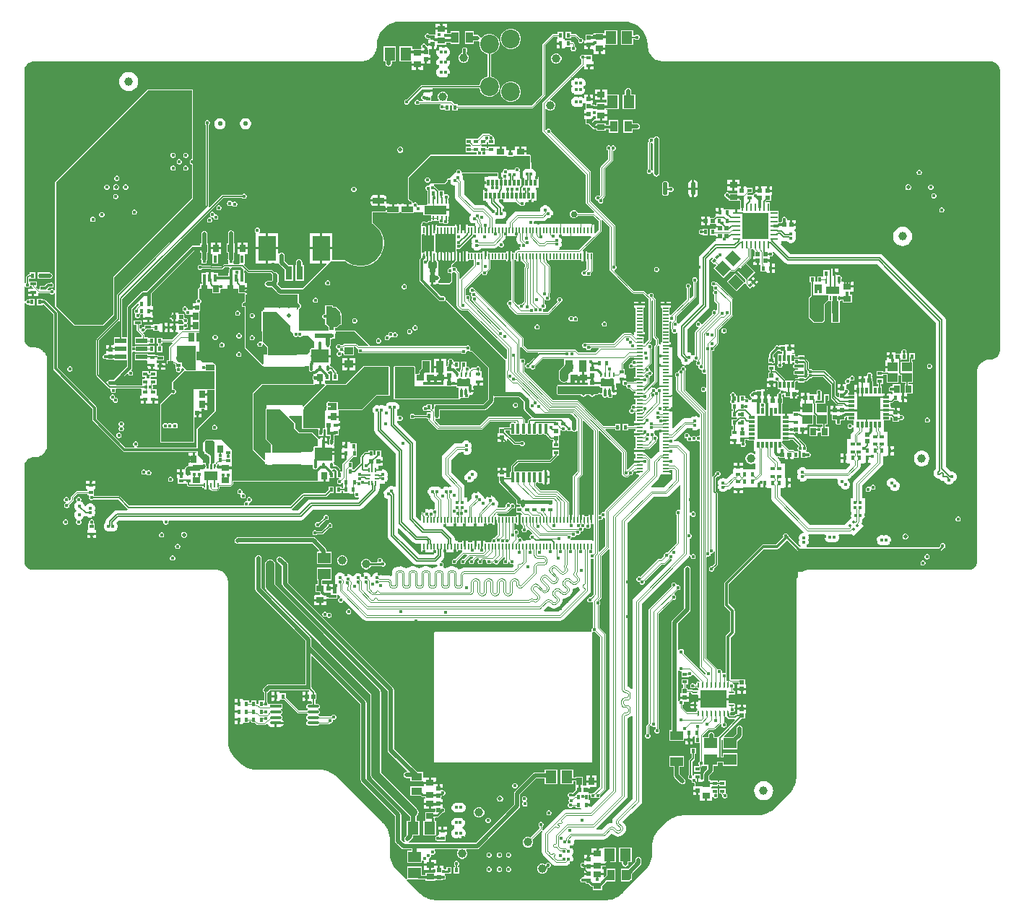
<source format=gtl>
G04*
G04 #@! TF.GenerationSoftware,Altium Limited,Altium Designer,23.5.1 (21)*
G04*
G04 Layer_Physical_Order=1*
G04 Layer_Color=255*
%FSLAX44Y44*%
%MOMM*%
G71*
G04*
G04 #@! TF.SameCoordinates,796DE07C-666B-433A-AA3A-A7060A37A772*
G04*
G04*
G04 #@! TF.FilePolarity,Positive*
G04*
G01*
G75*
%ADD10C,0.2000*%
%ADD11C,0.2500*%
%ADD12C,0.4000*%
%ADD13C,0.2540*%
%ADD18C,0.1270*%
%ADD25R,0.5500X0.4500*%
%ADD26R,0.7000X0.9000*%
%ADD27R,0.7000X0.1800*%
%ADD28R,0.4000X0.5100*%
%ADD29R,0.4500X0.5500*%
%ADD30R,1.3000X1.5000*%
G04:AMPARAMS|DCode=31|XSize=0.55mm|YSize=1.5mm|CornerRadius=0.1375mm|HoleSize=0mm|Usage=FLASHONLY|Rotation=0.000|XOffset=0mm|YOffset=0mm|HoleType=Round|Shape=RoundedRectangle|*
%AMROUNDEDRECTD31*
21,1,0.5500,1.2250,0,0,0.0*
21,1,0.2750,1.5000,0,0,0.0*
1,1,0.2750,0.1375,-0.6125*
1,1,0.2750,-0.1375,-0.6125*
1,1,0.2750,-0.1375,0.6125*
1,1,0.2750,0.1375,0.6125*
%
%ADD31ROUNDEDRECTD31*%
%ADD32R,0.5200X0.5200*%
%ADD33R,1.5000X1.3000*%
G04:AMPARAMS|DCode=34|XSize=0.25mm|YSize=0.65mm|CornerRadius=0.0625mm|HoleSize=0mm|Usage=FLASHONLY|Rotation=270.000|XOffset=0mm|YOffset=0mm|HoleType=Round|Shape=RoundedRectangle|*
%AMROUNDEDRECTD34*
21,1,0.2500,0.5250,0,0,270.0*
21,1,0.1250,0.6500,0,0,270.0*
1,1,0.1250,-0.2625,-0.0625*
1,1,0.1250,-0.2625,0.0625*
1,1,0.1250,0.2625,0.0625*
1,1,0.1250,0.2625,-0.0625*
%
%ADD34ROUNDEDRECTD34*%
G04:AMPARAMS|DCode=35|XSize=0.24mm|YSize=0.6mm|CornerRadius=0.06mm|HoleSize=0mm|Usage=FLASHONLY|Rotation=0.000|XOffset=0mm|YOffset=0mm|HoleType=Round|Shape=RoundedRectangle|*
%AMROUNDEDRECTD35*
21,1,0.2400,0.4800,0,0,0.0*
21,1,0.1200,0.6000,0,0,0.0*
1,1,0.1200,0.0600,-0.2400*
1,1,0.1200,-0.0600,-0.2400*
1,1,0.1200,-0.0600,0.2400*
1,1,0.1200,0.0600,0.2400*
%
%ADD35ROUNDEDRECTD35*%
%ADD36R,0.8500X1.3000*%
%ADD37R,0.7100X0.3000*%
%ADD38R,1.3000X0.8500*%
%ADD39R,0.9000X0.7000*%
%ADD40R,3.1000X3.1000*%
%ADD41R,0.2900X0.8900*%
%ADD42R,0.8900X0.2900*%
%ADD43R,0.5200X0.5200*%
%ADD44R,0.2250X0.5630*%
%ADD45R,0.3000X0.7500*%
%ADD46R,0.6630X0.2250*%
%ADD47R,0.5630X0.2250*%
G04:AMPARAMS|DCode=48|XSize=0.4mm|YSize=1.2mm|CornerRadius=0.1mm|HoleSize=0mm|Usage=FLASHONLY|Rotation=180.000|XOffset=0mm|YOffset=0mm|HoleType=Round|Shape=RoundedRectangle|*
%AMROUNDEDRECTD48*
21,1,0.4000,1.0000,0,0,180.0*
21,1,0.2000,1.2000,0,0,180.0*
1,1,0.2000,-0.1000,0.5000*
1,1,0.2000,0.1000,0.5000*
1,1,0.2000,0.1000,-0.5000*
1,1,0.2000,-0.1000,-0.5000*
%
%ADD48ROUNDEDRECTD48*%
%ADD49R,1.4000X0.3500*%
%ADD50O,1.4000X0.3500*%
G04:AMPARAMS|DCode=53|XSize=0.5mm|YSize=0.25mm|CornerRadius=0.0313mm|HoleSize=0mm|Usage=FLASHONLY|Rotation=90.000|XOffset=0mm|YOffset=0mm|HoleType=Round|Shape=RoundedRectangle|*
%AMROUNDEDRECTD53*
21,1,0.5000,0.1875,0,0,90.0*
21,1,0.4375,0.2500,0,0,90.0*
1,1,0.0625,0.0938,0.2188*
1,1,0.0625,0.0938,-0.2188*
1,1,0.0625,-0.0938,-0.2188*
1,1,0.0625,-0.0938,0.2188*
%
%ADD53ROUNDEDRECTD53*%
%ADD54R,0.2540X0.5588*%
%ADD55R,1.6002X0.9906*%
%ADD57R,0.2800X0.5000*%
%ADD58R,1.6000X0.9000*%
%ADD59R,1.3300X0.5600*%
%ADD60R,0.3000X0.8000*%
G04:AMPARAMS|DCode=61|XSize=0.5mm|YSize=0.25mm|CornerRadius=0.05mm|HoleSize=0mm|Usage=FLASHONLY|Rotation=90.000|XOffset=0mm|YOffset=0mm|HoleType=Round|Shape=RoundedRectangle|*
%AMROUNDEDRECTD61*
21,1,0.5000,0.1500,0,0,90.0*
21,1,0.4000,0.2500,0,0,90.0*
1,1,0.1000,0.0750,0.2000*
1,1,0.1000,0.0750,-0.2000*
1,1,0.1000,-0.0750,-0.2000*
1,1,0.1000,-0.0750,0.2000*
%
%ADD61ROUNDEDRECTD61*%
%ADD62R,0.3500X0.3500*%
%ADD63P,0.4950X4X180.0*%
%ADD64R,1.0000X0.9000*%
%ADD65R,0.6500X1.0600*%
%ADD66R,1.0600X0.6500*%
%ADD67R,0.8000X1.6000*%
%ADD68R,2.1000X3.0000*%
%ADD69R,1.2000X1.0000*%
%ADD70R,3.4000X0.9800*%
%ADD71R,0.8000X2.0000*%
%ADD72R,0.1800X0.7000*%
%ADD73R,0.7200X0.8800*%
%ADD74R,1.6200X2.1800*%
G04:AMPARAMS|DCode=75|XSize=0.32mm|YSize=0.36mm|CornerRadius=0mm|HoleSize=0mm|Usage=FLASHONLY|Rotation=135.000|XOffset=0mm|YOffset=0mm|HoleType=Round|Shape=Rectangle|*
%AMROTATEDRECTD75*
4,1,4,0.2404,0.0141,-0.0141,-0.2404,-0.2404,-0.0141,0.0141,0.2404,0.2404,0.0141,0.0*
%
%ADD75ROTATEDRECTD75*%

%ADD76R,0.3200X0.3600*%
G04:AMPARAMS|DCode=77|XSize=1.3mm|YSize=0.76mm|CornerRadius=0.095mm|HoleSize=0mm|Usage=FLASHONLY|Rotation=0.000|XOffset=0mm|YOffset=0mm|HoleType=Round|Shape=RoundedRectangle|*
%AMROUNDEDRECTD77*
21,1,1.3000,0.5700,0,0,0.0*
21,1,1.1100,0.7600,0,0,0.0*
1,1,0.1900,0.5550,-0.2850*
1,1,0.1900,-0.5550,-0.2850*
1,1,0.1900,-0.5550,0.2850*
1,1,0.1900,0.5550,0.2850*
%
%ADD77ROUNDEDRECTD77*%
%ADD78R,0.9500X1.3500*%
%ADD79R,1.5000X1.0500*%
G04:AMPARAMS|DCode=116|XSize=0.9mm|YSize=1.6mm|CornerRadius=0.0495mm|HoleSize=0mm|Usage=FLASHONLY|Rotation=90.000|XOffset=0mm|YOffset=0mm|HoleType=Round|Shape=RoundedRectangle|*
%AMROUNDEDRECTD116*
21,1,0.9000,1.5010,0,0,90.0*
21,1,0.8010,1.6000,0,0,90.0*
1,1,0.0990,0.7505,0.4005*
1,1,0.0990,0.7505,-0.4005*
1,1,0.0990,-0.7505,-0.4005*
1,1,0.0990,-0.7505,0.4005*
%
%ADD116ROUNDEDRECTD116*%
%ADD150C,0.5080*%
%ADD152C,0.6000*%
%ADD153C,0.1010*%
%ADD154C,0.1400*%
G04:AMPARAMS|DCode=155|XSize=2.05mm|YSize=3.05mm|CornerRadius=0.0513mm|HoleSize=0mm|Usage=FLASHONLY|Rotation=270.000|XOffset=0mm|YOffset=0mm|HoleType=Round|Shape=RoundedRectangle|*
%AMROUNDEDRECTD155*
21,1,2.0500,2.9475,0,0,270.0*
21,1,1.9475,3.0500,0,0,270.0*
1,1,0.1025,-1.4738,-0.9738*
1,1,0.1025,-1.4738,0.9738*
1,1,0.1025,1.4738,0.9738*
1,1,0.1025,1.4738,-0.9738*
%
%ADD155ROUNDEDRECTD155*%
%ADD156C,1.0000*%
G04:AMPARAMS|DCode=157|XSize=1.2mm|YSize=1.4mm|CornerRadius=0mm|HoleSize=0mm|Usage=FLASHONLY|Rotation=225.000|XOffset=0mm|YOffset=0mm|HoleType=Round|Shape=Rectangle|*
%AMROTATEDRECTD157*
4,1,4,-0.0707,0.9192,0.9192,-0.0707,0.0707,-0.9192,-0.9192,0.0707,-0.0707,0.9192,0.0*
%
%ADD157ROTATEDRECTD157*%

G04:AMPARAMS|DCode=158|XSize=2.1mm|YSize=1.6mm|CornerRadius=0.048mm|HoleSize=0mm|Usage=FLASHONLY|Rotation=0.000|XOffset=0mm|YOffset=0mm|HoleType=Round|Shape=RoundedRectangle|*
%AMROUNDEDRECTD158*
21,1,2.1000,1.5040,0,0,0.0*
21,1,2.0040,1.6000,0,0,0.0*
1,1,0.0960,1.0020,-0.7520*
1,1,0.0960,-1.0020,-0.7520*
1,1,0.0960,-1.0020,0.7520*
1,1,0.0960,1.0020,0.7520*
%
%ADD158ROUNDEDRECTD158*%
G04:AMPARAMS|DCode=159|XSize=0.35mm|YSize=0.6mm|CornerRadius=0.0508mm|HoleSize=0mm|Usage=FLASHONLY|Rotation=0.000|XOffset=0mm|YOffset=0mm|HoleType=Round|Shape=RoundedRectangle|*
%AMROUNDEDRECTD159*
21,1,0.3500,0.4985,0,0,0.0*
21,1,0.2485,0.6000,0,0,0.0*
1,1,0.1015,0.1243,-0.2493*
1,1,0.1015,-0.1243,-0.2493*
1,1,0.1015,-0.1243,0.2493*
1,1,0.1015,0.1243,0.2493*
%
%ADD159ROUNDEDRECTD159*%
%ADD160R,0.8000X0.3000*%
%ADD161R,2.7000X2.7000*%
%ADD162R,2.6500X1.0000*%
%ADD163R,0.4000X0.9000*%
%ADD164C,0.7500*%
%ADD165C,0.1020*%
%ADD166C,0.3500*%
%ADD167C,0.3000*%
%ADD168C,0.5000*%
%ADD169C,1.0000*%
%ADD170C,0.2450*%
%ADD171C,0.1250*%
%ADD172C,0.3200*%
%ADD173C,0.4000*%
%ADD174C,0.3500*%
%ADD175O,0.4060X0.4064*%
%ADD176C,0.5000*%
%ADD177C,0.5500*%
%ADD178O,1.0000X0.7000*%
G04:AMPARAMS|DCode=179|XSize=1.6mm|YSize=0.9mm|CornerRadius=0mm|HoleSize=0mm|Usage=FLASHONLY|Rotation=45.000|XOffset=0mm|YOffset=0mm|HoleType=Round|Shape=Round|*
%AMOVALD179*
21,1,0.7000,0.9000,0.0000,0.0000,45.0*
1,1,0.9000,-0.2475,-0.2475*
1,1,0.9000,0.2475,0.2475*
%
%ADD179OVALD179*%

G04:AMPARAMS|DCode=180|XSize=1.6mm|YSize=0.9mm|CornerRadius=0mm|HoleSize=0mm|Usage=FLASHONLY|Rotation=315.000|XOffset=0mm|YOffset=0mm|HoleType=Round|Shape=Round|*
%AMOVALD180*
21,1,0.7000,0.9000,0.0000,0.0000,315.0*
1,1,0.9000,-0.2475,0.2475*
1,1,0.9000,0.2475,-0.2475*
%
%ADD180OVALD180*%

%ADD181C,5.3000*%
%ADD182O,1.9000X1.1000*%
%ADD183O,2.4000X1.1000*%
%ADD184C,2.2000*%
%ADD185C,7.4000*%
%ADD186C,7.0000*%
%ADD187C,5.0000*%
%ADD188C,0.4064*%
G36*
X132499Y508871D02*
X134332Y508871D01*
X137966Y508392D01*
X141506Y507444D01*
X144893Y506041D01*
X148067Y504208D01*
X150975Y501977D01*
X153567Y499385D01*
X155798Y496477D01*
X157631Y493303D01*
X159033Y489917D01*
X159982Y486377D01*
X160460Y482743D01*
X160460Y480910D01*
X160470Y480860D01*
X160463Y480810D01*
X160545Y479144D01*
X160581Y478997D01*
Y478846D01*
X161231Y475577D01*
X161308Y475392D01*
X161348Y475195D01*
X162623Y472116D01*
X162734Y471949D01*
X162811Y471763D01*
X164663Y468993D01*
X164805Y468851D01*
X164916Y468684D01*
X167273Y466327D01*
X167440Y466216D01*
X167582Y466073D01*
X170353Y464222D01*
X170538Y464145D01*
X170705Y464034D01*
X173784Y462758D01*
X173981Y462719D01*
X174167Y462642D01*
X177435Y461992D01*
X177586D01*
X177733Y461955D01*
X179399Y461874D01*
X179450Y461881D01*
X179499Y461871D01*
X216750D01*
X563050Y461871D01*
X564100D01*
X566159Y461461D01*
X568100Y460658D01*
X569846Y459491D01*
X571331Y458006D01*
X572497Y456260D01*
X573301Y454320D01*
X573711Y452260D01*
X573711Y451210D01*
X573711Y123400D01*
X573711Y122350D01*
X573301Y120290D01*
X572497Y118350D01*
X571331Y116604D01*
X569846Y115119D01*
X568100Y113952D01*
X566159Y113149D01*
X564100Y112739D01*
X561700D01*
X561650Y112729D01*
X561600Y112737D01*
X560355Y112675D01*
X560209Y112639D01*
X560057D01*
X557616Y112153D01*
X557430Y112076D01*
X557233Y112037D01*
X554933Y111084D01*
X554766Y110973D01*
X554580Y110896D01*
X552510Y109513D01*
X552368Y109371D01*
X552201Y109259D01*
X550441Y107499D01*
X550329Y107332D01*
X550187Y107190D01*
X548804Y105120D01*
X548727Y104934D01*
X548616Y104767D01*
X547663Y102467D01*
X547624Y102270D01*
X547547Y102084D01*
X547061Y99643D01*
Y99492D01*
X547024Y99345D01*
X546963Y98100D01*
X546971Y98050D01*
X546961Y98000D01*
X546961Y-123390D01*
Y-124440D01*
X546551Y-126500D01*
X545747Y-128440D01*
X544581Y-130186D01*
X543096Y-131671D01*
X541350Y-132838D01*
X539410Y-133641D01*
X537350Y-134051D01*
X536300Y-134051D01*
X349450D01*
X349400Y-134061D01*
X349350Y-134053D01*
X348105Y-134115D01*
X347958Y-134151D01*
X347807D01*
X345365Y-134637D01*
X345180Y-134714D01*
X344983Y-134753D01*
X342683Y-135706D01*
X342516Y-135817D01*
X342330Y-135894D01*
X342037Y-136090D01*
X336750D01*
Y-141377D01*
X336554Y-141670D01*
X336477Y-141856D01*
X336365Y-142023D01*
X335413Y-144323D01*
X335373Y-144520D01*
X335297Y-144706D01*
X334811Y-147147D01*
Y-147298D01*
X334774Y-147445D01*
X334713Y-148690D01*
X334720Y-148740D01*
X334711Y-148790D01*
X334711Y-376550D01*
X334711Y-377957D01*
X334435Y-380755D01*
X333886Y-383513D01*
X333070Y-386204D01*
X331994Y-388802D01*
X330668Y-391282D01*
X329106Y-393621D01*
X327322Y-395795D01*
X326328Y-396789D01*
X326328Y-396789D01*
X309538Y-413578D01*
X309538Y-413578D01*
X308544Y-414572D01*
X306370Y-416356D01*
X304032Y-417919D01*
X301552Y-419244D01*
X298954Y-420320D01*
X296263Y-421137D01*
X293505Y-421685D01*
X290706Y-421961D01*
X289300Y-421961D01*
X203700Y-421961D01*
X203675Y-421966D01*
X203650Y-421962D01*
X202146Y-421998D01*
X202071Y-422015D01*
X201996Y-422008D01*
X199001Y-422303D01*
X198905Y-422332D01*
X198803D01*
X195852Y-422919D01*
X195759Y-422958D01*
X195658Y-422968D01*
X192779Y-423841D01*
X192690Y-423889D01*
X192591Y-423908D01*
X189811Y-425060D01*
X189727Y-425116D01*
X189630Y-425145D01*
X186976Y-426564D01*
X186898Y-426628D01*
X186805Y-426667D01*
X184303Y-428338D01*
X184231Y-428410D01*
X184142Y-428458D01*
X181816Y-430366D01*
X181768Y-430425D01*
X181704Y-430466D01*
X180614Y-431503D01*
X180599Y-431524D01*
X180578Y-431538D01*
X174938Y-437178D01*
X174924Y-437199D01*
X174903Y-437214D01*
X173866Y-438304D01*
X173825Y-438368D01*
X173766Y-438416D01*
X171857Y-440742D01*
X171810Y-440831D01*
X171738Y-440903D01*
X170066Y-443405D01*
X170028Y-443498D01*
X169963Y-443577D01*
X168545Y-446230D01*
X168516Y-446327D01*
X168460Y-446411D01*
X167308Y-449191D01*
X167288Y-449290D01*
X167241Y-449379D01*
X166367Y-452258D01*
X166357Y-452359D01*
X166319Y-452453D01*
X165732Y-455404D01*
Y-455505D01*
X165702Y-455602D01*
X165407Y-458596D01*
X165415Y-458672D01*
X165398Y-458746D01*
X165361Y-460250D01*
X165366Y-460275D01*
X165361Y-460300D01*
X165361Y-468953D01*
X165361Y-471284D01*
X164451Y-475856D01*
X162667Y-480163D01*
X160077Y-484039D01*
X158429Y-485687D01*
X158429Y-485687D01*
X131572Y-512544D01*
X130194Y-513922D01*
X128020Y-515706D01*
X125682Y-517269D01*
X123202Y-518594D01*
X120604Y-519670D01*
X117913Y-520487D01*
X115155Y-521035D01*
X112356Y-521311D01*
X110950Y-521311D01*
X-88207D01*
X-91005Y-521035D01*
X-93763Y-520487D01*
X-96454Y-519670D01*
X-99053Y-518594D01*
X-101533Y-517269D01*
X-103871Y-515706D01*
X-106045Y-513922D01*
X-107039Y-512928D01*
X-107423Y-512544D01*
X-107423Y-512544D01*
X-121798Y-498169D01*
X-121155Y-497016D01*
X-120396Y-497016D01*
X-104484D01*
Y-496791D01*
X-99891D01*
Y-498516D01*
X-88859D01*
Y-498516D01*
X-87991Y-498116D01*
X-80759D01*
Y-497863D01*
X-79878Y-497274D01*
X-78665D01*
X-77545Y-496810D01*
X-76687Y-495952D01*
X-76223Y-494832D01*
Y-493619D01*
X-76687Y-492499D01*
X-77354Y-491832D01*
X-77349Y-490894D01*
X-77220Y-490402D01*
X-77000Y-490311D01*
X-75766Y-490266D01*
Y-490266D01*
X-69234D01*
Y-482734D01*
X-75766D01*
Y-485133D01*
X-77024D01*
X-78121Y-484679D01*
X-79235D01*
Y-481360D01*
X-83105D01*
Y-486500D01*
X-85645D01*
Y-481360D01*
X-87335D01*
Y-481270D01*
X-93105D01*
Y-486040D01*
X-89515D01*
Y-489484D01*
X-99891D01*
Y-491660D01*
X-104484D01*
Y-481984D01*
X-121516D01*
Y-495805D01*
X-121516Y-496655D01*
X-122669Y-497298D01*
X-134280Y-485687D01*
X-134280Y-485687D01*
X-135928Y-484039D01*
X-138518Y-480163D01*
X-140302Y-475856D01*
X-141211Y-471284D01*
X-141211Y-468953D01*
X-141211Y-452950D01*
X-141216Y-452925D01*
X-141212Y-452900D01*
X-141249Y-451395D01*
X-141265Y-451321D01*
X-141258Y-451245D01*
X-141553Y-448251D01*
X-141582Y-448154D01*
Y-448053D01*
X-142169Y-445102D01*
X-142208Y-445009D01*
X-142218Y-444908D01*
X-143091Y-442029D01*
X-143139Y-441939D01*
X-143159Y-441840D01*
X-144310Y-439060D01*
X-144366Y-438976D01*
X-144396Y-438880D01*
X-145814Y-436226D01*
X-145878Y-436148D01*
X-145917Y-436054D01*
X-147589Y-433553D01*
X-147660Y-433481D01*
X-147708Y-433392D01*
X-149617Y-431066D01*
X-149675Y-431018D01*
X-149716Y-430953D01*
X-150754Y-429864D01*
X-150774Y-429849D01*
X-150789Y-429828D01*
X-202578Y-378038D01*
X-202599Y-378024D01*
X-202614Y-378004D01*
X-203704Y-376966D01*
X-203768Y-376925D01*
X-203816Y-376866D01*
X-206142Y-374958D01*
X-206231Y-374910D01*
X-206303Y-374838D01*
X-208805Y-373167D01*
X-208898Y-373128D01*
X-208976Y-373064D01*
X-211630Y-371646D01*
X-211727Y-371616D01*
X-211811Y-371560D01*
X-214591Y-370409D01*
X-214690Y-370389D01*
X-214779Y-370341D01*
X-217658Y-369468D01*
X-217759Y-369458D01*
X-217852Y-369419D01*
X-220803Y-368832D01*
X-220905D01*
X-221001Y-368803D01*
X-223996Y-368508D01*
X-224071Y-368515D01*
X-224146Y-368498D01*
X-225650Y-368461D01*
X-225675Y-368466D01*
X-225700Y-368461D01*
X-299206D01*
X-302005Y-368185D01*
X-304763Y-367637D01*
X-307454Y-366820D01*
X-310052Y-365744D01*
X-312532Y-364419D01*
X-314870Y-362856D01*
X-317044Y-361072D01*
X-322828Y-355288D01*
X-322828Y-355288D01*
X-323823Y-354294D01*
X-325606Y-352120D01*
X-327169Y-349782D01*
X-328494Y-347302D01*
X-329571Y-344703D01*
X-330387Y-342012D01*
X-330936Y-339254D01*
X-331204Y-336525D01*
X-331114Y-335188D01*
X-331123Y-335118D01*
X-331109Y-335049D01*
X-331211Y-148789D01*
X-331221Y-148740D01*
X-331214Y-148690D01*
X-331275Y-147445D01*
X-331312Y-147298D01*
Y-147147D01*
X-331797Y-144706D01*
X-331874Y-144520D01*
X-331913Y-144323D01*
X-332866Y-142023D01*
X-332978Y-141856D01*
X-333055Y-141670D01*
X-334438Y-139600D01*
X-334580Y-139458D01*
X-334691Y-139291D01*
X-336452Y-137531D01*
X-336619Y-137419D01*
X-336761Y-137277D01*
X-338831Y-135894D01*
X-339016Y-135817D01*
X-339183Y-135706D01*
X-341483Y-134753D01*
X-341680Y-134714D01*
X-341866Y-134637D01*
X-344308Y-134151D01*
X-344459D01*
X-344605Y-134115D01*
X-345850Y-134053D01*
X-345900Y-134061D01*
X-345950Y-134051D01*
X-559550Y-134051D01*
X-560600D01*
X-562660Y-133641D01*
X-564600Y-132838D01*
X-566346Y-131671D01*
X-567831Y-130186D01*
X-568998Y-128440D01*
X-569801Y-126500D01*
X-570211Y-124440D01*
X-570211Y-123390D01*
X-570211Y-12840D01*
Y-11790D01*
X-569802Y-9730D01*
X-568998Y-7790D01*
X-567831Y-6044D01*
X-566346Y-4559D01*
X-564600Y-3392D01*
X-562660Y-2589D01*
X-560600Y-2179D01*
X-558200Y-2179D01*
X-558150Y-2169D01*
X-558100Y-2177D01*
X-556855Y-2115D01*
X-556709Y-2079D01*
X-556557D01*
X-554116Y-1593D01*
X-553930Y-1516D01*
X-553733Y-1477D01*
X-551433Y-524D01*
X-551266Y-413D01*
X-551080Y-336D01*
X-549010Y1047D01*
X-548868Y1189D01*
X-548701Y1301D01*
X-546941Y3061D01*
X-546829Y3228D01*
X-546687Y3370D01*
X-545304Y5440D01*
X-545227Y5626D01*
X-545116Y5793D01*
X-544163Y8093D01*
X-544124Y8290D01*
X-544047Y8476D01*
X-543561Y10917D01*
Y11069D01*
X-543525Y11215D01*
X-543463Y12460D01*
X-543471Y12510D01*
X-543461Y12560D01*
Y111800D01*
X-543471Y111850D01*
X-543463Y111900D01*
X-543525Y113145D01*
X-543561Y113292D01*
Y113443D01*
X-544047Y115884D01*
X-544124Y116070D01*
X-544163Y116267D01*
X-545116Y118567D01*
X-545227Y118734D01*
X-545304Y118920D01*
X-546687Y120990D01*
X-546829Y121132D01*
X-546941Y121299D01*
X-548701Y123059D01*
X-548868Y123171D01*
X-549010Y123313D01*
X-551080Y124696D01*
X-551266Y124773D01*
X-551433Y124884D01*
X-553733Y125837D01*
X-553930Y125876D01*
X-554116Y125953D01*
X-556557Y126439D01*
X-556708D01*
X-556855Y126475D01*
X-558100Y126537D01*
X-558150Y126529D01*
X-558200Y126539D01*
X-560600Y126539D01*
X-562660Y126949D01*
X-564600Y127752D01*
X-566346Y128919D01*
X-567831Y130404D01*
X-568998Y132150D01*
X-569801Y134090D01*
X-570211Y136150D01*
X-570211Y137200D01*
Y178883D01*
X-568941Y179136D01*
X-568584Y178273D01*
X-567727Y177416D01*
X-566606Y176952D01*
X-565394D01*
X-564766Y176532D01*
Y176234D01*
X-558234D01*
Y183766D01*
X-564766D01*
Y183468D01*
X-565394Y183048D01*
X-566606D01*
X-567727Y182584D01*
X-568584Y181727D01*
X-568941Y180864D01*
X-570211Y181117D01*
Y197643D01*
X-570069Y197730D01*
X-568941Y198033D01*
X-568325Y197416D01*
X-567204Y196952D01*
X-565992D01*
X-564871Y197416D01*
X-564014Y198273D01*
X-563927Y198484D01*
X-561685D01*
X-561236Y197400D01*
X-560050Y196213D01*
X-560536Y195040D01*
X-566090D01*
Y192270D01*
X-560000D01*
Y191000D01*
X-558730D01*
Y186960D01*
X-553910D01*
Y190075D01*
X-553501Y190348D01*
X-540615D01*
X-540584Y190273D01*
X-539727Y189416D01*
X-538606Y188952D01*
X-537394D01*
X-536273Y189416D01*
X-535416Y190273D01*
X-535370Y190385D01*
X-534100Y190133D01*
Y175000D01*
X-533778Y174222D01*
X-512278Y152722D01*
X-511500Y152400D01*
X-478000D01*
X-477222Y152722D01*
X-465222Y164722D01*
X-464900Y165500D01*
Y209044D01*
X-372722Y301222D01*
X-372400Y302000D01*
Y341452D01*
X-372722Y342230D01*
X-373500Y342552D01*
X-373888D01*
X-374604Y342848D01*
X-375152Y343396D01*
X-375448Y344112D01*
Y344888D01*
X-375152Y345604D01*
X-374604Y346152D01*
X-373888Y346448D01*
X-373500D01*
X-372722Y346770D01*
X-372400Y347548D01*
Y428000D01*
X-372722Y428778D01*
X-373500Y429100D01*
X-425500Y429100D01*
X-426278Y428778D01*
X-533778Y321278D01*
X-534100Y320500D01*
Y193867D01*
X-535370Y193615D01*
X-535416Y193727D01*
X-536273Y194584D01*
X-537394Y195048D01*
X-538606D01*
X-539727Y194584D01*
X-540584Y193727D01*
X-540615Y193652D01*
X-543153D01*
X-543200Y194922D01*
X-540891Y197231D01*
X-540280D01*
X-539606Y196952D01*
X-538394D01*
X-537273Y197416D01*
X-536416Y198273D01*
X-535952Y199394D01*
Y200606D01*
X-536416Y201727D01*
X-537273Y202584D01*
X-538394Y203048D01*
X-539606D01*
X-540727Y202584D01*
X-540949Y202362D01*
X-541954D01*
X-542935Y202166D01*
X-543768Y201610D01*
X-546813Y198565D01*
X-547800D01*
X-548048Y198516D01*
X-552366D01*
Y196077D01*
X-553636Y195006D01*
X-553910Y195040D01*
D01*
X-554894Y195730D01*
X-556475Y197311D01*
X-555989Y198484D01*
X-555434D01*
Y203516D01*
X-564566D01*
X-564915Y204642D01*
Y206941D01*
X-563766Y207234D01*
Y207234D01*
X-557234D01*
Y214766D01*
X-563766D01*
Y212683D01*
X-565000D01*
X-565644Y212555D01*
X-566190Y212190D01*
X-567788Y210592D01*
X-568153Y210046D01*
X-568281Y209402D01*
Y202940D01*
X-568941Y202395D01*
X-570211Y202918D01*
X-570211Y451210D01*
Y452260D01*
X-569802Y454320D01*
X-568998Y456260D01*
X-567831Y458006D01*
X-566346Y459491D01*
X-564600Y460658D01*
X-562660Y461461D01*
X-560600Y461871D01*
X-559550Y461871D01*
X-213250D01*
X-176000Y461871D01*
X-175950Y461881D01*
X-175900Y461874D01*
X-174234Y461955D01*
X-174087Y461992D01*
X-173936D01*
X-170667Y462642D01*
X-170482Y462719D01*
X-170285Y462758D01*
X-167206Y464034D01*
X-167039Y464145D01*
X-166853Y464222D01*
X-164083Y466073D01*
X-163941Y466216D01*
X-163773Y466327D01*
X-161417Y468684D01*
X-161306Y468851D01*
X-161163Y468993D01*
X-159312Y471763D01*
X-159235Y471949D01*
X-159123Y472116D01*
X-157848Y475195D01*
X-157809Y475392D01*
X-157732Y475577D01*
X-157082Y478846D01*
Y478997D01*
X-157045Y479144D01*
X-156963Y480810D01*
X-156971Y480860D01*
X-156961Y480910D01*
X-156961Y482743D01*
X-156482Y486377D01*
X-155534Y489917D01*
X-154131Y493303D01*
X-152298Y496478D01*
X-150067Y499385D01*
X-147476Y501977D01*
X-144567Y504209D01*
X-141393Y506041D01*
X-138007Y507444D01*
X-134467Y508393D01*
X-130833Y508871D01*
X-129000Y508871D01*
X132499Y508871D01*
D02*
G37*
G36*
X-373500Y428000D02*
Y347548D01*
X-374106D01*
X-375227Y347084D01*
X-376084Y346227D01*
X-376548Y345106D01*
Y343894D01*
X-376084Y342773D01*
X-375227Y341916D01*
X-374106Y341452D01*
X-373500D01*
Y302000D01*
X-466000Y209500D01*
Y165500D01*
X-478000Y153500D01*
X-511500D01*
X-533000Y175000D01*
Y320500D01*
X-425500Y428000D01*
X-373500Y428000D01*
D02*
G37*
%LPC*%
G36*
X-74460Y506540D02*
X-80230D01*
Y501770D01*
X-74460D01*
Y506540D01*
D02*
G37*
G36*
X-82770D02*
X-88540D01*
Y501770D01*
X-82770D01*
Y506540D01*
D02*
G37*
G36*
X-74460Y499230D02*
X-88540D01*
X-88540Y494793D01*
X-88540Y494460D01*
X-89492Y493691D01*
X-92353D01*
X-92600Y493740D01*
X-95291D01*
X-95316Y493801D01*
X-96174Y494659D01*
X-97294Y495123D01*
X-98507D01*
X-99627Y494659D01*
X-100484Y493801D01*
X-100948Y492681D01*
Y491468D01*
X-100484Y490348D01*
X-99627Y489491D01*
X-98507Y489027D01*
X-98027D01*
X-97694Y488805D01*
X-96713Y488609D01*
X-95116D01*
Y487215D01*
X-96640D01*
Y483345D01*
X-91501D01*
Y482075D01*
X-90231D01*
Y476935D01*
X-87673D01*
X-87670Y476933D01*
X-86929Y475665D01*
X-87569Y474120D01*
Y471796D01*
X-86680Y469649D01*
X-85036Y468005D01*
X-84160Y467643D01*
Y466268D01*
X-85036Y465905D01*
X-86680Y464262D01*
X-87569Y462114D01*
Y459790D01*
X-86680Y457643D01*
X-85036Y456000D01*
X-84644Y455837D01*
Y454567D01*
X-85036Y454405D01*
X-86680Y452761D01*
X-87569Y450614D01*
Y448290D01*
X-86680Y446143D01*
X-85036Y444500D01*
X-82889Y443610D01*
X-80565D01*
X-79250Y444155D01*
X-77936Y443610D01*
X-75612D01*
X-73465Y444500D01*
X-71821Y446143D01*
X-70932Y448290D01*
Y450614D01*
X-71821Y452761D01*
X-73465Y454405D01*
X-73857Y454567D01*
Y455837D01*
X-73465Y456000D01*
X-71821Y457643D01*
X-70932Y459790D01*
Y462114D01*
X-71821Y464262D01*
X-73465Y465905D01*
X-74341Y466268D01*
Y467643D01*
X-73465Y468005D01*
X-71821Y469649D01*
X-70932Y471796D01*
Y474120D01*
X-71821Y476267D01*
X-73465Y477911D01*
X-75612Y478800D01*
X-77936D01*
X-79250Y478256D01*
X-80565Y478800D01*
X-82889D01*
X-85036Y477911D01*
X-85090Y477856D01*
X-86360Y478382D01*
Y481984D01*
X-75984D01*
Y483935D01*
X-70766D01*
Y482484D01*
X-60234D01*
Y497516D01*
X-70766D01*
Y495548D01*
X-70885Y495450D01*
X-74460D01*
Y499230D01*
D02*
G37*
G36*
X144016Y498516D02*
X128984D01*
Y481484D01*
X144016D01*
Y488445D01*
X145745D01*
X146273Y487916D01*
X147394Y487452D01*
X148606D01*
X149727Y487916D01*
X150584Y488773D01*
X151048Y489894D01*
Y491106D01*
X150584Y492226D01*
X149727Y493084D01*
X148606Y493548D01*
X147394D01*
X146273Y493084D01*
X145745Y492556D01*
X144016D01*
Y498516D01*
D02*
G37*
G36*
X70766Y496766D02*
X64234D01*
Y489234D01*
X70766D01*
Y491348D01*
X74816D01*
X78983Y487181D01*
X78952Y487106D01*
Y485894D01*
X79416Y484773D01*
X80273Y483916D01*
X81394Y483452D01*
X82606D01*
X83727Y483916D01*
X84584Y484773D01*
X85048Y485894D01*
Y487106D01*
X84584Y488227D01*
X83727Y489084D01*
X82606Y489548D01*
X81394D01*
X81319Y489517D01*
X76668Y494168D01*
X75500Y494652D01*
X70766D01*
Y496766D01*
D02*
G37*
G36*
X57230Y481730D02*
X53710D01*
Y477710D01*
X57230D01*
Y481730D01*
D02*
G37*
G36*
X-101132Y482953D02*
X-102345D01*
X-103465Y482489D01*
X-104323Y481631D01*
X-104787Y480511D01*
Y479298D01*
X-104323Y478178D01*
X-104298Y478153D01*
X-104824Y476883D01*
X-115016D01*
X-115485Y477959D01*
Y479516D01*
X-130517D01*
Y462484D01*
X-116540D01*
Y459637D01*
X-109500D01*
X-102460D01*
Y459727D01*
X-100771D01*
Y464867D01*
X-99501D01*
Y466137D01*
X-94360D01*
Y470007D01*
X-95884D01*
Y475665D01*
X-95884Y476483D01*
X-94801Y476935D01*
X-92771D01*
Y480805D01*
X-96640D01*
Y479990D01*
X-97736Y479521D01*
X-98691Y480295D01*
Y480511D01*
X-99155Y481631D01*
X-100012Y482489D01*
X-101132Y482953D01*
D02*
G37*
G36*
X90230Y480655D02*
X86360D01*
Y476785D01*
X90230D01*
Y480655D01*
D02*
G37*
G36*
X1581Y500517D02*
X-1583D01*
X-4639Y499698D01*
X-7379Y498116D01*
X-9616Y495879D01*
X-11198Y493139D01*
X-12017Y490083D01*
Y486919D01*
X-11198Y483863D01*
X-9616Y481123D01*
X-7379Y478886D01*
X-4639Y477304D01*
X-1583Y476485D01*
X1581D01*
X4637Y477304D01*
X7377Y478886D01*
X9614Y481123D01*
X11196Y483863D01*
X12015Y486919D01*
Y490083D01*
X11196Y493139D01*
X9614Y495879D01*
X7377Y498116D01*
X4637Y499698D01*
X1581Y500517D01*
D02*
G37*
G36*
X61766Y496766D02*
X55234D01*
Y494652D01*
X50000D01*
X48832Y494168D01*
X37832Y483168D01*
X37348Y482000D01*
Y423558D01*
X24196Y410406D01*
X-62052D01*
Y411948D01*
X-65926D01*
X-69162Y415184D01*
X-70330Y415668D01*
X-74528D01*
X-75054Y416938D01*
X-74400Y417592D01*
X-73484Y419803D01*
Y422197D01*
X-74400Y424408D01*
X-76092Y426100D01*
X-78303Y427016D01*
X-80697D01*
X-82908Y426100D01*
X-84600Y424408D01*
X-85516Y422197D01*
Y419803D01*
X-84600Y417592D01*
X-83946Y416938D01*
X-84472Y415668D01*
X-93234D01*
Y421766D01*
X-92447Y422710D01*
X-91710D01*
Y426230D01*
X-97000D01*
X-102290D01*
Y423048D01*
X-102606D01*
X-103727Y422584D01*
X-104584Y421727D01*
X-105048Y420606D01*
Y419394D01*
X-104584Y418273D01*
X-103727Y417416D01*
X-103129Y417168D01*
X-102897Y416419D01*
X-103442Y415668D01*
X-106901D01*
X-106932Y415742D01*
X-107789Y416600D01*
X-108910Y417064D01*
X-110122D01*
X-111242Y416600D01*
X-112100Y415742D01*
X-112564Y414622D01*
Y413410D01*
X-112100Y412289D01*
X-111242Y411432D01*
X-110122Y410968D01*
X-108910D01*
X-107789Y411432D01*
X-106932Y412289D01*
X-106901Y412364D01*
X-82455D01*
X-82202Y411094D01*
X-82227Y411084D01*
X-83084Y410227D01*
X-83548Y409106D01*
Y407894D01*
X-83084Y406773D01*
X-82227Y405916D01*
X-81106Y405452D01*
X-79894D01*
X-78773Y405916D01*
X-77584Y405309D01*
Y404416D01*
X-71052D01*
Y410606D01*
X-69782Y411132D01*
X-68584Y409934D01*
Y404416D01*
X-62052D01*
Y407102D01*
X24880D01*
X26048Y407586D01*
X40168Y421706D01*
X40652Y422873D01*
Y481316D01*
X50684Y491348D01*
X55234D01*
Y489560D01*
X55234Y489234D01*
X54447Y488290D01*
X53710D01*
Y484270D01*
X58500D01*
Y483000D01*
X59770D01*
Y477710D01*
X63290D01*
Y478447D01*
X64234Y479234D01*
X64560Y479234D01*
X69764D01*
X70600Y477964D01*
X70452Y477606D01*
Y476394D01*
X70916Y475273D01*
X71773Y474416D01*
X72894Y473952D01*
X74106D01*
X75227Y474416D01*
X76084Y475273D01*
X76548Y476394D01*
Y477606D01*
X76084Y478727D01*
X75227Y479584D01*
X75152Y479615D01*
Y482402D01*
X74668Y483570D01*
X74070Y484168D01*
X72902Y484652D01*
X70766D01*
Y486766D01*
X64560D01*
X64234Y486766D01*
X63290Y487553D01*
Y488290D01*
X62553D01*
X61766Y489234D01*
X61766Y489560D01*
Y496766D01*
D02*
G37*
G36*
X111040Y475730D02*
X105270D01*
Y470960D01*
X111040D01*
Y475730D01*
D02*
G37*
G36*
X125016Y498516D02*
X109984D01*
Y496592D01*
X109516Y495516D01*
X98484D01*
Y494973D01*
X97294D01*
X96173Y494509D01*
X95316Y493652D01*
X95285Y493577D01*
X93500D01*
X93414Y493541D01*
X87884D01*
Y487065D01*
X86360D01*
Y483195D01*
X91500D01*
Y481925D01*
X92770D01*
Y476785D01*
X96640D01*
X96960Y475648D01*
Y470960D01*
X102730D01*
Y477000D01*
X104000D01*
Y478270D01*
X111040D01*
Y481484D01*
X125016D01*
Y498516D01*
D02*
G37*
G36*
X-53394Y478548D02*
X-54606D01*
X-55727Y478084D01*
X-56584Y477227D01*
X-57048Y476106D01*
Y474894D01*
X-56769Y474220D01*
Y472279D01*
X-58408Y471600D01*
X-60100Y469908D01*
X-61016Y467697D01*
Y465303D01*
X-60100Y463092D01*
X-58408Y461400D01*
X-56197Y460484D01*
X-53803D01*
X-51592Y461400D01*
X-49900Y463092D01*
X-48984Y465303D01*
Y467697D01*
X-49900Y469908D01*
X-51592Y471600D01*
X-51638Y471619D01*
Y473551D01*
X-51416Y473773D01*
X-50952Y474894D01*
Y476106D01*
X-51416Y477227D01*
X-52273Y478084D01*
X-53394Y478548D01*
D02*
G37*
G36*
X-94360Y463597D02*
X-98230D01*
Y459727D01*
X-94360D01*
Y463597D01*
D02*
G37*
G36*
X54697Y471516D02*
X52303D01*
X50092Y470600D01*
X48400Y468908D01*
X47484Y466697D01*
Y464303D01*
X48400Y462092D01*
X50092Y460400D01*
X52303Y459484D01*
X54697D01*
X56908Y460400D01*
X58600Y462092D01*
X59516Y464303D01*
Y466697D01*
X58600Y468908D01*
X56908Y470600D01*
X54697Y471516D01*
D02*
G37*
G36*
X-134485Y479516D02*
X-149516D01*
Y462484D01*
X-146585D01*
Y459500D01*
X-146312Y458128D01*
X-145535Y456965D01*
X-144372Y456188D01*
X-143000Y455915D01*
X-141628Y456188D01*
X-140465Y456965D01*
X-139688Y458128D01*
X-139415Y459500D01*
Y462484D01*
X-134485D01*
Y479516D01*
D02*
G37*
G36*
X96790Y456155D02*
X92770D01*
Y452635D01*
X96790D01*
Y456155D01*
D02*
G37*
G36*
X85106Y470048D02*
X83894D01*
X82773Y469584D01*
X81916Y468727D01*
X81452Y467606D01*
Y466394D01*
X81916Y465273D01*
X82773Y464416D01*
X82827Y464394D01*
Y459387D01*
X37317Y413877D01*
X36954Y413335D01*
X36827Y412694D01*
X36827Y412694D01*
Y380811D01*
X36827Y380811D01*
X36954Y380171D01*
X37317Y379628D01*
X87827Y329118D01*
Y296500D01*
X87827Y296500D01*
X87954Y295860D01*
X88317Y295317D01*
X97821Y285813D01*
X97443Y284962D01*
X97186Y284652D01*
X78474D01*
X78040Y285700D01*
X76700Y287040D01*
X74948Y287766D01*
X73052D01*
X71300Y287040D01*
X69960Y285700D01*
X69234Y283948D01*
Y282052D01*
X69960Y280300D01*
X71300Y278960D01*
X73052Y278234D01*
X74948D01*
X76700Y278960D01*
X78040Y280300D01*
X78474Y281348D01*
X96621D01*
X102848Y275121D01*
Y264207D01*
X98933Y260292D01*
X97760Y260778D01*
Y270430D01*
X95030D01*
Y271700D01*
X33610D01*
Y270430D01*
X31030D01*
Y271700D01*
X27356D01*
X26857Y272446D01*
Y273658D01*
X26786Y273830D01*
X27635Y275100D01*
X37767D01*
X39450Y275435D01*
X40878Y276389D01*
X42670Y278182D01*
X42916Y278080D01*
X45241D01*
X47388Y278969D01*
X49031Y280612D01*
X49920Y282760D01*
Y285084D01*
X49031Y287231D01*
X47388Y288874D01*
X46073Y289419D01*
X45529Y290733D01*
X43885Y292377D01*
X41738Y293266D01*
X39414D01*
X37267Y292377D01*
X35624Y290733D01*
X34734Y288586D01*
Y286262D01*
X34679Y286180D01*
X7306D01*
X5622Y285845D01*
X4195Y284891D01*
X-3931Y276765D01*
X-4885Y275338D01*
X-5220Y273654D01*
Y271700D01*
X-18141D01*
Y276733D01*
X-17171Y277381D01*
X-14847D01*
X-13531Y277926D01*
X-12204Y277377D01*
X-9880D01*
X-7733Y278266D01*
X-6089Y279909D01*
X-5200Y282057D01*
Y284381D01*
X-6089Y286528D01*
X-7733Y288171D01*
X-7840Y288216D01*
Y290189D01*
X-8190Y291948D01*
X-9187Y293440D01*
X-13440Y297693D01*
Y300234D01*
X-9060D01*
Y297440D01*
X6082D01*
X8680Y294842D01*
X9848Y294358D01*
X10916Y293773D01*
X11773Y292916D01*
X12894Y292452D01*
X14106D01*
X15227Y292916D01*
X16084Y293773D01*
X16548Y294894D01*
Y296106D01*
X16522Y296170D01*
X17370Y297440D01*
X26560D01*
Y298710D01*
X30290D01*
Y311290D01*
X29108D01*
X29060Y312540D01*
X29060D01*
Y313810D01*
X32790D01*
Y326390D01*
X29604D01*
X29124Y327660D01*
X29738Y329141D01*
Y331465D01*
X28848Y333613D01*
X27205Y335256D01*
X25058Y336145D01*
X23930Y336278D01*
X23482Y351532D01*
X23315Y351903D01*
X23160Y352278D01*
X23144Y352284D01*
X23137Y352300D01*
X22757Y352444D01*
X22382Y352600D01*
X18540D01*
Y355230D01*
X11500D01*
Y356500D01*
X10230D01*
Y362540D01*
X4460D01*
Y358290D01*
X770D01*
Y353500D01*
X-1770D01*
Y358290D01*
X-4960D01*
Y362540D01*
X-10730D01*
Y356500D01*
X-13270D01*
Y362540D01*
X-19040D01*
Y362540D01*
X-20196Y362266D01*
X-26766D01*
Y360652D01*
X-28234D01*
Y362266D01*
X-34102D01*
X-34628Y363536D01*
X-33430Y364734D01*
X-28234D01*
Y367896D01*
X-28036Y368094D01*
X-26766Y367567D01*
Y364734D01*
X-19234D01*
Y371266D01*
X-19254D01*
X-19778Y372050D01*
Y373262D01*
X-20242Y374383D01*
X-21099Y375240D01*
X-22220Y375704D01*
X-22935D01*
X-24236Y377005D01*
X-25404Y377489D01*
X-32663D01*
X-33831Y377005D01*
X-39428Y371408D01*
X-39487Y371266D01*
X-44266D01*
X-44266Y371266D01*
X-45234D01*
Y371266D01*
X-45536Y371266D01*
X-52766D01*
Y364734D01*
X-47570D01*
X-46372Y363536D01*
X-46898Y362266D01*
X-52766D01*
Y355734D01*
X-45234D01*
Y355734D01*
X-44266D01*
Y355734D01*
X-40243D01*
X-39779Y355039D01*
Y353827D01*
X-40645Y352600D01*
X-94000D01*
X-94778Y352278D01*
X-120278Y326778D01*
X-120600Y326000D01*
X-120600Y301500D01*
X-120278Y300722D01*
X-120278Y300722D01*
X-117581Y298026D01*
X-117379Y297942D01*
X-117225Y297788D01*
X-116896Y297652D01*
X-116348Y297104D01*
X-116213Y296776D01*
X-116058Y296621D01*
X-116040Y296578D01*
X-116304Y295884D01*
X-116660Y295308D01*
X-119730D01*
Y288900D01*
X-122270D01*
Y295308D01*
X-126550D01*
X-127912Y295037D01*
X-129066Y294266D01*
X-130344Y294640D01*
X-131088Y295138D01*
X-132450Y295408D01*
X-136730D01*
Y289000D01*
X-138000D01*
Y287730D01*
X-147108D01*
Y286150D01*
X-147150Y286100D01*
X-162000D01*
X-162778Y285778D01*
X-163100Y285000D01*
Y272662D01*
X-163032Y272498D01*
X-163046Y272322D01*
X-162877Y272124D01*
X-162778Y271884D01*
X-162614Y271817D01*
X-162499Y271682D01*
X-162305Y271583D01*
X-158941Y269139D01*
X-156001Y266199D01*
X-153557Y262835D01*
X-151669Y259130D01*
X-150385Y255176D01*
X-149734Y251069D01*
Y246911D01*
X-150385Y242804D01*
X-151669Y238850D01*
X-153557Y235145D01*
X-156001Y231781D01*
X-158941Y228841D01*
X-162305Y226397D01*
X-166010Y224509D01*
X-169965Y223224D01*
X-174071Y222574D01*
X-178229D01*
X-182336Y223224D01*
X-186291Y224509D01*
X-189995Y226397D01*
X-193427Y228890D01*
X-193758Y228969D01*
X-194073Y229100D01*
X-209210D01*
Y241730D01*
X-220980D01*
Y225460D01*
X-216255D01*
X-215769Y224287D01*
X-243982Y196073D01*
X-268872D01*
X-273799Y201000D01*
X-273405Y201394D01*
X-272627Y202557D01*
X-272355Y203929D01*
Y211548D01*
X-272627Y212920D01*
X-273405Y214083D01*
X-274568Y214860D01*
X-275939Y215133D01*
X-276944Y214933D01*
X-279201Y217190D01*
X-279747Y217555D01*
X-280391Y217683D01*
X-306765D01*
X-312508Y223427D01*
X-312107Y224697D01*
X-312107Y224776D01*
X-312107Y235729D01*
X-310933Y235960D01*
X-308460D01*
Y241730D01*
X-314500D01*
X-320540D01*
Y235960D01*
X-319313D01*
X-318139Y235729D01*
X-318139Y234690D01*
X-318139Y224697D01*
X-319223Y224248D01*
X-324023D01*
X-325107Y224697D01*
X-325107Y225518D01*
Y228368D01*
X-324749Y228903D01*
X-324477Y230275D01*
Y237484D01*
X-323984D01*
Y248516D01*
X-324477D01*
Y260191D01*
X-324415Y260500D01*
X-324688Y261872D01*
X-325465Y263035D01*
X-326246Y263557D01*
X-326273Y263584D01*
X-326309Y263599D01*
X-326628Y263812D01*
X-327005Y263887D01*
X-327394Y264048D01*
X-327815D01*
X-328000Y264085D01*
X-328185Y264048D01*
X-328606D01*
X-328995Y263887D01*
X-329372Y263812D01*
X-329691Y263599D01*
X-329727Y263584D01*
X-329754Y263557D01*
X-330535Y263035D01*
X-330596Y262973D01*
X-331373Y261810D01*
X-331646Y260438D01*
Y248516D01*
X-333016D01*
Y237484D01*
X-331646D01*
Y230522D01*
X-331708Y230213D01*
X-331435Y228841D01*
X-331139Y228398D01*
X-331139Y224697D01*
X-332223Y224248D01*
X-335973D01*
X-336617Y224120D01*
X-337163Y223755D01*
X-339234Y221683D01*
X-349984D01*
X-350027Y221727D01*
X-350573Y222092D01*
X-351217Y222220D01*
X-361515D01*
X-361533Y222263D01*
X-362391Y223120D01*
X-363511Y223585D01*
X-364723D01*
X-365844Y223120D01*
X-366701Y222263D01*
X-367165Y221143D01*
Y219930D01*
X-366701Y218810D01*
X-365844Y217953D01*
X-364723Y217489D01*
X-363511D01*
X-362391Y217953D01*
X-361533Y218810D01*
X-361515Y218853D01*
X-351915D01*
X-351871Y218810D01*
X-351325Y218445D01*
X-350681Y218317D01*
X-338537D01*
X-337893Y218445D01*
X-337347Y218810D01*
X-335275Y220881D01*
X-330119D01*
X-329633Y219708D01*
X-329937Y219404D01*
X-330493Y218572D01*
X-330688Y217591D01*
Y213729D01*
X-331139D01*
Y210778D01*
X-343484D01*
Y213729D01*
X-348460D01*
Y215253D01*
X-351730D01*
Y208213D01*
X-354270D01*
Y215253D01*
X-357540D01*
Y213729D01*
X-362516D01*
Y202697D01*
X-362065D01*
Y201016D01*
X-364016D01*
Y196728D01*
X-365500D01*
X-366278Y196406D01*
X-366600Y195628D01*
Y184048D01*
X-366606D01*
X-367727Y183584D01*
X-368584Y182727D01*
X-369048Y181606D01*
Y180394D01*
X-368848Y179910D01*
X-369610Y178640D01*
X-373140D01*
Y174770D01*
X-368000D01*
Y172230D01*
X-373140D01*
Y170540D01*
X-375467D01*
X-375540Y170540D01*
X-376810Y170087D01*
X-377203Y170480D01*
X-377591Y170641D01*
X-378654Y171394D01*
Y172606D01*
X-379118Y173727D01*
X-379975Y174584D01*
X-381096Y175048D01*
X-382308D01*
X-383429Y174584D01*
X-384286Y173727D01*
X-384750Y172606D01*
Y171394D01*
X-384286Y170273D01*
X-383429Y169416D01*
X-383040Y169255D01*
X-381978Y168502D01*
Y167289D01*
X-381513Y166169D01*
X-380656Y165312D01*
X-379536Y164848D01*
X-378323D01*
X-377203Y165312D01*
X-376810Y165705D01*
X-375540Y165179D01*
Y164770D01*
X-369500D01*
Y162230D01*
X-375540D01*
Y156460D01*
Y153270D01*
X-369500D01*
Y150730D01*
X-375540D01*
Y146978D01*
X-382884D01*
Y148432D01*
X-382106Y148952D01*
X-380894D01*
X-379773Y149416D01*
X-378916Y150273D01*
X-378452Y151394D01*
Y152606D01*
X-378916Y153727D01*
X-379390Y154200D01*
X-379642Y155000D01*
X-379390Y155800D01*
X-378916Y156273D01*
X-378452Y157394D01*
Y158606D01*
X-378916Y159727D01*
X-379773Y160584D01*
X-380894Y161048D01*
X-382106D01*
X-382884Y162101D01*
Y166116D01*
X-389360D01*
Y167640D01*
X-393230D01*
Y162500D01*
Y157360D01*
X-389360D01*
Y158884D01*
X-385220D01*
X-384548Y158212D01*
Y157394D01*
X-384084Y156273D01*
X-383610Y155800D01*
X-383358Y155000D01*
X-383610Y154200D01*
X-384084Y153727D01*
X-384115Y153652D01*
X-385500D01*
X-385500Y153652D01*
X-385586Y153616D01*
X-389360D01*
Y155140D01*
X-393230D01*
Y150000D01*
Y144860D01*
X-390272D01*
X-389746Y143590D01*
X-397184Y136152D01*
X-408734D01*
Y138266D01*
X-415266D01*
Y130734D01*
X-413652D01*
Y128766D01*
X-415266D01*
Y121234D01*
X-408734D01*
Y128766D01*
X-410348D01*
Y130734D01*
X-408734D01*
Y132848D01*
X-397284D01*
X-396758Y131578D01*
X-400068Y128268D01*
X-400552Y127100D01*
Y112016D01*
X-403466D01*
Y106984D01*
X-394334D01*
X-393266Y106496D01*
Y102234D01*
X-393266D01*
X-392548Y101106D01*
Y99894D01*
X-392084Y98773D01*
X-391227Y97916D01*
X-390106Y97452D01*
X-388894D01*
X-387773Y97916D01*
X-386916Y98773D01*
X-386452Y99894D01*
Y101106D01*
X-385734Y102234D01*
X-385734D01*
X-384751Y102927D01*
X-384561Y103006D01*
X-382828Y101273D01*
X-383319Y99968D01*
X-383778Y99778D01*
X-396778Y86778D01*
X-397100Y86000D01*
Y78048D01*
X-396778Y77270D01*
X-396000Y76948D01*
X-395112D01*
X-394396Y76652D01*
X-393848Y76104D01*
X-393552Y75388D01*
Y74612D01*
X-393848Y73896D01*
X-394396Y73348D01*
X-395112Y73052D01*
X-395887D01*
X-396604Y73348D01*
X-396628Y73372D01*
X-397005Y73529D01*
X-397405Y73694D01*
X-397405Y73694D01*
X-397405Y73694D01*
X-397806Y73529D01*
X-398183Y73372D01*
X-410778Y60778D01*
X-411100Y60000D01*
Y16000D01*
X-410778Y15222D01*
X-410000Y14900D01*
X-372000D01*
X-371222Y15222D01*
X-370900Y16000D01*
Y44860D01*
X-368770D01*
Y50000D01*
X-367500D01*
Y51270D01*
X-362360D01*
Y52960D01*
X-355460D01*
Y58730D01*
X-361500D01*
Y61270D01*
X-355460D01*
Y64460D01*
Y70230D01*
X-361500D01*
Y72770D01*
X-355460D01*
Y76900D01*
X-347100D01*
Y52456D01*
X-357974Y41581D01*
X-358058Y41379D01*
X-358212Y41224D01*
X-358348Y40896D01*
X-358896Y40348D01*
X-359225Y40212D01*
X-359379Y40058D01*
X-359581Y39974D01*
X-367778Y31778D01*
X-368100Y31000D01*
X-368100Y9565D01*
X-438254D01*
X-438507Y10835D01*
X-438273Y10932D01*
X-437416Y11789D01*
X-436952Y12910D01*
Y14122D01*
X-437416Y15243D01*
X-438273Y16100D01*
X-439394Y16564D01*
X-440606D01*
X-441727Y16100D01*
X-442584Y15243D01*
X-443048Y14122D01*
Y12910D01*
X-442584Y11789D01*
X-441727Y10932D01*
X-441493Y10835D01*
X-441746Y9565D01*
X-451937D01*
X-485435Y43063D01*
Y56000D01*
X-485630Y56982D01*
X-486186Y57814D01*
X-531435Y103063D01*
Y167000D01*
X-531630Y167982D01*
X-532186Y168814D01*
X-545186Y181814D01*
X-546018Y182370D01*
X-547000Y182565D01*
X-549234D01*
Y183766D01*
X-555766D01*
Y176234D01*
X-549234D01*
Y177197D01*
X-547964Y177336D01*
X-536565Y165937D01*
Y102000D01*
X-536370Y101018D01*
X-535814Y100186D01*
X-490565Y54937D01*
Y42000D01*
X-490370Y41018D01*
X-489814Y40186D01*
X-454814Y5186D01*
X-453982Y4630D01*
X-453000Y4435D01*
X-368100D01*
Y3040D01*
X-370230D01*
Y-4000D01*
X-371500D01*
Y-5270D01*
X-377540D01*
Y-11040D01*
X-378505Y-11777D01*
X-379535Y-12465D01*
X-381035Y-13965D01*
X-381812Y-15128D01*
X-382027Y-16210D01*
X-385230D01*
Y-21000D01*
X-386500D01*
Y-22270D01*
X-391790D01*
Y-25790D01*
X-391053D01*
X-390266Y-26734D01*
Y-33266D01*
X-382734D01*
Y-33266D01*
X-381766Y-33266D01*
Y-33266D01*
X-379683D01*
Y-34051D01*
X-379555Y-34695D01*
X-379190Y-35241D01*
X-378446Y-35985D01*
X-377900Y-36350D01*
X-377256Y-36478D01*
X-361786D01*
Y-38605D01*
X-359310D01*
Y-40129D01*
X-356770D01*
Y-34795D01*
X-354230D01*
Y-40129D01*
X-352207D01*
X-351168Y-41168D01*
X-351168Y-41168D01*
X-350000Y-41652D01*
X-344500D01*
X-343332Y-41168D01*
X-342332Y-40168D01*
X-342332D01*
X-342065Y-39523D01*
X-341214Y-38605D01*
X-341214Y-38605D01*
X-341214Y-38605D01*
Y-36447D01*
X-328795D01*
X-327627Y-35963D01*
X-325832Y-34168D01*
X-325832Y-34168D01*
X-325348Y-33000D01*
Y-30600D01*
X-226500D01*
X-225722Y-30278D01*
X-224540Y-30742D01*
Y-30790D01*
X-219770D01*
Y-23750D01*
X-217230D01*
Y-30790D01*
X-212460D01*
Y-26516D01*
X-206734D01*
Y-18984D01*
X-208270D01*
X-208380Y-18429D01*
X-208936Y-17596D01*
X-209178Y-17355D01*
X-208614Y-16122D01*
X-208562Y-16100D01*
X-206167D01*
X-204310Y-17957D01*
Y-21750D01*
X-204266Y-21973D01*
Y-26516D01*
X-201561D01*
X-200883Y-27786D01*
X-200937Y-27868D01*
X-201134D01*
X-202254Y-28332D01*
X-203111Y-29189D01*
X-203575Y-30310D01*
Y-31522D01*
X-203111Y-32643D01*
X-202254Y-33500D01*
X-201134Y-33964D01*
X-199921D01*
X-198801Y-33500D01*
X-197943Y-32643D01*
X-197786Y-32262D01*
X-196516Y-32515D01*
Y-35066D01*
X-196516D01*
X-196762Y-36234D01*
X-196766D01*
Y-38317D01*
X-198234D01*
Y-36234D01*
X-204766D01*
Y-43766D01*
X-198234D01*
Y-41683D01*
X-196766D01*
Y-43766D01*
X-190234D01*
X-189290Y-44553D01*
Y-45290D01*
X-183539D01*
X-183469Y-45394D01*
Y-46606D01*
X-183005Y-47727D01*
X-182148Y-48584D01*
X-181028Y-49048D01*
X-179815D01*
X-179016Y-48717D01*
X-178297Y-49794D01*
X-179905Y-51402D01*
X-234500D01*
X-236260Y-51752D01*
X-237752Y-52748D01*
X-249123Y-64120D01*
X-256006D01*
X-256653Y-62943D01*
X-256639Y-62850D01*
X-256048Y-62455D01*
X-242149Y-48555D01*
X-217000D01*
X-217000Y-48555D01*
X-216213Y-48399D01*
X-215546Y-47954D01*
X-211359Y-43766D01*
X-207234D01*
Y-36234D01*
X-213766D01*
Y-40359D01*
X-217851Y-44444D01*
X-243000D01*
X-243787Y-44601D01*
X-244454Y-45047D01*
X-244454Y-45047D01*
X-258353Y-58946D01*
X-306476D01*
X-307188Y-57676D01*
X-306952Y-57106D01*
Y-55894D01*
X-306000Y-54872D01*
X-305894D01*
X-304773Y-54408D01*
X-303916Y-53551D01*
X-303452Y-52430D01*
Y-51218D01*
X-303916Y-50098D01*
X-304773Y-49240D01*
X-305894Y-48776D01*
X-307106D01*
X-308227Y-49240D01*
X-309084Y-50098D01*
X-309548Y-51218D01*
Y-52430D01*
X-310499Y-53452D01*
X-310606D01*
X-311727Y-53916D01*
X-312584Y-54773D01*
X-313048Y-55894D01*
Y-57106D01*
X-312812Y-57676D01*
X-313524Y-58946D01*
X-447147D01*
X-458046Y-48046D01*
X-458713Y-47601D01*
X-459500Y-47445D01*
X-459500Y-47445D01*
X-487745D01*
X-488734Y-46766D01*
Y-40560D01*
X-488734Y-40234D01*
X-487947Y-39290D01*
X-487210D01*
Y-35770D01*
X-497790D01*
Y-39290D01*
X-497053D01*
X-496266Y-40234D01*
X-496266Y-40560D01*
Y-41848D01*
X-509000D01*
X-510168Y-42332D01*
X-515168Y-47332D01*
X-515652Y-48500D01*
Y-51316D01*
X-516966Y-52631D01*
X-517631Y-52385D01*
X-518140Y-52008D01*
Y-50984D01*
X-518604Y-49864D01*
X-519461Y-49006D01*
X-520581Y-48542D01*
X-521794D01*
X-522914Y-49006D01*
X-523772Y-49864D01*
X-524236Y-50984D01*
Y-52197D01*
X-523772Y-53317D01*
X-522914Y-54174D01*
X-522127Y-54500D01*
X-521984Y-55727D01*
X-522001Y-55823D01*
X-522227Y-55916D01*
X-523084Y-56773D01*
X-523548Y-57894D01*
Y-59106D01*
X-523084Y-60227D01*
X-522227Y-61084D01*
X-521106Y-61548D01*
X-519894D01*
X-518773Y-61084D01*
X-517916Y-60227D01*
X-517452Y-59106D01*
Y-57894D01*
X-517483Y-57819D01*
X-512832Y-53168D01*
X-512348Y-52000D01*
Y-49184D01*
X-508316Y-45152D01*
X-496266D01*
Y-46766D01*
X-494873D01*
X-494571Y-47151D01*
X-494193Y-48036D01*
X-494548Y-48894D01*
Y-50106D01*
X-494084Y-51227D01*
X-493227Y-52084D01*
X-492106Y-52548D01*
X-490894D01*
X-489773Y-52084D01*
X-489245Y-51556D01*
X-460351D01*
X-449452Y-62455D01*
X-449452Y-62455D01*
X-448861Y-62850D01*
X-448847Y-62943D01*
X-449494Y-64120D01*
X-461994D01*
X-463754Y-64470D01*
X-465245Y-65466D01*
X-473563Y-73784D01*
X-474560Y-75276D01*
X-474910Y-77035D01*
Y-78195D01*
X-476406Y-79691D01*
X-477295Y-81838D01*
Y-84162D01*
X-476406Y-86309D01*
X-474762Y-87953D01*
X-472615Y-88842D01*
X-470291D01*
X-468977Y-88298D01*
X-467662Y-88842D01*
X-465338D01*
X-463191Y-87953D01*
X-461547Y-86309D01*
X-460658Y-84162D01*
Y-81838D01*
X-461547Y-79691D01*
X-462118Y-79121D01*
X-458983Y-75986D01*
X-408064D01*
X-407278Y-77256D01*
X-407461Y-77700D01*
Y-78912D01*
X-406997Y-80032D01*
X-406140Y-80890D01*
X-405020Y-81354D01*
X-403807D01*
X-402687Y-80890D01*
X-401829Y-80032D01*
X-401365Y-78912D01*
Y-77700D01*
X-401549Y-77256D01*
X-400763Y-75986D01*
X-246112D01*
X-244352Y-75636D01*
X-242861Y-74640D01*
X-231489Y-63268D01*
X-176894D01*
X-175134Y-62918D01*
X-173643Y-61922D01*
X-155913Y-44192D01*
X-154917Y-42701D01*
X-154567Y-40941D01*
Y-39125D01*
X-153565D01*
Y-33513D01*
X-152295Y-32664D01*
X-151162Y-33133D01*
X-148838D01*
X-146691Y-32244D01*
X-145047Y-30601D01*
X-144158Y-28454D01*
Y-26129D01*
X-144702Y-24815D01*
X-144158Y-23500D01*
Y-21176D01*
X-145047Y-19029D01*
X-146691Y-17386D01*
X-148838Y-16496D01*
X-151162D01*
X-153309Y-17386D01*
X-153565Y-17642D01*
X-154835Y-17305D01*
Y-12140D01*
X-150360D01*
Y-8270D01*
X-155500D01*
Y-5730D01*
X-150360D01*
Y-1860D01*
X-150503D01*
X-151734Y-1766D01*
Y5766D01*
X-158266D01*
Y1192D01*
X-159464Y-6D01*
X-160734Y520D01*
Y5766D01*
X-167266D01*
Y4056D01*
X-170522D01*
X-171308Y3899D01*
X-171975Y3453D01*
X-171975Y3453D01*
X-175410Y19D01*
X-175856Y-648D01*
X-176012Y-1435D01*
X-176012Y-1435D01*
Y-8330D01*
X-184126Y-16444D01*
X-185484D01*
Y-14934D01*
X-185484Y-14934D01*
Y-14566D01*
X-185484D01*
X-185484Y-13664D01*
Y-7434D01*
X-188939D01*
X-189425Y-6261D01*
X-184730Y-1566D01*
X-180484D01*
Y5566D01*
X-180488D01*
X-180734Y6734D01*
X-180734D01*
Y14266D01*
X-187266D01*
X-188210Y15053D01*
Y15790D01*
X-191730D01*
Y10500D01*
X-193000D01*
Y9230D01*
X-197790D01*
Y7090D01*
X-198040D01*
Y3270D01*
X-193500D01*
Y2000D01*
X-192230D01*
Y-3947D01*
X-192099Y-4263D01*
X-193168Y-5332D01*
X-193168Y-5332D01*
X-196724Y-8888D01*
X-197208Y-10056D01*
Y-17932D01*
X-197734Y-18984D01*
X-199690D01*
Y-17000D01*
X-199865Y-16116D01*
X-200366Y-15366D01*
X-203576Y-12156D01*
X-204326Y-11655D01*
X-205210Y-11480D01*
X-207108D01*
Y-9548D01*
X-207591Y-8381D01*
X-207012Y-7302D01*
X-206635Y-6738D01*
X-206401Y-5560D01*
Y690D01*
X-219500D01*
Y3230D01*
X-206401D01*
Y9480D01*
X-206635Y10658D01*
X-207012Y11222D01*
X-207591Y12301D01*
X-207108Y13468D01*
Y18453D01*
X-207152Y18556D01*
X-207147Y18579D01*
Y23484D01*
X-201734D01*
Y30016D01*
X-200947Y30960D01*
X-200210D01*
Y34480D01*
X-205500D01*
Y37020D01*
X-200210D01*
Y40540D01*
X-201460D01*
Y43980D01*
X-207500D01*
Y46520D01*
X-201460D01*
Y52900D01*
X-175000D01*
X-174222Y53222D01*
X-157544Y69900D01*
X-143000D01*
X-142222Y70222D01*
X-141900Y71000D01*
Y77484D01*
X-141484D01*
Y94516D01*
X-141900D01*
Y104000D01*
X-142222Y104778D01*
X-143000Y105100D01*
X-172000D01*
X-172778Y104778D01*
X-193456Y84100D01*
X-216000D01*
X-216190Y84021D01*
X-217448Y84748D01*
X-217460Y84765D01*
X-217460Y84778D01*
Y88234D01*
X-211734D01*
Y95766D01*
X-213375D01*
X-213380Y95790D01*
X-213936Y96622D01*
X-214499Y97185D01*
X-214013Y98358D01*
X-213258D01*
X-212092Y98841D01*
X-212078Y98875D01*
X-210580Y99173D01*
X-209468Y98061D01*
X-209399Y97713D01*
X-208953Y97046D01*
X-208943Y97036D01*
X-209266Y95766D01*
X-209266D01*
Y88234D01*
X-202734D01*
Y95766D01*
X-203944D01*
Y97000D01*
X-203944Y97000D01*
X-204101Y97787D01*
X-204547Y98454D01*
X-205532Y99439D01*
X-205601Y99787D01*
X-206047Y100453D01*
X-206047Y100454D01*
X-209046Y103454D01*
X-209713Y103899D01*
X-210500Y104056D01*
X-211609Y104498D01*
Y104993D01*
X-212091Y106159D01*
X-211512Y107238D01*
X-211135Y107802D01*
X-210901Y108980D01*
Y115230D01*
X-224000D01*
Y117770D01*
X-210901D01*
Y124020D01*
X-211135Y125198D01*
X-211512Y125762D01*
X-212092Y126841D01*
X-211609Y128007D01*
Y128499D01*
X-211188Y129128D01*
X-210915Y130500D01*
Y136415D01*
X-210250D01*
X-208878Y136688D01*
X-208809Y136734D01*
X-206234D01*
Y143266D01*
X-205447Y144210D01*
X-204710D01*
Y145400D01*
X-183456D01*
X-167422Y129367D01*
X-167908Y128194D01*
X-178159D01*
X-180419Y130454D01*
X-181587Y130937D01*
X-195373D01*
X-196541Y130454D01*
X-197784Y129210D01*
X-199228D01*
X-199936Y129918D01*
X-201057Y130382D01*
X-202269D01*
X-203389Y129918D01*
X-204247Y129061D01*
X-204711Y127940D01*
Y126728D01*
X-204247Y125608D01*
X-203389Y124750D01*
X-202269Y124286D01*
X-201597Y123795D01*
X-201395Y123331D01*
X-201961Y122064D01*
X-202856Y121693D01*
X-203713Y120836D01*
X-204177Y119716D01*
Y118503D01*
X-203713Y117383D01*
X-202856Y116525D01*
X-201736Y116061D01*
X-200523D01*
X-199403Y116525D01*
X-198545Y117383D01*
X-198081Y118503D01*
Y119716D01*
X-197966Y119923D01*
X-197286Y120088D01*
X-196016Y119088D01*
Y117484D01*
X-183984D01*
Y127634D01*
X-182271D01*
X-180011Y125374D01*
X-180011Y125374D01*
X-179837Y125302D01*
X-179181Y123717D01*
X-179233Y123590D01*
Y122378D01*
X-178769Y121257D01*
X-177912Y120400D01*
X-176791Y119936D01*
X-175579D01*
X-174478Y120392D01*
X-174382Y120352D01*
X-174382Y120352D01*
X-57505D01*
X-57474Y120278D01*
X-56617Y119420D01*
X-55497Y118956D01*
X-54284D01*
X-53164Y119420D01*
X-52307Y120278D01*
X-51842Y121398D01*
Y121892D01*
X-51238Y122795D01*
X-50669Y122968D01*
X-49910D01*
X-48794Y123430D01*
X-48441Y122579D01*
X-48286Y122424D01*
X-48203Y122222D01*
X-48001Y122139D01*
X-47846Y121984D01*
X-47627D01*
X-47425Y121900D01*
X-45455D01*
X-26600Y103045D01*
Y76855D01*
X-26739Y76154D01*
Y65831D01*
X-32485Y60085D01*
X-83234D01*
Y60266D01*
X-89766D01*
Y57941D01*
X-89812Y57872D01*
X-90085Y56500D01*
Y54580D01*
X-91258Y54094D01*
X-92234Y55070D01*
Y60266D01*
X-98766D01*
Y59272D01*
X-99894Y58365D01*
X-101106D01*
X-102227Y57901D01*
X-103084Y57044D01*
X-103548Y55923D01*
Y54711D01*
X-103084Y53590D01*
X-102227Y52733D01*
X-101106Y52269D01*
X-99894D01*
X-99886Y52272D01*
X-98766Y52734D01*
X-98766Y52734D01*
X-98766Y52734D01*
X-94570D01*
X-93372Y51536D01*
X-93898Y50266D01*
X-98766D01*
Y47683D01*
X-112398D01*
X-112416Y47727D01*
X-113273Y48584D01*
X-114394Y49048D01*
X-115606D01*
X-116727Y48584D01*
X-117584Y47727D01*
X-118048Y46606D01*
Y45394D01*
X-117584Y44273D01*
X-116727Y43416D01*
X-115606Y42952D01*
X-114394D01*
X-113273Y43416D01*
X-112416Y44273D01*
X-112398Y44317D01*
X-98766D01*
Y42734D01*
X-97152D01*
Y42000D01*
X-96668Y40832D01*
X-86668Y30832D01*
X-86668Y30832D01*
X-85500Y30348D01*
X-34000D01*
X-32832Y30832D01*
X-23816Y39848D01*
X5515D01*
X5949Y39314D01*
X5990Y38745D01*
X5496Y37857D01*
X4518D01*
X4453Y37953D01*
X3787Y38399D01*
X3000Y38556D01*
X1000D01*
X213Y38399D01*
X-454Y37953D01*
X-899Y37287D01*
X-1055Y36500D01*
Y33183D01*
X-7500D01*
X-8144Y33055D01*
X-8690Y32690D01*
X-8765Y32616D01*
X-13616D01*
Y26140D01*
X-15140D01*
Y22270D01*
X-10000D01*
Y21000D01*
X-8730D01*
Y15860D01*
X-4860D01*
Y19820D01*
X-3687Y20306D01*
X3275Y13344D01*
X3821Y12979D01*
X4465Y12851D01*
X10677D01*
X10916Y12273D01*
X11773Y11416D01*
X12894Y10952D01*
X14106D01*
X15227Y11416D01*
X16084Y12273D01*
X16548Y13394D01*
Y14606D01*
X16084Y15727D01*
X15227Y16584D01*
X14106Y17048D01*
X12894D01*
X11773Y16584D01*
X11407Y16218D01*
X5163D01*
X-6384Y27765D01*
Y29817D01*
X-1055D01*
Y26500D01*
X-899Y25713D01*
X-454Y25047D01*
X213Y24601D01*
X1000Y24444D01*
X3000D01*
X3787Y24601D01*
X4453Y25047D01*
X4518Y25143D01*
X5982D01*
X6047Y25047D01*
X6713Y24601D01*
X7500Y24444D01*
X9500D01*
X10287Y24601D01*
X10954Y25047D01*
X11018Y25143D01*
X12482D01*
X12546Y25047D01*
X13213Y24601D01*
X14000Y24444D01*
X16000D01*
X16787Y24601D01*
X17454Y25047D01*
X17518Y25143D01*
X18982D01*
X19046Y25047D01*
X19713Y24601D01*
X20500Y24444D01*
X22500D01*
X23287Y24601D01*
X23953Y25047D01*
X24018Y25143D01*
X25482D01*
X25547Y25047D01*
X26213Y24601D01*
X27000Y24444D01*
X29000D01*
X29787Y24601D01*
X30454Y25047D01*
X30518Y25143D01*
X31982D01*
X32046Y25047D01*
X32713Y24601D01*
X33500Y24444D01*
X35500D01*
X36287Y24601D01*
X36953Y25047D01*
X37018Y25143D01*
X38482D01*
X38547Y25047D01*
X39213Y24601D01*
X40000Y24444D01*
X41098D01*
X46133Y19410D01*
X46679Y19045D01*
X47323Y18916D01*
X49470D01*
Y16984D01*
X49470D01*
X49344Y15766D01*
X49234D01*
Y9234D01*
X56766D01*
Y15740D01*
X56766Y15766D01*
X56766D01*
X56702Y16984D01*
X56702D01*
Y23460D01*
X58226D01*
Y29328D01*
X59111Y29659D01*
X59496Y29694D01*
X60273Y28916D01*
X61394Y28452D01*
X62606D01*
X63727Y28916D01*
X64472Y29662D01*
X65522Y29698D01*
X65842Y29672D01*
X66700Y28815D01*
X67820Y28351D01*
X69033D01*
X70153Y28815D01*
X70384Y29046D01*
X71965Y28965D01*
X73128Y28188D01*
X74500Y27915D01*
X75872Y28188D01*
X76862Y28850D01*
X77566Y28654D01*
X78132Y28322D01*
Y-18375D01*
X73152Y-23356D01*
X72668Y-24523D01*
Y-69570D01*
X71590D01*
Y-75610D01*
X69050D01*
Y-69570D01*
X67971D01*
Y-54796D01*
X67972Y-54796D01*
X67488Y-53628D01*
X55048Y-41189D01*
X53881Y-40705D01*
X35308D01*
X29652Y-35049D01*
Y-32426D01*
X29787Y-32399D01*
X30454Y-31953D01*
X30518Y-31857D01*
X31982D01*
X32046Y-31953D01*
X32713Y-32399D01*
X33500Y-32555D01*
X35500D01*
X36287Y-32399D01*
X36788Y-32064D01*
X37448Y-33052D01*
X38619Y-33835D01*
X39730Y-34056D01*
Y-25500D01*
Y-16944D01*
X38619Y-17165D01*
X37448Y-17948D01*
X36788Y-18936D01*
X36287Y-18601D01*
X35500Y-18444D01*
X33500D01*
X32713Y-18601D01*
X32046Y-19046D01*
X31982Y-19143D01*
X30518D01*
X30454Y-19046D01*
X29787Y-18601D01*
X29000Y-18444D01*
X27000D01*
X26213Y-18601D01*
X25547Y-19046D01*
X25482Y-19143D01*
X24018D01*
X23953Y-19046D01*
X23287Y-18601D01*
X22500Y-18444D01*
X20500D01*
X19713Y-18601D01*
X19046Y-19046D01*
X18982Y-19143D01*
X17518D01*
X17454Y-19046D01*
X16787Y-18601D01*
X16000Y-18444D01*
X14000D01*
X13213Y-18601D01*
X12546Y-19046D01*
X12482Y-19143D01*
X11018D01*
X10954Y-19046D01*
X10287Y-18601D01*
X9500Y-18444D01*
X7500D01*
X6713Y-18601D01*
X6047Y-19046D01*
X5982Y-19143D01*
X4720D01*
X3683Y-18219D01*
Y-13697D01*
X9197Y-8183D01*
X46500D01*
X47144Y-8055D01*
X47690Y-7690D01*
X54190Y-1190D01*
X54555Y-644D01*
X54683Y-0D01*
Y234D01*
X56766D01*
Y6766D01*
X49234D01*
Y234D01*
X49234D01*
X49708Y-911D01*
X45803Y-4817D01*
X8500D01*
X7856Y-4945D01*
X7310Y-5310D01*
X810Y-11810D01*
X445Y-12356D01*
X317Y-13000D01*
Y-18580D01*
X213Y-18601D01*
X-454Y-19046D01*
X-899Y-19713D01*
X-1055Y-20500D01*
Y-25817D01*
X-5135D01*
X-5360Y-24640D01*
X-5360D01*
Y-20770D01*
X-15640D01*
Y-24640D01*
X-14116D01*
Y-31116D01*
X-13552D01*
X-13341Y-32177D01*
X-12674Y-33174D01*
X6175Y-52024D01*
Y-54250D01*
X6175Y-54250D01*
X6234Y-54547D01*
Y-57766D01*
X10834D01*
X11158Y-58971D01*
X10337Y-60234D01*
X6234D01*
Y-66766D01*
X11430D01*
X12964Y-68300D01*
X12438Y-69570D01*
X11590D01*
Y-75610D01*
Y-81650D01*
X13198D01*
X14542Y-82994D01*
Y-84305D01*
X14192Y-84451D01*
X13334Y-85308D01*
X12871Y-86428D01*
Y-87641D01*
X13334Y-88761D01*
X14192Y-89618D01*
X15312Y-90083D01*
X16525D01*
X17645Y-89618D01*
X18502Y-88761D01*
X18966Y-87641D01*
Y-86931D01*
X20220Y-86389D01*
X24931Y-91100D01*
X24785Y-91742D01*
X24474Y-92439D01*
X23522Y-92834D01*
X22664Y-93691D01*
X22200Y-94811D01*
Y-96024D01*
X22664Y-97144D01*
X23350Y-97830D01*
X23195Y-98642D01*
X22961Y-99100D01*
X13607D01*
Y-98233D01*
X13143Y-97113D01*
X12285Y-96255D01*
X11165Y-95791D01*
X9952D01*
X8832Y-96255D01*
X7652Y-95639D01*
Y-92695D01*
X8136Y-92494D01*
X8994Y-91636D01*
X9458Y-90516D01*
Y-89304D01*
X8994Y-88183D01*
X8136Y-87326D01*
X7016Y-86862D01*
X5804D01*
X5122Y-87144D01*
X3852Y-86498D01*
Y-81167D01*
X4404Y-80126D01*
X6880D01*
Y-81650D01*
X9050D01*
Y-75610D01*
Y-69570D01*
X6880D01*
Y-71094D01*
X4404D01*
Y-71094D01*
X4236D01*
Y-71094D01*
X404D01*
Y-71094D01*
X236D01*
Y-71094D01*
X-3596D01*
Y-71094D01*
X-3764D01*
Y-71094D01*
X-7596D01*
Y-71094D01*
X-7764D01*
Y-71094D01*
X-11596D01*
Y-71094D01*
X-11764D01*
Y-71094D01*
X-14240D01*
Y-69570D01*
X-15496D01*
X-16127Y-68300D01*
X-15775Y-67835D01*
X-5183D01*
X-4015Y-67351D01*
X1247Y-62089D01*
X1322Y-62120D01*
X2534D01*
X3654Y-61656D01*
X4512Y-60799D01*
X4976Y-59678D01*
Y-58466D01*
X4512Y-57346D01*
X3654Y-56488D01*
X2534Y-56024D01*
X1322D01*
X820Y-56232D01*
X-389Y-56632D01*
X-1247Y-55774D01*
X-2367Y-55310D01*
X-3580D01*
X-4700Y-55774D01*
X-5557Y-56632D01*
X-6021Y-57752D01*
Y-58965D01*
X-5990Y-59039D01*
X-8021Y-61070D01*
X-15009D01*
X-15495Y-59897D01*
X-15352Y-59754D01*
X-14463Y-57607D01*
Y-55283D01*
X-15352Y-53136D01*
X-16996Y-51492D01*
X-18310Y-50948D01*
X-18855Y-49633D01*
X-20498Y-47990D01*
X-22645Y-47101D01*
X-24969D01*
X-27116Y-47990D01*
X-28760Y-49633D01*
X-29198Y-50692D01*
X-29525Y-50732D01*
X-30521Y-50566D01*
X-31297Y-48691D01*
X-32941Y-47047D01*
X-34255Y-46503D01*
X-34800Y-45188D01*
X-36443Y-43545D01*
X-38590Y-42656D01*
X-40914D01*
X-43061Y-43545D01*
X-44705Y-45188D01*
X-45594Y-47336D01*
Y-49660D01*
X-45492Y-49906D01*
X-50017Y-54430D01*
X-51190Y-53944D01*
Y-49440D01*
X-54211D01*
Y-37056D01*
X-54545Y-35372D01*
X-55499Y-33945D01*
X-69820Y-19623D01*
Y-5042D01*
X-61341Y3437D01*
X-57055D01*
X-56953Y3191D01*
X-55309Y1547D01*
X-53162Y658D01*
X-50838D01*
X-48691Y1547D01*
X-47047Y3191D01*
X-46158Y5338D01*
Y7662D01*
X-46702Y8977D01*
X-46158Y10291D01*
Y12615D01*
X-47047Y14762D01*
X-48691Y16406D01*
X-50838Y17295D01*
X-53162D01*
X-55309Y16406D01*
X-56953Y14762D01*
X-57055Y14516D01*
X-64108D01*
X-65792Y14181D01*
X-67219Y13227D01*
X-79611Y835D01*
X-80565Y-592D01*
X-80899Y-2276D01*
Y-22390D01*
X-80565Y-24074D01*
X-79611Y-25501D01*
X-69724Y-35388D01*
X-70250Y-36658D01*
X-71912D01*
X-73226Y-37202D01*
X-74541Y-36658D01*
X-76865D01*
X-79012Y-37547D01*
X-80149Y-38684D01*
X-81243Y-38871D01*
X-81730Y-38606D01*
X-83076Y-37260D01*
X-85224Y-36371D01*
X-87548D01*
X-88862Y-36915D01*
X-90176Y-36371D01*
X-92501D01*
X-94648Y-37260D01*
X-96291Y-38904D01*
X-97181Y-41051D01*
Y-43375D01*
X-96291Y-45522D01*
X-94648Y-47165D01*
X-94402Y-47267D01*
Y-47748D01*
X-94067Y-49432D01*
X-93113Y-50859D01*
X-89220Y-54752D01*
Y-62609D01*
X-90490Y-63320D01*
X-92088Y-62658D01*
X-94412D01*
X-95726Y-63203D01*
X-97041Y-62658D01*
X-99365D01*
X-101512Y-63547D01*
X-103156Y-65191D01*
X-104045Y-67338D01*
Y-69570D01*
X-105120D01*
Y-76191D01*
X-106294Y-76677D01*
X-111037Y-71934D01*
Y14636D01*
X-111387Y16395D01*
X-112384Y17887D01*
X-133043Y38546D01*
Y40690D01*
X-131773Y41217D01*
X-131529Y40972D01*
X-130409Y40508D01*
X-129196D01*
X-128076Y40972D01*
X-127219Y41830D01*
X-126755Y42950D01*
Y44163D01*
X-127219Y45283D01*
X-128076Y46140D01*
X-129196Y46604D01*
X-130409D01*
X-131529Y46140D01*
X-131773Y45896D01*
X-133043Y46422D01*
Y52195D01*
X-131547Y53691D01*
X-130658Y55838D01*
Y58162D01*
X-131547Y60309D01*
X-133191Y61953D01*
X-135338Y62842D01*
X-137662D01*
X-138976Y62298D01*
X-140291Y62842D01*
X-142615D01*
X-144762Y61953D01*
X-146406Y60309D01*
X-147093Y58651D01*
X-147902Y58136D01*
X-148565Y58108D01*
X-150338Y58842D01*
X-152662D01*
X-153976Y58298D01*
X-155291Y58842D01*
X-157615D01*
X-159762Y57953D01*
X-161406Y56309D01*
X-162295Y54162D01*
Y51838D01*
X-161406Y49691D01*
X-159910Y48195D01*
Y29536D01*
X-159560Y27776D01*
X-158563Y26284D01*
X-134937Y2658D01*
Y-36501D01*
X-136207Y-37027D01*
X-136688Y-36545D01*
X-138836Y-35656D01*
X-141160D01*
X-143307Y-36545D01*
X-144950Y-38189D01*
X-145495Y-39503D01*
X-146809Y-40047D01*
X-148453Y-41691D01*
X-149342Y-43838D01*
Y-46162D01*
X-148453Y-48309D01*
X-146809Y-49953D01*
X-144662Y-50842D01*
X-144353D01*
Y-94022D01*
X-144003Y-95781D01*
X-143006Y-97273D01*
X-113357Y-126922D01*
X-111866Y-127918D01*
X-110106Y-128268D01*
X-87951D01*
X-86191Y-127918D01*
X-85596Y-128902D01*
X-85597Y-128916D01*
X-86478Y-130143D01*
X-87690Y-130302D01*
X-89683Y-131128D01*
X-91394Y-132441D01*
X-91454Y-132519D01*
X-92724D01*
X-92784Y-132441D01*
X-94495Y-131128D01*
X-96488Y-130302D01*
X-98421Y-130048D01*
X-98627Y-130007D01*
X-100755D01*
X-100961Y-130048D01*
X-102894Y-130302D01*
X-104887Y-131128D01*
X-106598Y-132441D01*
X-106658Y-132519D01*
X-107928D01*
X-107988Y-132441D01*
X-109699Y-131128D01*
X-111692Y-130302D01*
X-113625Y-130048D01*
X-113831Y-130007D01*
X-115959D01*
X-116165Y-130048D01*
X-118098Y-130302D01*
X-120091Y-131128D01*
X-121802Y-132441D01*
X-121862Y-132519D01*
X-123132D01*
X-123192Y-132441D01*
X-124903Y-131128D01*
X-126896Y-130302D01*
X-128829Y-130048D01*
X-129035Y-130007D01*
X-131164D01*
X-131369Y-130048D01*
X-133302Y-130302D01*
X-135295Y-131128D01*
X-137006Y-132441D01*
X-138319Y-134152D01*
X-139144Y-136145D01*
X-139399Y-138077D01*
X-139440Y-138283D01*
Y-140566D01*
X-140710Y-141308D01*
X-142100Y-140732D01*
X-144033Y-140478D01*
X-144239Y-140437D01*
X-151695D01*
X-151797Y-140191D01*
X-153441Y-138547D01*
X-155588Y-137658D01*
X-157912D01*
X-160059Y-138547D01*
X-161703Y-140191D01*
X-162207Y-141408D01*
X-163765Y-141944D01*
X-164118Y-141740D01*
X-164795Y-140108D01*
X-166438Y-138465D01*
X-168585Y-137575D01*
X-170909D01*
X-173056Y-138465D01*
X-174605Y-140014D01*
X-175969Y-138650D01*
X-178116Y-137761D01*
X-180440D01*
X-182587Y-138650D01*
X-184231Y-140294D01*
X-184680Y-141378D01*
X-186055D01*
X-186101Y-141267D01*
X-187744Y-139624D01*
X-189891Y-138734D01*
X-192215D01*
X-194363Y-139624D01*
X-195672Y-139363D01*
X-196941Y-138094D01*
X-199088Y-137205D01*
X-201412D01*
X-203559Y-138094D01*
X-205203Y-139738D01*
X-206092Y-141885D01*
Y-144209D01*
X-205548Y-145524D01*
X-206092Y-146838D01*
Y-149162D01*
X-205203Y-151309D01*
X-204650Y-151862D01*
Y-158803D01*
X-204315Y-160487D01*
X-204079Y-160840D01*
X-204158Y-162091D01*
X-204488Y-162409D01*
X-205587Y-161993D01*
X-205636Y-161972D01*
X-206849D01*
X-207325Y-162170D01*
X-208628Y-161698D01*
X-208677Y-161018D01*
X-208677D01*
Y-157148D01*
X-213817D01*
Y-155878D01*
X-215087D01*
Y-150738D01*
X-218957D01*
Y-150984D01*
X-220935D01*
Y-146516D01*
X-210484D01*
Y-131484D01*
X-227516D01*
Y-146516D01*
X-226065D01*
Y-150984D01*
X-229016D01*
Y-160016D01*
X-223383D01*
Y-161182D01*
X-223188Y-162164D01*
X-223171Y-162190D01*
X-223849Y-163460D01*
X-230540D01*
Y-168230D01*
X-223500D01*
X-216460D01*
Y-167494D01*
X-210201D01*
Y-167382D01*
X-208191D01*
X-207969Y-167604D01*
X-206849Y-168068D01*
X-205636D01*
X-204516Y-167604D01*
X-203658Y-166747D01*
X-203194Y-165627D01*
Y-164414D01*
X-203658Y-163294D01*
X-203346Y-163073D01*
X-203346D01*
X-203346Y-163073D01*
X-202082Y-163193D01*
X-199881Y-165394D01*
X-199896Y-165793D01*
X-200267Y-166805D01*
X-201047Y-167128D01*
X-201904Y-167985D01*
X-202368Y-169105D01*
Y-170318D01*
X-201904Y-171438D01*
X-201047Y-172296D01*
X-199926Y-172760D01*
X-198714D01*
X-197593Y-172296D01*
X-196736Y-171438D01*
X-196413Y-170658D01*
X-195401Y-170287D01*
X-195002Y-170273D01*
X-172664Y-192611D01*
X-171237Y-193565D01*
X-169553Y-193899D01*
X58500D01*
X60184Y-193565D01*
X61611Y-192611D01*
X92571Y-161651D01*
X93524Y-160224D01*
X93859Y-158540D01*
Y-121439D01*
X94836Y-120787D01*
X96048D01*
X96078Y-120774D01*
X97348Y-121623D01*
Y-162284D01*
X93364Y-166269D01*
X93289Y-166238D01*
X92076D01*
X90956Y-166702D01*
X90098Y-167559D01*
X89634Y-168680D01*
Y-169892D01*
X90098Y-171012D01*
X90956Y-171870D01*
X92076Y-172334D01*
X93289D01*
X94409Y-171870D01*
X95078Y-171201D01*
X95968Y-171387D01*
X96348Y-171590D01*
Y-201385D01*
X96273Y-201416D01*
X95416Y-202273D01*
X94952Y-203394D01*
Y-204606D01*
X95325Y-205508D01*
X94772Y-206217D01*
X94450Y-206462D01*
X93693Y-206311D01*
X-87697D01*
X-88477Y-206466D01*
X-89139Y-206908D01*
X-89581Y-207570D01*
X-89736Y-208350D01*
Y-358231D01*
X-89581Y-359011D01*
X-89139Y-359673D01*
X-88477Y-360115D01*
X-87697Y-360270D01*
X93693D01*
X94473Y-360115D01*
X95135Y-359673D01*
X95577Y-359011D01*
X95732Y-358231D01*
Y-208350D01*
X95577Y-207570D01*
X95573Y-207564D01*
X95746Y-207322D01*
X96512Y-206683D01*
X97394Y-207048D01*
X98606D01*
X98681Y-207017D01*
X104630Y-212966D01*
Y-388502D01*
X97375Y-395757D01*
X97300Y-395726D01*
X96088D01*
X95044Y-396159D01*
X93909Y-396580D01*
X93909D01*
Y-396580D01*
X93140Y-396324D01*
X93140Y-396185D01*
Y-393270D01*
X88000D01*
Y-390730D01*
X93140D01*
Y-389040D01*
X100380D01*
Y-383270D01*
X94340D01*
X88300D01*
Y-386860D01*
X84856D01*
Y-376484D01*
X75824D01*
Y-377440D01*
X73615D01*
Y-368646D01*
X58583D01*
Y-385677D01*
X73615D01*
Y-382060D01*
X75824D01*
Y-387516D01*
X75824D01*
X76384Y-388384D01*
Y-391798D01*
X72117Y-396065D01*
X71897D01*
X71539Y-395707D01*
X70418Y-395243D01*
X69206D01*
X68086Y-395707D01*
X67228Y-396564D01*
X66764Y-397685D01*
Y-398897D01*
X67228Y-400017D01*
X68086Y-400875D01*
X68341Y-400980D01*
X68601Y-402463D01*
X68291Y-402773D01*
X67827Y-403894D01*
Y-405106D01*
X68291Y-406227D01*
X68369Y-406305D01*
X68148Y-407416D01*
X67291Y-408273D01*
X66827Y-409394D01*
Y-410606D01*
X67291Y-411727D01*
X68148Y-412584D01*
X69269Y-413048D01*
X70481D01*
X71602Y-412584D01*
X72459Y-411727D01*
X72490Y-411652D01*
X76109D01*
Y-413266D01*
X81876D01*
X82882Y-414436D01*
X82756Y-415015D01*
X82444Y-415101D01*
X64018D01*
X62334Y-415435D01*
X60907Y-416389D01*
X38106Y-439190D01*
X37029Y-438470D01*
X37275Y-437876D01*
Y-435032D01*
X37350Y-435000D01*
X38208Y-434143D01*
X38672Y-433023D01*
Y-431810D01*
X38208Y-430690D01*
X37350Y-429833D01*
X36230Y-429369D01*
X35017D01*
X33897Y-429833D01*
X33040Y-430690D01*
X32576Y-431810D01*
Y-433023D01*
X33040Y-434143D01*
X33897Y-435000D01*
X33972Y-435032D01*
Y-437192D01*
X22953Y-448211D01*
X21197Y-447484D01*
X18803D01*
X16592Y-448400D01*
X14900Y-450092D01*
X13984Y-452303D01*
Y-454697D01*
X14900Y-456908D01*
X16592Y-458600D01*
X18803Y-459516D01*
X21197D01*
X23408Y-458600D01*
X25100Y-456908D01*
X26016Y-454697D01*
Y-452303D01*
X25289Y-450547D01*
X36034Y-439802D01*
X37020Y-440612D01*
X36744Y-441026D01*
X36409Y-442709D01*
Y-464917D01*
X36744Y-466601D01*
X37697Y-468028D01*
X49683Y-480014D01*
X51110Y-480968D01*
X52794Y-481302D01*
X63870D01*
X65554Y-480968D01*
X66981Y-480014D01*
X67803Y-479192D01*
X68514D01*
X70661Y-478303D01*
X72304Y-476659D01*
X73193Y-474512D01*
Y-472188D01*
X72304Y-470041D01*
X71113Y-468850D01*
X72304Y-467659D01*
X73193Y-465512D01*
Y-463188D01*
X72304Y-461041D01*
X71161Y-459898D01*
X71389Y-458429D01*
X71871Y-458229D01*
X73515Y-456586D01*
X74404Y-454438D01*
Y-452114D01*
X74040Y-451236D01*
X74746Y-450179D01*
X109039D01*
X110723Y-449845D01*
X112150Y-448891D01*
X118156Y-442885D01*
X119853Y-444582D01*
X119853Y-444582D01*
X120028Y-444699D01*
X121574Y-445885D01*
X123567Y-446711D01*
X125705Y-446992D01*
X127844Y-446711D01*
X129836Y-445885D01*
X131383Y-444698D01*
X131557Y-444582D01*
X133063Y-443077D01*
X133179Y-442902D01*
X134366Y-441356D01*
X135191Y-439363D01*
X135473Y-437225D01*
X135191Y-435086D01*
X134366Y-433093D01*
X133179Y-431547D01*
X133063Y-431372D01*
X133063Y-431372D01*
X131366Y-429676D01*
X141228Y-419813D01*
X152611Y-408430D01*
X153565Y-407003D01*
X153899Y-405319D01*
Y-173547D01*
X208687Y-118759D01*
X209202Y-117989D01*
X210585Y-117838D01*
X210762Y-118507D01*
X210762Y-117836D01*
X210740Y-117821D01*
X210762Y-117836D01*
X210762Y-119048D01*
X211226Y-120169D01*
X212083Y-121026D01*
X213203Y-121490D01*
X214416D01*
X215536Y-121026D01*
X216394Y-120169D01*
X216858Y-119048D01*
Y-117836D01*
X216394Y-116715D01*
X215536Y-115858D01*
X214416Y-115394D01*
X213203D01*
X212083Y-115858D01*
X211363Y-116578D01*
X211226Y-116715D01*
X211220Y-116720D01*
X211025Y-116883D01*
X209867Y-116196D01*
X209976Y-115648D01*
Y-97449D01*
X210856Y-97084D01*
X211713Y-96227D01*
X212177Y-95106D01*
Y-93894D01*
X211713Y-92773D01*
X210856Y-91916D01*
X209976Y-91552D01*
Y-70711D01*
X211132Y-70433D01*
X211246Y-70430D01*
X212083Y-71267D01*
X213203Y-71732D01*
X214416D01*
X215536Y-71267D01*
X216394Y-70410D01*
X216858Y-69290D01*
Y-68077D01*
X216394Y-66957D01*
X215536Y-66100D01*
X214416Y-65635D01*
X213203D01*
X212083Y-66100D01*
X211246Y-66937D01*
X211132Y-66934D01*
X209976Y-66656D01*
Y2424D01*
X209641Y4108D01*
X208687Y5535D01*
X198981Y15241D01*
X197554Y16195D01*
X195870Y16530D01*
X191730D01*
X191534Y17785D01*
X192961Y18739D01*
X206659Y32437D01*
X210945D01*
X211047Y32191D01*
X212691Y30547D01*
X214838Y29658D01*
X217162D01*
X219309Y30547D01*
X220243Y31481D01*
X221513Y30955D01*
Y23884D01*
X220243Y23036D01*
X220213Y23048D01*
X219000D01*
X217880Y22584D01*
X217170Y21874D01*
X216381Y22663D01*
X215260Y23127D01*
X214048D01*
X212927Y22663D01*
X212070Y21806D01*
X210892Y22280D01*
X210347Y22506D01*
X209538D01*
X209503Y22559D01*
Y23771D01*
X209039Y24891D01*
X208181Y25749D01*
X207061Y26213D01*
X205849D01*
X204728Y25749D01*
X203871Y24891D01*
X203407Y23771D01*
Y22558D01*
X203871Y21438D01*
X204728Y20581D01*
X205849Y20117D01*
X206657D01*
X206692Y20064D01*
Y18852D01*
X207156Y17732D01*
X208014Y16874D01*
X209134Y16410D01*
X210347D01*
X211467Y16874D01*
X212324Y17732D01*
X213502Y17257D01*
X214048Y17031D01*
X215260D01*
X216381Y17495D01*
X217091Y18205D01*
X217880Y17416D01*
X219000Y16952D01*
X220213D01*
X220243Y16964D01*
X221513Y16116D01*
Y-247132D01*
X221996Y-248300D01*
X228564Y-254867D01*
X228394Y-255277D01*
Y-256262D01*
X227761Y-256702D01*
X227221Y-256885D01*
X202323Y-231987D01*
X202584Y-231727D01*
X203048Y-230606D01*
Y-229394D01*
X202584Y-228273D01*
X201727Y-227416D01*
X200606Y-226952D01*
X199394D01*
X198273Y-227416D01*
X197416Y-228273D01*
X197105Y-229025D01*
X195835Y-228772D01*
Y-196982D01*
X209487Y-183330D01*
X210264Y-182167D01*
X210537Y-180795D01*
Y-137323D01*
X210567Y-137172D01*
Y-133030D01*
X210294Y-131658D01*
X209517Y-130495D01*
X209487Y-130465D01*
X208324Y-129688D01*
X206952Y-129415D01*
X205580Y-129688D01*
X204417Y-130465D01*
X203640Y-131628D01*
X203367Y-133000D01*
X203397Y-133150D01*
Y-137051D01*
X203367Y-137202D01*
Y-179310D01*
X189715Y-192962D01*
X188938Y-194125D01*
X188665Y-195497D01*
Y-321984D01*
X185984D01*
Y-334516D01*
X203016D01*
Y-331958D01*
X204286Y-331365D01*
X204460Y-331511D01*
Y-332230D01*
X213540D01*
Y-330290D01*
X213790D01*
Y-329885D01*
X214837Y-329016D01*
X215830Y-329203D01*
X215984Y-329934D01*
X215984D01*
Y-337066D01*
X221348D01*
Y-358385D01*
X221273Y-358416D01*
X220416Y-359273D01*
X219952Y-360394D01*
Y-361606D01*
X220416Y-362727D01*
X220766Y-363076D01*
Y-363398D01*
X220072Y-364092D01*
X220013Y-364234D01*
X215234D01*
Y-370766D01*
X222766D01*
Y-366070D01*
X223585Y-365250D01*
X224069Y-364082D01*
X224313Y-363897D01*
X225484Y-364016D01*
Y-364016D01*
X225484Y-364016D01*
X230415D01*
Y-367515D01*
X226465Y-371465D01*
X225688Y-372628D01*
X225415Y-374000D01*
Y-379586D01*
X224517Y-380484D01*
X224204D01*
X223661Y-380338D01*
X223406Y-380238D01*
X223179Y-380071D01*
X222963Y-379778D01*
X222766Y-379046D01*
X222766Y-378645D01*
Y-373234D01*
X215234D01*
Y-376191D01*
X214048Y-376394D01*
X213584Y-375273D01*
X213055Y-374745D01*
Y-358851D01*
X215453Y-356454D01*
X215453Y-356454D01*
X215899Y-355787D01*
X216056Y-355000D01*
X216056Y-355000D01*
Y-350066D01*
X217016D01*
Y-342934D01*
X210984D01*
Y-350066D01*
X211945D01*
Y-354149D01*
X209547Y-356547D01*
X209101Y-357213D01*
X208944Y-358000D01*
X208944Y-358000D01*
Y-374745D01*
X208416Y-375273D01*
X207952Y-376394D01*
Y-377606D01*
X208416Y-378727D01*
X209273Y-379584D01*
X210394Y-380048D01*
X210779D01*
X211685Y-380315D01*
X211952Y-381221D01*
Y-381606D01*
X212416Y-382727D01*
X213273Y-383584D01*
X214394Y-384048D01*
X215141D01*
X215384Y-384291D01*
Y-387860D01*
X213860D01*
Y-391730D01*
X219000D01*
Y-393000D01*
X220270D01*
Y-398140D01*
X221960D01*
Y-405040D01*
X227730D01*
Y-399000D01*
X230270D01*
Y-405040D01*
X236040D01*
Y-400723D01*
X237310Y-400470D01*
X237416Y-400727D01*
X238273Y-401584D01*
X239394Y-402048D01*
X240606D01*
X241727Y-401584D01*
X242584Y-400727D01*
X243048Y-399606D01*
Y-398394D01*
X242880Y-397989D01*
X242766Y-396766D01*
X242766Y-396766D01*
X242766Y-396766D01*
Y-390234D01*
X236248Y-390234D01*
X235943Y-390231D01*
X235659Y-390154D01*
X235068Y-389923D01*
X234958Y-389842D01*
X234949Y-389816D01*
X234774Y-389008D01*
X234766Y-388842D01*
X235731Y-387766D01*
X242766D01*
Y-386555D01*
X244234D01*
Y-387766D01*
X251766D01*
Y-381234D01*
X244234D01*
Y-382444D01*
X242766D01*
Y-381234D01*
X235234D01*
X234516Y-380484D01*
Y-380484D01*
X232585D01*
Y-375485D01*
X236535Y-371535D01*
X237312Y-370372D01*
X237585Y-369000D01*
Y-364016D01*
X242516D01*
Y-360085D01*
X248484D01*
Y-364016D01*
X265516D01*
Y-348984D01*
X248484D01*
Y-352915D01*
X247055D01*
Y-332865D01*
X247214Y-332759D01*
X248484Y-333438D01*
Y-345016D01*
X265516D01*
Y-335054D01*
X270535Y-330035D01*
X271312Y-328872D01*
X271585Y-327500D01*
Y-320454D01*
X271312Y-319082D01*
X270535Y-317919D01*
X269372Y-317142D01*
X268000Y-316869D01*
X266628Y-317142D01*
X265465Y-317919D01*
X264688Y-319082D01*
X264415Y-320454D01*
Y-326015D01*
X260446Y-329984D01*
X250582D01*
X250096Y-328811D01*
X270291Y-308616D01*
X274616D01*
Y-302140D01*
X276140D01*
Y-298270D01*
X265860D01*
Y-302140D01*
X264923Y-302945D01*
X264686D01*
X264686Y-302945D01*
X263899Y-303101D01*
X263232Y-303547D01*
X263232Y-303547D01*
X261834Y-304944D01*
X257255D01*
Y-302200D01*
X257255Y-302200D01*
X257248Y-302160D01*
Y-301354D01*
X257660Y-301045D01*
X258518Y-300685D01*
X259394Y-301048D01*
X260606D01*
X261727Y-300584D01*
X262584Y-299727D01*
X263048Y-298606D01*
Y-297394D01*
X262615Y-296348D01*
X262587Y-296254D01*
X262808Y-294808D01*
X263171Y-294265D01*
X263298Y-293625D01*
Y-292375D01*
X263171Y-291735D01*
X262808Y-291192D01*
X262265Y-290829D01*
X261625Y-290702D01*
X256375D01*
X255350Y-289675D01*
Y-286770D01*
X237500D01*
X219650D01*
Y-288351D01*
X218668Y-289157D01*
X218625Y-289148D01*
X217270D01*
Y-293000D01*
Y-296852D01*
X218625D01*
X218771Y-298077D01*
X218769Y-298078D01*
X218235Y-298435D01*
X217878Y-298969D01*
X217752Y-299600D01*
Y-300348D01*
X206684D01*
X201652Y-295316D01*
Y-292615D01*
X201727Y-292584D01*
X202584Y-291727D01*
X203048Y-290606D01*
Y-289394D01*
X203218Y-289140D01*
X209140D01*
Y-285270D01*
X204000D01*
X198860D01*
Y-287173D01*
X198273Y-287416D01*
X197416Y-288273D01*
X197105Y-289025D01*
X195835Y-288772D01*
Y-251228D01*
X197105Y-250975D01*
X197416Y-251727D01*
X198273Y-252584D01*
X199394Y-253048D01*
X200234Y-253234D01*
X200234Y-254221D01*
Y-259766D01*
X207766D01*
Y-259736D01*
X209036Y-258900D01*
X209394Y-259048D01*
X210606D01*
X211727Y-258584D01*
X212584Y-257727D01*
X212880Y-257012D01*
X214001Y-256632D01*
X214304Y-256640D01*
X221532Y-263868D01*
X220875Y-265007D01*
X220600Y-264952D01*
X219400D01*
X218769Y-265078D01*
X218235Y-265435D01*
X217878Y-265969D01*
X217752Y-266600D01*
Y-268348D01*
X216135D01*
X216104Y-268273D01*
X215247Y-267416D01*
X214126Y-266952D01*
X212914D01*
X211793Y-267416D01*
X210936Y-268273D01*
X210472Y-269394D01*
Y-270606D01*
X210936Y-271727D01*
X211793Y-272584D01*
X212914Y-273048D01*
X214126D01*
X215247Y-272584D01*
X216104Y-271727D01*
X216135Y-271652D01*
X217803D01*
X217878Y-272031D01*
X218235Y-272565D01*
X218769Y-272922D01*
X219400Y-273048D01*
X220057Y-274318D01*
X219887Y-274571D01*
X219852Y-274750D01*
X219312Y-275742D01*
X218625Y-275702D01*
X213976D01*
X213106Y-274832D01*
X211938Y-274348D01*
X207616D01*
Y-272384D01*
X205652D01*
Y-268766D01*
X207766D01*
Y-262234D01*
X200234D01*
Y-268766D01*
X202348D01*
Y-272384D01*
X200384D01*
Y-278860D01*
X198860D01*
Y-282730D01*
X204000D01*
X209140D01*
Y-278860D01*
X209140D01*
X209289Y-277652D01*
X211254D01*
X211702Y-278100D01*
Y-278625D01*
X211829Y-279265D01*
X212192Y-279808D01*
X212735Y-280171D01*
X213375Y-280298D01*
X218625D01*
X219650Y-281325D01*
Y-284230D01*
X237500D01*
X255350D01*
Y-281325D01*
X256375Y-280298D01*
X261625D01*
X262265Y-280171D01*
X262808Y-279808D01*
X263171Y-279265D01*
X263298Y-278625D01*
Y-277375D01*
X263171Y-276735D01*
X262808Y-276192D01*
X262265Y-275829D01*
X261625Y-275702D01*
X260900D01*
Y-272831D01*
X260975Y-272800D01*
X261832Y-271943D01*
X262296Y-270823D01*
Y-269610D01*
X261832Y-268490D01*
X260975Y-267632D01*
X259854Y-267168D01*
X258642D01*
X258542Y-266810D01*
X259549Y-265652D01*
X267384D01*
Y-268860D01*
X265860D01*
Y-272730D01*
X271000D01*
X276140D01*
Y-268860D01*
X274616D01*
Y-262384D01*
X269086D01*
X269000Y-262348D01*
X258029D01*
X257820Y-261844D01*
Y-213657D01*
X261994Y-209483D01*
X262605Y-208568D01*
X262820Y-207489D01*
Y-182000D01*
X262605Y-180921D01*
X261994Y-180006D01*
X255820Y-173832D01*
Y-151168D01*
X297168Y-109820D01*
X311785D01*
X312865Y-109606D01*
X313780Y-108994D01*
X323746Y-99028D01*
X336323Y-111605D01*
X337073Y-112106D01*
X337957Y-112282D01*
X502528D01*
X503413Y-112106D01*
X504162Y-111605D01*
X506719Y-109048D01*
X507106D01*
X508227Y-108584D01*
X509084Y-107727D01*
X509548Y-106606D01*
Y-105394D01*
X509084Y-104273D01*
X508227Y-103416D01*
X507106Y-102952D01*
X505894D01*
X504773Y-103416D01*
X503916Y-104273D01*
X503452Y-105394D01*
Y-105781D01*
X501572Y-107661D01*
X347097D01*
X346825Y-106475D01*
X346824Y-106391D01*
X348453Y-104762D01*
X349342Y-102615D01*
Y-100291D01*
X348797Y-98976D01*
X349342Y-97662D01*
Y-95338D01*
X348611Y-93574D01*
X349107Y-92548D01*
X349355Y-92303D01*
X368083D01*
X368932Y-93574D01*
X368408Y-94838D01*
Y-97162D01*
X369297Y-99309D01*
X370941Y-100953D01*
X373088Y-101842D01*
X375412D01*
X376726Y-101298D01*
X378041Y-101842D01*
X380365D01*
X382512Y-100953D01*
X384156Y-99309D01*
X385045Y-97162D01*
Y-94838D01*
X384521Y-93574D01*
X385370Y-92303D01*
X397708D01*
X399392Y-91969D01*
X399674Y-91780D01*
X401879Y-93984D01*
X406121Y-89742D01*
X413984Y-81879D01*
X411570Y-79464D01*
X412016Y-78386D01*
X412227Y-76787D01*
X412290Y-76472D01*
Y-75055D01*
X412536Y-74953D01*
X414179Y-73309D01*
X415069Y-71162D01*
Y-68838D01*
X414706Y-67964D01*
X415310Y-67060D01*
X415310D01*
Y-61060D01*
Y-49940D01*
X412290D01*
Y-34932D01*
X435501Y-11721D01*
X436455Y-10294D01*
X436790Y-8610D01*
Y-1060D01*
X441310D01*
Y210D01*
X442980D01*
Y5500D01*
X444250D01*
D01*
X442980D01*
Y10790D01*
X441810D01*
Y15940D01*
Y28060D01*
X438776D01*
X437560Y28190D01*
Y40984D01*
X444766D01*
Y45666D01*
X446036Y45833D01*
X447634Y44235D01*
Y39384D01*
X454866D01*
Y41317D01*
X455715D01*
X456360Y41445D01*
X456666Y41650D01*
X457144Y41452D01*
X458356D01*
X459477Y41916D01*
X460334Y42773D01*
X460798Y43894D01*
Y45106D01*
X460334Y46227D01*
X459477Y47084D01*
X458356Y47548D01*
X457144D01*
X456390Y48052D01*
Y49730D01*
X451250D01*
Y51000D01*
X449980D01*
Y56140D01*
X446290D01*
Y57540D01*
X444766D01*
Y61817D01*
X446750D01*
X447394Y61945D01*
X447940Y62310D01*
X449865Y64234D01*
X453690D01*
X454016Y64234D01*
X454960Y63447D01*
Y62710D01*
X458480D01*
Y68000D01*
Y73290D01*
X457216D01*
Y83416D01*
X447984D01*
Y81955D01*
X446856Y81048D01*
X445644D01*
X444523Y80584D01*
X443666Y79727D01*
X443202Y78606D01*
Y77394D01*
X443666Y76273D01*
X444523Y75416D01*
X445644Y74952D01*
X446856D01*
X447984Y74044D01*
X447984Y72835D01*
X447484Y71766D01*
X446290Y71949D01*
Y72540D01*
X441020D01*
Y68500D01*
X438480D01*
Y72540D01*
X434766D01*
Y81016D01*
X433933D01*
Y83734D01*
X436516D01*
Y90266D01*
X428984D01*
Y83734D01*
X430567D01*
Y81016D01*
X424815D01*
Y86500D01*
X424620Y87482D01*
X424366Y87862D01*
Y91616D01*
X424223D01*
X423958Y91887D01*
X423484Y92886D01*
X423798Y93644D01*
Y94856D01*
X423334Y95977D01*
X422477Y96834D01*
X421356Y97298D01*
X420144D01*
X419023Y96834D01*
X418166Y95977D01*
X417702Y94856D01*
X417702Y93644D01*
X416536Y93140D01*
X414020D01*
Y88000D01*
X412750D01*
Y86730D01*
X407610D01*
Y82860D01*
X406473Y82540D01*
X403210D01*
Y77270D01*
X407250D01*
Y74730D01*
X403210D01*
Y71016D01*
X395595D01*
X395342Y72286D01*
X395463Y72336D01*
X396320Y73193D01*
X396784Y74314D01*
Y75526D01*
X396320Y76646D01*
X395463Y77504D01*
X394342Y77968D01*
X393390D01*
Y82993D01*
X394339Y83899D01*
X394531Y83952D01*
X395606D01*
X396727Y84416D01*
X397584Y85273D01*
X398048Y86394D01*
Y86693D01*
X399318Y87541D01*
X399394Y87510D01*
X400606D01*
X401727Y87974D01*
X402584Y88831D01*
X403048Y89952D01*
Y91164D01*
X402584Y92285D01*
X401727Y93142D01*
X400606Y93606D01*
X399394D01*
X398273Y93142D01*
X397416Y92285D01*
X396952Y91164D01*
Y90865D01*
X395682Y90017D01*
X395606Y90048D01*
X394394D01*
X393273Y89584D01*
X392416Y88727D01*
X391952Y87606D01*
Y86394D01*
X392416Y85273D01*
X392780Y84910D01*
X392253Y83640D01*
X389520D01*
Y78500D01*
X388250D01*
Y77230D01*
X383110D01*
Y73360D01*
X384634D01*
Y68562D01*
X383461Y68077D01*
X381140Y70397D01*
Y84463D01*
X381024Y85045D01*
Y86659D01*
X380896Y87303D01*
X380531Y87850D01*
X368690Y99690D01*
X368144Y100055D01*
X367500Y100183D01*
X353352D01*
X353334Y100226D01*
X352477Y101084D01*
X351356Y101548D01*
X350144D01*
X349433Y102522D01*
Y109500D01*
X349305Y110144D01*
X348940Y110690D01*
X344516Y115115D01*
Y117266D01*
X336984D01*
Y115683D01*
X333266D01*
Y119016D01*
X329790D01*
Y120360D01*
X332140D01*
Y124230D01*
X327000D01*
Y125500D01*
X325730D01*
Y130640D01*
X321860D01*
Y129116D01*
X315384D01*
Y129116D01*
X314289Y128693D01*
X314114Y128631D01*
X313106Y129048D01*
X311894D01*
X310773Y128584D01*
X309916Y127727D01*
X309452Y126606D01*
Y126219D01*
X303866Y120634D01*
X303365Y119884D01*
X303190Y119000D01*
Y114897D01*
X301734D01*
Y108365D01*
X305564D01*
X306116Y107996D01*
X307000Y107820D01*
X307884Y107996D01*
X308436Y108365D01*
X309266D01*
Y109908D01*
X309310Y110131D01*
Y110631D01*
X309266Y110854D01*
Y114897D01*
X307810D01*
Y118043D01*
X312719Y122952D01*
X313106D01*
X314114Y123369D01*
X315384Y122914D01*
Y121884D01*
X318440D01*
Y119016D01*
X313234D01*
Y108984D01*
X313234Y108984D01*
X313234D01*
X313234Y108984D01*
X313000Y107811D01*
X312916Y107727D01*
X312452Y106606D01*
Y105394D01*
X312916Y104273D01*
X313773Y103416D01*
X314894Y102952D01*
X316106D01*
X317227Y103416D01*
X318084Y104273D01*
X318548Y105394D01*
Y106606D01*
X318084Y107726D01*
X318623Y108984D01*
X321710D01*
Y107460D01*
X324480D01*
Y114000D01*
X327020D01*
Y107460D01*
X329790D01*
Y108984D01*
X332019D01*
X332052Y108984D01*
X332337Y108974D01*
X332558Y107860D01*
D01*
Y107860D01*
X332273Y107584D01*
X331416Y106727D01*
X330952Y105606D01*
Y104394D01*
X331416Y103273D01*
X332273Y102416D01*
X333394Y101952D01*
X334606D01*
X335727Y102416D01*
X336984Y102359D01*
X336984Y101734D01*
Y100766D01*
X335714Y100296D01*
X335106Y100548D01*
X333894D01*
X332773Y100084D01*
X331916Y99227D01*
X331452Y98106D01*
Y96894D01*
X331916Y95773D01*
X332773Y94916D01*
X333894Y94452D01*
X335106D01*
X335714Y94704D01*
X336984Y94234D01*
Y94234D01*
X344516D01*
Y100464D01*
X344516Y100766D01*
Y101734D01*
X344516Y102036D01*
Y108266D01*
X336984D01*
Y107641D01*
X335727Y107584D01*
X334867Y107940D01*
X333739Y108435D01*
X333300Y108945D01*
X333266Y109265D01*
X333266Y109802D01*
Y112317D01*
X336984D01*
Y110734D01*
X344135D01*
X346067Y108803D01*
Y101500D01*
X346195Y100856D01*
X346560Y100310D01*
X347720Y99150D01*
X347702Y99106D01*
Y97894D01*
X348166Y96773D01*
X349023Y95916D01*
X349030Y95882D01*
X348422Y95274D01*
X347958Y94154D01*
Y92941D01*
X347976Y92898D01*
X345786Y90708D01*
X344516Y91234D01*
Y91766D01*
X336984D01*
Y90183D01*
X333750D01*
X333106Y90055D01*
X332560Y89690D01*
X330885Y88016D01*
X322022D01*
Y88161D01*
X321894Y88805D01*
X321529Y89351D01*
X311625Y99256D01*
X311079Y99621D01*
X310435Y99749D01*
X309266D01*
Y105897D01*
X301734D01*
Y99365D01*
X303817D01*
Y97116D01*
X301884D01*
Y90640D01*
X300360D01*
Y86770D01*
X305500D01*
X311627D01*
X311894Y86952D01*
X311962D01*
X313234Y85680D01*
Y77984D01*
X315880D01*
X316404Y76714D01*
X315916Y76227D01*
X315452Y75106D01*
Y74939D01*
X314644Y73823D01*
X314279Y73672D01*
X313524Y73359D01*
X312666Y72502D01*
X312202Y71381D01*
X312202Y70169D01*
X311046Y69640D01*
X308520D01*
Y64500D01*
X305980D01*
Y69640D01*
X303890D01*
Y71730D01*
X298750D01*
Y73000D01*
X297480D01*
Y78140D01*
X293610D01*
Y76616D01*
X287134D01*
Y75565D01*
X285000D01*
X284018Y75370D01*
X283186Y74814D01*
X282654Y74282D01*
X282628D01*
X281507Y73818D01*
X280650Y72961D01*
X280186Y71840D01*
Y70628D01*
X280650Y69508D01*
X281507Y68650D01*
X282122Y68396D01*
X282220Y67542D01*
X282202Y67013D01*
X281416Y66227D01*
X281084Y65424D01*
X279912Y65274D01*
X279761Y65298D01*
X279584Y65727D01*
X278727Y66584D01*
X277606Y67048D01*
X276394D01*
X276319Y67017D01*
X275850Y67485D01*
X274766Y67935D01*
Y70266D01*
X268234D01*
Y62908D01*
X266964Y62790D01*
X266710Y62790D01*
X265766Y63577D01*
X265766Y63912D01*
Y70266D01*
X263791D01*
X263570Y70597D01*
Y71809D01*
X263106Y72929D01*
X262249Y73787D01*
X261129Y74251D01*
X259916D01*
X258796Y73787D01*
X257938Y72929D01*
X257474Y71809D01*
Y70597D01*
X257938Y69476D01*
X258396Y69018D01*
Y65624D01*
X257797Y65025D01*
X257333Y63904D01*
Y62692D01*
X257797Y61571D01*
X258655Y60714D01*
X259234Y60474D01*
Y53734D01*
X260817D01*
Y52266D01*
X259234D01*
Y44734D01*
X264807D01*
X265333Y43464D01*
X264135Y42266D01*
X259234D01*
Y34734D01*
X260817D01*
Y30266D01*
X258734D01*
Y23734D01*
X257947Y22790D01*
X257210D01*
Y19270D01*
X262500D01*
Y18000D01*
X263770D01*
Y13210D01*
X267790D01*
Y13820D01*
X268279Y13968D01*
X268405Y13929D01*
X269452Y13009D01*
Y12394D01*
X269916Y11273D01*
X270773Y10416D01*
X271894Y9952D01*
X273106D01*
X274227Y10416D01*
X275084Y11273D01*
X275548Y12394D01*
Y13606D01*
X275084Y14727D01*
X274866Y14944D01*
Y18317D01*
X277734D01*
Y17484D01*
X284940D01*
Y4690D01*
X287211D01*
Y2051D01*
X285940Y1524D01*
X285751Y1714D01*
X284265Y2572D01*
X282608Y3016D01*
X280892D01*
X279235Y2572D01*
X277749Y1714D01*
X276536Y501D01*
X275678Y-985D01*
X275234Y-2642D01*
Y-4358D01*
X275678Y-6015D01*
X276536Y-7501D01*
X277749Y-8714D01*
X279235Y-9572D01*
X280892Y-10016D01*
X282608D01*
X284265Y-9572D01*
X285751Y-8714D01*
X285940Y-8525D01*
X287211Y-9051D01*
Y-15940D01*
X272040D01*
Y-14770D01*
X261460D01*
Y-16440D01*
X260190D01*
Y-21180D01*
X259611Y-21295D01*
X258184Y-22249D01*
X252574Y-27859D01*
X251809Y-27094D01*
X249662Y-26205D01*
X247338D01*
X245191Y-27094D01*
X243547Y-28738D01*
X242658Y-30885D01*
Y-33209D01*
X243202Y-34523D01*
X242658Y-35838D01*
Y-38162D01*
X243547Y-40309D01*
X245191Y-41953D01*
X247338Y-42842D01*
X249662D01*
X251809Y-41953D01*
X253453Y-40309D01*
X253555Y-40063D01*
X254216D01*
X255899Y-39728D01*
X257326Y-38774D01*
X259082Y-37019D01*
X260190Y-36560D01*
Y-36560D01*
X260190Y-36560D01*
X261460D01*
Y-38230D01*
X272040D01*
Y-37060D01*
X289310D01*
Y-31900D01*
X290294Y-31705D01*
X291690Y-30772D01*
X292246Y-30875D01*
X292960Y-31171D01*
Y-37290D01*
X296480D01*
Y-32000D01*
X299020D01*
Y-37290D01*
X300690D01*
Y-38560D01*
X305210D01*
Y-49584D01*
X305545Y-51268D01*
X306499Y-52695D01*
X343288Y-89485D01*
X342802Y-90658D01*
X342338D01*
X340191Y-91547D01*
X338547Y-93191D01*
X337658Y-95338D01*
Y-97662D01*
X338202Y-98976D01*
X337658Y-100291D01*
Y-102615D01*
X338547Y-104762D01*
X339762Y-105976D01*
X339352Y-107320D01*
X338672Y-107420D01*
X325469Y-94216D01*
Y-93829D01*
X325005Y-92709D01*
X324147Y-91852D01*
X323027Y-91387D01*
X321814D01*
X320694Y-91852D01*
X319837Y-92709D01*
X319373Y-93829D01*
Y-95042D01*
X319485Y-95312D01*
X310617Y-104180D01*
X296000D01*
X294921Y-104395D01*
X294006Y-105006D01*
X251006Y-148006D01*
X250394Y-148921D01*
X250180Y-150000D01*
Y-175000D01*
X250394Y-176079D01*
X251006Y-176994D01*
X257180Y-183168D01*
Y-206320D01*
X253006Y-210494D01*
X252395Y-211409D01*
X252180Y-212489D01*
Y-254229D01*
X250910Y-255078D01*
X250606Y-254952D01*
X249394D01*
X248853Y-255176D01*
X247878Y-254211D01*
Y-252999D01*
X247414Y-251878D01*
X246557Y-251021D01*
X245436Y-250557D01*
X244224D01*
X243104Y-251021D01*
X242922Y-251203D01*
X241652Y-250677D01*
Y-250000D01*
X241168Y-248832D01*
X229152Y-236816D01*
Y-119333D01*
X230422Y-118484D01*
X230716Y-118606D01*
X231929D01*
X233049Y-118142D01*
X233906Y-117285D01*
X234370Y-116164D01*
Y-115048D01*
X235374D01*
X236495Y-114584D01*
X237352Y-113727D01*
X237816Y-112606D01*
X239000Y-112815D01*
Y-127072D01*
X236101Y-129970D01*
X236058Y-129952D01*
X234846D01*
X233725Y-130416D01*
X232868Y-131273D01*
X232404Y-132394D01*
Y-133606D01*
X232868Y-134727D01*
X233725Y-135584D01*
X234846Y-136048D01*
X236058D01*
X237179Y-135584D01*
X238036Y-134727D01*
X238500Y-133606D01*
Y-132394D01*
X238482Y-132351D01*
X241873Y-128959D01*
X242238Y-128413D01*
X242366Y-127769D01*
Y-44391D01*
X242238Y-43747D01*
X241873Y-43201D01*
X240500Y-41828D01*
Y-26215D01*
X242107Y-24609D01*
X242150Y-24627D01*
X243362D01*
X244483Y-24163D01*
X245340Y-23305D01*
X245804Y-22185D01*
Y-20973D01*
X245340Y-19852D01*
X244483Y-18995D01*
X243362Y-18531D01*
X242150D01*
X241029Y-18995D01*
X240172Y-19852D01*
X239708Y-20973D01*
Y-22185D01*
X239726Y-22229D01*
X237627Y-24328D01*
X237262Y-24874D01*
X237225Y-25060D01*
X235955Y-24934D01*
Y122452D01*
X236362D01*
X237482Y122916D01*
X238340Y123773D01*
X238804Y124894D01*
Y126106D01*
X238773Y126181D01*
X243168Y130577D01*
X243652Y131744D01*
X243652Y131745D01*
Y147338D01*
X260459Y164144D01*
X260942Y165312D01*
Y183209D01*
X260459Y184377D01*
X260459Y184377D01*
X242392Y202444D01*
X241224Y202927D01*
X240615D01*
X240584Y203002D01*
X239727Y203860D01*
X238606Y204324D01*
X237394D01*
X236273Y203860D01*
X235416Y203002D01*
X234952Y201882D01*
Y200669D01*
X235416Y199549D01*
X236273Y198692D01*
X237394Y198228D01*
X237394Y197106D01*
Y195894D01*
X237853Y194785D01*
X237861Y194766D01*
X238273Y193584D01*
X237416Y192727D01*
X236952Y191606D01*
Y190394D01*
X237416Y189273D01*
X238273Y188416D01*
X238348Y188385D01*
Y182000D01*
X238832Y180832D01*
X241818Y177846D01*
Y170796D01*
X240605Y170214D01*
X239485Y170678D01*
X238272D01*
X237152Y170214D01*
X236295Y169356D01*
X235830Y168236D01*
Y167023D01*
X236268Y165966D01*
X224369Y154067D01*
X223099Y154593D01*
Y154657D01*
X222635Y155777D01*
X221777Y156635D01*
X220657Y157099D01*
X219445D01*
X218324Y156635D01*
X217467Y155777D01*
X217003Y154657D01*
Y153445D01*
X217467Y152324D01*
X218324Y151467D01*
X219445Y151003D01*
X219509D01*
X220035Y149733D01*
X216213Y145912D01*
X215730Y144744D01*
Y118135D01*
X215163Y117670D01*
X213636Y118041D01*
X213574Y118189D01*
X211931Y119833D01*
X209784Y120722D01*
X207668D01*
X207505Y120886D01*
Y148226D01*
X231422Y172143D01*
X232418Y173634D01*
X232768Y175394D01*
Y229265D01*
X235162Y231659D01*
X236205Y232208D01*
X237282Y231130D01*
X234400Y228248D01*
X238100Y224548D01*
X238923Y225372D01*
X241305Y222990D01*
X237936Y219621D01*
X249272Y208285D01*
X257101Y216114D01*
X257743Y215848D01*
X262000D01*
X263168Y216332D01*
X267423Y220587D01*
X268833Y220201D01*
X268995Y219568D01*
X265513Y216086D01*
X275198Y206401D01*
Y204000D01*
X273927Y203474D01*
X263414Y213987D01*
X253492Y204065D01*
X264828Y192729D01*
X274024Y201924D01*
X275510Y201614D01*
X275681Y201200D01*
X277091Y199790D01*
X276679Y199379D01*
X280379Y195679D01*
X283261Y198561D01*
X284338Y197484D01*
X286509Y199655D01*
X283582Y202582D01*
X280655Y205509D01*
X279674Y204529D01*
X278501Y205015D01*
Y206401D01*
X286771Y214672D01*
X275907Y225536D01*
X277664Y227292D01*
X277689Y227353D01*
X281328Y230992D01*
X281812Y232160D01*
Y241704D01*
X284082D01*
X284082Y241704D01*
X285224Y241394D01*
X285544Y240620D01*
X285691Y240473D01*
X285884Y240116D01*
Y233640D01*
X284360D01*
Y229770D01*
X289500D01*
Y228500D01*
X290770D01*
Y223360D01*
X291503D01*
X292734Y223266D01*
Y215734D01*
X299266D01*
X300210Y214947D01*
Y214210D01*
X303730D01*
Y219500D01*
Y224790D01*
X303640D01*
Y227230D01*
X298500D01*
Y229770D01*
X303640D01*
Y233283D01*
X303894Y233452D01*
X305106D01*
X306227Y233916D01*
X307084Y234773D01*
X307548Y235894D01*
Y237106D01*
X307261Y237799D01*
X306876Y238910D01*
X307943Y239401D01*
X308050Y239446D01*
X321747Y225748D01*
X323239Y224752D01*
X324998Y224402D01*
X429595D01*
X440248Y213748D01*
X440248Y213748D01*
X498232Y155765D01*
Y-8170D01*
Y-15461D01*
X497530Y-16441D01*
X497530Y-16441D01*
X496218Y-18405D01*
X495757Y-20721D01*
X496218Y-23038D01*
X497011Y-24225D01*
X497031Y-24255D01*
X497032Y-24256D01*
X497530Y-25002D01*
X497754Y-25226D01*
X497754Y-25226D01*
X499718Y-26538D01*
X502035Y-26999D01*
X502616Y-26884D01*
X503418Y-28085D01*
X503643Y-28310D01*
X503643Y-28310D01*
X505607Y-29622D01*
X507824Y-30063D01*
X508547Y-31809D01*
X510191Y-33453D01*
X512338Y-34342D01*
X514662D01*
X516809Y-33453D01*
X518453Y-31809D01*
X518997Y-30495D01*
X520312Y-29950D01*
X521955Y-28307D01*
X522844Y-26160D01*
Y-23836D01*
X521955Y-21688D01*
X520312Y-20045D01*
X518164Y-19156D01*
X516049D01*
X510098Y-13205D01*
Y158776D01*
X509748Y160536D01*
X508751Y162027D01*
X446790Y223989D01*
X446790Y223990D01*
X435858Y234921D01*
X434366Y235918D01*
X432606Y236268D01*
X328009D01*
X316441Y247837D01*
X316927Y249010D01*
X316976D01*
Y251521D01*
X318096Y252120D01*
X318365Y251940D01*
X320125Y251590D01*
X323695D01*
X325191Y250094D01*
X327338Y249205D01*
X329662D01*
X331809Y250094D01*
X333453Y251738D01*
X334342Y253885D01*
Y256209D01*
X333798Y257523D01*
X334342Y258838D01*
Y261162D01*
X333453Y263309D01*
X332672Y264090D01*
X333198Y265360D01*
X334140D01*
Y269230D01*
X329000D01*
Y270500D01*
X327730D01*
Y275640D01*
X325110D01*
X324048Y276394D01*
X324048Y276832D01*
Y277606D01*
X323584Y278727D01*
X322727Y279584D01*
X321606Y280048D01*
X320394D01*
X319273Y279584D01*
X318416Y278727D01*
X317952Y277606D01*
Y276394D01*
X318369Y275386D01*
X317914Y274116D01*
X317384D01*
Y273065D01*
X314405D01*
X314182Y273248D01*
Y276736D01*
X314182D01*
Y276804D01*
X314182D01*
Y281736D01*
X314182D01*
Y281804D01*
X314182D01*
Y286736D01*
X304656D01*
Y287310D01*
X304082D01*
Y296836D01*
X299513D01*
X299015Y297731D01*
X299000Y297931D01*
X299908Y298884D01*
X305116D01*
Y305360D01*
X306640D01*
Y309230D01*
X301500D01*
Y310500D01*
X300230D01*
Y315640D01*
X293270D01*
Y310500D01*
X292000D01*
Y309230D01*
X286860D01*
Y307548D01*
X286394D01*
X285273Y307084D01*
X284416Y306227D01*
X283766Y305266D01*
X277898D01*
X277372Y306536D01*
X278570Y307734D01*
X283766D01*
Y314266D01*
X276234D01*
X276140Y315497D01*
Y315640D01*
X272270D01*
Y310500D01*
X269730D01*
Y315640D01*
X268040D01*
Y315730D01*
X262270D01*
Y310960D01*
X265860D01*
Y307516D01*
X255795D01*
X255227Y308084D01*
X254106Y308548D01*
X252894D01*
X251773Y308084D01*
X250916Y307227D01*
X250452Y306106D01*
Y304894D01*
X250916Y303773D01*
X251773Y302916D01*
X252894Y302452D01*
X252920D01*
X254186Y301186D01*
X255018Y300630D01*
X255484Y300537D01*
Y298484D01*
X266516D01*
Y298484D01*
X267384Y298884D01*
X269051D01*
Y291370D01*
X269150Y290871D01*
Y288260D01*
X265786D01*
Y284270D01*
X263246D01*
Y288260D01*
X257526D01*
X257266Y288766D01*
X250734D01*
X249790Y289553D01*
Y290290D01*
X246270D01*
Y285000D01*
X245000D01*
Y283730D01*
X240210D01*
Y280995D01*
X239921Y280802D01*
X237945Y278826D01*
X233640D01*
Y280350D01*
X229770D01*
Y275210D01*
Y270070D01*
X233640D01*
Y271594D01*
X239860D01*
Y265766D01*
X233734D01*
Y258234D01*
X239860D01*
Y252360D01*
X239860Y252360D01*
X239482Y251246D01*
X238209Y250993D01*
X236717Y249996D01*
X222248Y235527D01*
X221252Y234036D01*
X220902Y232276D01*
Y178405D01*
X197255Y154758D01*
X197122Y154741D01*
X196195Y154900D01*
X195852Y155079D01*
X195584Y155727D01*
X194727Y156584D01*
X194697Y156596D01*
X194168Y157864D01*
X194168Y157864D01*
X194652Y159032D01*
X194652Y159032D01*
Y163316D01*
X216610Y185274D01*
X216610Y185274D01*
X217094Y186442D01*
Y203154D01*
X217727Y203416D01*
X218584Y204273D01*
X219048Y205394D01*
Y206606D01*
X218584Y207727D01*
X217727Y208584D01*
X216606Y209048D01*
X215394D01*
X214273Y208584D01*
X213416Y207727D01*
X212952Y206606D01*
Y205394D01*
X213416Y204273D01*
X213790Y203899D01*
Y187126D01*
X211003Y184339D01*
X209830Y184825D01*
Y195977D01*
X209905Y196008D01*
X210763Y196865D01*
X211227Y197986D01*
Y199198D01*
X210763Y200319D01*
X209905Y201176D01*
X208785Y201640D01*
X207572D01*
X206452Y201176D01*
X205595Y200319D01*
X205131Y199198D01*
Y197986D01*
X205595Y196865D01*
X206452Y196008D01*
X206527Y195977D01*
Y183810D01*
X187832Y165115D01*
X187506Y164327D01*
X186236Y164580D01*
X186236Y166906D01*
X186236Y168176D01*
X186236Y170906D01*
X186236Y172176D01*
Y173550D01*
X187760D01*
Y175720D01*
X181720D01*
X175680D01*
Y173550D01*
X176306D01*
X177204Y172652D01*
X177204Y171074D01*
X177204Y169804D01*
X177204Y167074D01*
X177204Y165804D01*
X177204Y163074D01*
X177204Y161804D01*
X177204Y159074D01*
X177204Y157804D01*
X177204Y155074D01*
X177204Y153804D01*
X177204Y151074D01*
X177204Y149804D01*
X177204Y147074D01*
X177204Y145804D01*
X177204Y143074D01*
X177204Y141804D01*
X177204Y139074D01*
X177204Y137804D01*
X177204Y135074D01*
X177204Y133804D01*
Y132430D01*
X175680D01*
Y130526D01*
X174619Y129925D01*
X173652Y130742D01*
Y136000D01*
X173652Y136000D01*
X173168Y137168D01*
X169652Y140684D01*
Y183000D01*
X169168Y184168D01*
X169168Y184168D01*
X167264Y186071D01*
X167645Y186991D01*
Y188204D01*
X167181Y189324D01*
X166324Y190181D01*
X165203Y190645D01*
X163991D01*
X162871Y190181D01*
X162013Y189324D01*
X161962Y189200D01*
X160464Y188902D01*
X156683Y192683D01*
X156140Y193046D01*
X155500Y193173D01*
X155500Y193173D01*
X144693D01*
X121684Y216182D01*
X121717Y216617D01*
X122084Y217578D01*
X122900Y217916D01*
X123757Y218773D01*
X124221Y219894D01*
Y221106D01*
X123757Y222227D01*
X122900Y223084D01*
X122825Y223115D01*
Y268816D01*
X122825Y268816D01*
X122341Y269984D01*
X94048Y298277D01*
Y332590D01*
X93565Y333758D01*
X47301Y380022D01*
Y380859D01*
X46837Y381979D01*
X45979Y382837D01*
X44859Y383301D01*
X43646D01*
X42526Y382837D01*
X41669Y381979D01*
X40444Y382319D01*
X40173Y382532D01*
Y406311D01*
X41443Y406837D01*
X42630Y405650D01*
X44841Y404734D01*
X47235D01*
X49446Y405650D01*
X51138Y407342D01*
X52054Y409553D01*
Y411947D01*
X51138Y414158D01*
X49446Y415850D01*
X47235Y416766D01*
X46597D01*
X46111Y417939D01*
X84940Y456768D01*
X86210Y456242D01*
Y452635D01*
X90230D01*
Y457425D01*
X91500D01*
Y458695D01*
X96790D01*
Y462215D01*
X96053D01*
X95266Y463159D01*
X95266Y463485D01*
Y469691D01*
X87734D01*
Y469691D01*
X86464Y469347D01*
X86227Y469584D01*
X85106Y470048D01*
D02*
G37*
G36*
X-102460Y457097D02*
X-108230D01*
Y452327D01*
X-102460D01*
Y457097D01*
D02*
G37*
G36*
X-110770D02*
X-116540D01*
Y452327D01*
X-110770D01*
Y457097D01*
D02*
G37*
G36*
X83115Y442342D02*
X80791D01*
X79476Y441797D01*
X78162Y442342D01*
X75838D01*
X73691Y441453D01*
X72047Y439809D01*
X71158Y437662D01*
Y435338D01*
X72047Y433191D01*
X72262Y432976D01*
X71594Y432309D01*
X70705Y430162D01*
Y427838D01*
X71594Y425691D01*
X73238Y424047D01*
X75385Y423158D01*
X77709D01*
X79023Y423702D01*
X80338Y423158D01*
X82662D01*
X84809Y424047D01*
X86453Y425691D01*
X87342Y427838D01*
Y430162D01*
X86453Y432309D01*
X86238Y432523D01*
X86906Y433191D01*
X87795Y435338D01*
Y437662D01*
X86906Y439809D01*
X85262Y441453D01*
X83115Y442342D01*
D02*
G37*
G36*
X-43234Y497516D02*
X-53766D01*
Y482484D01*
X-43234D01*
Y485915D01*
X-39000D01*
X-37774Y486159D01*
X-37229Y485802D01*
X-36694Y485285D01*
X-37016Y484082D01*
Y480918D01*
X-36197Y477862D01*
X-34615Y475122D01*
X-32378Y472885D01*
X-29638Y471303D01*
X-27055Y470611D01*
Y444389D01*
X-29638Y443697D01*
X-32378Y442115D01*
X-34615Y439878D01*
X-36197Y437138D01*
X-36889Y434556D01*
X-104000D01*
X-104000Y434556D01*
X-104787Y434399D01*
X-105454Y433954D01*
X-121859Y417548D01*
X-122606D01*
X-123727Y417084D01*
X-124584Y416227D01*
X-125048Y415106D01*
Y413894D01*
X-124584Y412773D01*
X-123727Y411916D01*
X-122606Y411452D01*
X-121394D01*
X-120273Y411916D01*
X-119416Y412773D01*
X-118952Y413894D01*
Y414641D01*
X-103560Y430033D01*
X-102290Y429507D01*
Y428770D01*
X-97000D01*
X-91710D01*
Y430444D01*
X-36889D01*
X-36197Y427862D01*
X-34615Y425122D01*
X-32378Y422885D01*
X-29638Y421303D01*
X-26582Y420484D01*
X-23418D01*
X-20362Y421303D01*
X-17622Y422885D01*
X-15385Y425122D01*
X-13803Y427862D01*
X-12984Y430918D01*
Y434082D01*
X-13803Y437138D01*
X-15385Y439878D01*
X-17622Y442115D01*
X-20362Y443697D01*
X-22945Y444389D01*
Y470611D01*
X-20362Y471303D01*
X-17622Y472885D01*
X-15385Y475122D01*
X-13803Y477862D01*
X-12984Y480918D01*
Y484082D01*
X-13803Y487138D01*
X-15385Y489878D01*
X-17622Y492115D01*
X-20362Y493697D01*
X-23418Y494516D01*
X-26582D01*
X-29638Y493697D01*
X-32378Y492115D01*
X-34265Y490228D01*
X-35515Y490499D01*
X-35630Y490578D01*
X-35688Y490872D01*
X-36465Y492035D01*
X-37629Y492812D01*
X-39000Y493085D01*
X-43234D01*
Y497516D01*
D02*
G37*
G36*
X-448000Y449737D02*
X-450908Y449354D01*
X-453619Y448232D01*
X-455946Y446446D01*
X-457732Y444119D01*
X-458854Y441408D01*
X-459237Y438500D01*
X-458854Y435592D01*
X-457732Y432881D01*
X-455946Y430554D01*
X-453619Y428768D01*
X-450908Y427646D01*
X-448000Y427263D01*
X-445092Y427646D01*
X-442381Y428768D01*
X-440054Y430554D01*
X-438268Y432881D01*
X-437146Y435592D01*
X-436763Y438500D01*
X-437146Y441408D01*
X-438268Y444119D01*
X-440054Y446446D01*
X-442381Y448232D01*
X-445092Y449354D01*
X-448000Y449737D01*
D02*
G37*
G36*
X104730Y429040D02*
X98960D01*
Y424270D01*
X104730D01*
Y429040D01*
D02*
G37*
G36*
X96640Y423065D02*
X92770D01*
Y419195D01*
X96640D01*
Y423065D01*
D02*
G37*
G36*
X104730Y421730D02*
X98960D01*
Y416960D01*
X104730D01*
Y421730D01*
D02*
G37*
G36*
X1582Y438516D02*
X-1582D01*
X-4638Y437697D01*
X-7378Y436115D01*
X-9615Y433878D01*
X-11197Y431138D01*
X-12016Y428082D01*
Y424918D01*
X-11197Y421862D01*
X-9615Y419122D01*
X-7378Y416885D01*
X-4638Y415303D01*
X-1582Y414484D01*
X1582D01*
X4638Y415303D01*
X7378Y416885D01*
X9615Y419122D01*
X11197Y421862D01*
X12016Y424918D01*
Y428082D01*
X11197Y431138D01*
X9615Y433878D01*
X7378Y436115D01*
X4638Y437697D01*
X1582Y438516D01*
D02*
G37*
G36*
X113040Y429040D02*
X107270D01*
Y423000D01*
Y416960D01*
X111984D01*
Y414592D01*
X111516Y413516D01*
X100484D01*
Y410694D01*
X99180D01*
X98506Y410973D01*
X98026D01*
X97694Y411195D01*
X96712Y411391D01*
X95116D01*
Y412785D01*
X96640D01*
Y416655D01*
X91500D01*
Y417925D01*
X90230D01*
Y423065D01*
X86360D01*
Y419561D01*
X85187Y419075D01*
X84809Y419453D01*
X82662Y420342D01*
X80338D01*
X79023Y419798D01*
X77709Y420342D01*
X75385D01*
X73238Y419453D01*
X71594Y417809D01*
X70705Y415662D01*
Y413338D01*
X71594Y411191D01*
X73238Y409547D01*
X75385Y408658D01*
X77709D01*
X79023Y409202D01*
X80338Y408658D01*
X82662D01*
X84809Y409547D01*
X86453Y411191D01*
X86614Y411580D01*
X87884Y411328D01*
Y406309D01*
X87884D01*
X87821Y405065D01*
X86360D01*
Y401195D01*
X91500D01*
Y398655D01*
X86360D01*
Y394785D01*
X87884D01*
Y388309D01*
X91488D01*
X96611Y383186D01*
X97444Y382630D01*
X98425Y382435D01*
X100484D01*
Y380484D01*
X111516D01*
Y382435D01*
X115234D01*
Y378484D01*
X125766D01*
Y393516D01*
X115234D01*
Y387565D01*
X111516D01*
Y389516D01*
X100484D01*
Y388227D01*
X99214Y387839D01*
X96465Y390589D01*
X96526Y391211D01*
X97861Y392547D01*
X98960Y392960D01*
X98960Y392960D01*
X104730D01*
Y399000D01*
X106000D01*
Y400270D01*
X113040D01*
Y405040D01*
X111516D01*
Y406435D01*
X114500D01*
X114748Y406484D01*
X127016D01*
Y423516D01*
X113040D01*
Y429040D01*
D02*
G37*
G36*
X137500Y431085D02*
X136128Y430812D01*
X134965Y430035D01*
X134188Y428872D01*
X133915Y427500D01*
Y423516D01*
X130984D01*
Y406484D01*
X146016D01*
Y423516D01*
X141085D01*
Y427500D01*
X140812Y428872D01*
X140035Y430035D01*
X138872Y430812D01*
X137500Y431085D01*
D02*
G37*
G36*
X113040Y397730D02*
X107270D01*
Y392960D01*
X113040D01*
Y397730D01*
D02*
G37*
G36*
X-310142Y395516D02*
X-311858D01*
X-313515Y395072D01*
X-315001Y394214D01*
X-316214Y393001D01*
X-317072Y391515D01*
X-317516Y389858D01*
Y388142D01*
X-317072Y386485D01*
X-316214Y384999D01*
X-315001Y383786D01*
X-313515Y382928D01*
X-311858Y382484D01*
X-310142D01*
X-308485Y382928D01*
X-306999Y383786D01*
X-305786Y384999D01*
X-304928Y386485D01*
X-304484Y388142D01*
Y389858D01*
X-304928Y391515D01*
X-305786Y393001D01*
X-306999Y394214D01*
X-308485Y395072D01*
X-310142Y395516D01*
D02*
G37*
G36*
X-340142D02*
X-341858D01*
X-343515Y395072D01*
X-345001Y394214D01*
X-346214Y393001D01*
X-347072Y391515D01*
X-347516Y389858D01*
Y388142D01*
X-347072Y386485D01*
X-346214Y384999D01*
X-345001Y383786D01*
X-343515Y382928D01*
X-341858Y382484D01*
X-340142D01*
X-338485Y382928D01*
X-336999Y383786D01*
X-335786Y384999D01*
X-334928Y386485D01*
X-334484Y388142D01*
Y389858D01*
X-334928Y391515D01*
X-335786Y393001D01*
X-336999Y394214D01*
X-338485Y395072D01*
X-340142Y395516D01*
D02*
G37*
G36*
X142766Y393516D02*
X132234D01*
Y378484D01*
X142766D01*
Y382415D01*
X148000D01*
X149372Y382688D01*
X150535Y383465D01*
X151312Y384628D01*
X151585Y386000D01*
X151312Y387372D01*
X150535Y388535D01*
X149372Y389312D01*
X148000Y389585D01*
X142766D01*
Y393516D01*
D02*
G37*
G36*
X170500Y374085D02*
X169128Y373812D01*
X167965Y373035D01*
X167788Y372770D01*
X166679Y372084D01*
X165558Y372548D01*
X164346D01*
X163225Y372084D01*
X162368Y371227D01*
X161904Y370106D01*
Y368894D01*
X161952Y368779D01*
X161294Y368121D01*
X160810Y366953D01*
Y335830D01*
X160735Y335799D01*
X159878Y334941D01*
X159413Y333821D01*
Y332608D01*
X159878Y331488D01*
X160735Y330631D01*
X161855Y330167D01*
X163068D01*
X164188Y330631D01*
X165046Y331488D01*
X165509Y332608D01*
Y333821D01*
X165046Y334941D01*
X164188Y335799D01*
X164113Y335830D01*
Y365279D01*
X164346Y366452D01*
X165558D01*
X165645Y366488D01*
X166915Y365639D01*
Y330500D01*
X167188Y329128D01*
X167965Y327965D01*
X169128Y327188D01*
X170500Y326915D01*
X171872Y327188D01*
X173035Y327965D01*
X173812Y329128D01*
X174085Y330500D01*
Y370500D01*
X173812Y371872D01*
X173035Y373035D01*
X171872Y373812D01*
X170500Y374085D01*
D02*
G37*
G36*
X120833Y363548D02*
X119620D01*
X118500Y363084D01*
X117750Y362334D01*
X117000Y363084D01*
X115880Y363548D01*
X114667D01*
X113547Y363084D01*
X112690Y362227D01*
X112226Y361106D01*
Y359894D01*
X112690Y358773D01*
X113547Y357916D01*
X114254Y357623D01*
Y347590D01*
X105563Y338899D01*
X105079Y337731D01*
Y305828D01*
X103781Y304530D01*
X103724Y304586D01*
X102604Y305050D01*
X101391D01*
X100271Y304586D01*
X99414Y303729D01*
X98950Y302609D01*
Y301396D01*
X99414Y300276D01*
X100271Y299418D01*
X101391Y298954D01*
X102452D01*
Y297894D01*
X102916Y296773D01*
X103773Y295916D01*
X104894Y295452D01*
X106106D01*
X107227Y295916D01*
X108084Y296773D01*
X108548Y297894D01*
Y299106D01*
X108084Y300227D01*
X107573Y300737D01*
X109951Y303116D01*
X110435Y304284D01*
Y336220D01*
X119110Y344895D01*
X119594Y346063D01*
X119594Y346063D01*
Y356279D01*
X119620Y357452D01*
X120833D01*
X121953Y357916D01*
X122810Y358773D01*
X123274Y359894D01*
Y361106D01*
X122810Y362227D01*
X121953Y363084D01*
X120833Y363548D01*
D02*
G37*
G36*
X18540Y362540D02*
X12770D01*
Y357770D01*
X18540D01*
Y362540D01*
D02*
G37*
G36*
X-128800Y362016D02*
X-130199D01*
X-131491Y361481D01*
X-132480Y360492D01*
X-133016Y359199D01*
Y357801D01*
X-132480Y356508D01*
X-131491Y355519D01*
X-130199Y354984D01*
X-128800D01*
X-127508Y355519D01*
X-126519Y356508D01*
X-125984Y357801D01*
Y359199D01*
X-126519Y360492D01*
X-127508Y361481D01*
X-128800Y362016D01*
D02*
G37*
G36*
X479606Y335048D02*
X478394D01*
X477273Y334584D01*
X476416Y333727D01*
X475952Y332606D01*
Y331394D01*
X476416Y330273D01*
X477273Y329416D01*
X478394Y328952D01*
X479606D01*
X480727Y329416D01*
X481584Y330273D01*
X482048Y331394D01*
Y332606D01*
X481584Y333727D01*
X480727Y334584D01*
X479606Y335048D01*
D02*
G37*
G36*
X268040Y323040D02*
X262270D01*
Y318270D01*
X268040D01*
Y323040D01*
D02*
G37*
G36*
X259730D02*
X253960D01*
Y318270D01*
X259730D01*
Y323040D01*
D02*
G37*
G36*
X215125Y323117D02*
X215020D01*
Y314270D01*
X219117D01*
Y319125D01*
X218813Y320653D01*
X217948Y321948D01*
X216653Y322813D01*
X215125Y323117D01*
D02*
G37*
G36*
X212480D02*
X212375D01*
X210847Y322813D01*
X209552Y321948D01*
X208687Y320653D01*
X208383Y319125D01*
Y314270D01*
X212480D01*
Y323117D01*
D02*
G37*
G36*
X306640Y315640D02*
X302770D01*
Y311770D01*
X306640D01*
Y315640D01*
D02*
G37*
G36*
X290730D02*
X286860D01*
Y311770D01*
X290730D01*
Y315640D01*
D02*
G37*
G36*
X493106Y317548D02*
X491894D01*
X490773Y317084D01*
X489916Y316227D01*
X489452Y315106D01*
Y313894D01*
X489916Y312773D01*
X490773Y311916D01*
X491894Y311452D01*
X493106D01*
X494227Y311916D01*
X495084Y312773D01*
X495548Y313894D01*
Y315106D01*
X495084Y316227D01*
X494227Y317084D01*
X493106Y317548D01*
D02*
G37*
G36*
X466850Y318103D02*
X465451D01*
X464159Y317568D01*
X463169Y316579D01*
X462634Y315286D01*
Y313888D01*
X463169Y312595D01*
X464159Y311606D01*
X465451Y311071D01*
X466850D01*
X468142Y311606D01*
X469131Y312595D01*
X469666Y313888D01*
Y315286D01*
X469131Y316579D01*
X468142Y317568D01*
X466850Y318103D01*
D02*
G37*
G36*
X259730Y315730D02*
X253960D01*
Y310960D01*
X259730D01*
Y315730D01*
D02*
G37*
G36*
X182625Y321563D02*
X179875D01*
X178942Y321377D01*
X178151Y320849D01*
X177623Y320058D01*
X177437Y319125D01*
Y306875D01*
X177623Y305942D01*
X178151Y305151D01*
X178942Y304623D01*
X179875Y304437D01*
X182625D01*
X183558Y304623D01*
X184349Y305151D01*
X184877Y305942D01*
X185063Y306875D01*
Y308831D01*
X186273Y309416D01*
X187394Y308952D01*
X188606D01*
X189727Y309416D01*
X190584Y310273D01*
X191048Y311394D01*
Y312606D01*
X190584Y313727D01*
X189727Y314584D01*
X188606Y315048D01*
X187394D01*
X186273Y314584D01*
X185063Y315169D01*
Y319125D01*
X184877Y320058D01*
X184349Y320849D01*
X183558Y321377D01*
X182625Y321563D01*
D02*
G37*
G36*
X-183394Y315048D02*
X-184606D01*
X-185727Y314584D01*
X-186584Y313727D01*
X-187048Y312606D01*
Y311394D01*
X-186584Y310273D01*
X-185727Y309416D01*
X-184606Y308952D01*
X-183394D01*
X-182273Y309416D01*
X-181416Y310273D01*
X-180952Y311394D01*
Y312606D01*
X-181416Y313727D01*
X-182273Y314584D01*
X-183394Y315048D01*
D02*
G37*
G36*
X219117Y311730D02*
X215020D01*
Y302883D01*
X215125D01*
X216653Y303187D01*
X217948Y304053D01*
X218813Y305347D01*
X219117Y306875D01*
Y311730D01*
D02*
G37*
G36*
X212480D02*
X208383D01*
Y306875D01*
X208687Y305347D01*
X209552Y304053D01*
X210847Y303187D01*
X212375Y302883D01*
X212480D01*
Y311730D01*
D02*
G37*
G36*
X496664Y307548D02*
X495452D01*
X494331Y307084D01*
X493474Y306227D01*
X493010Y305106D01*
Y303894D01*
X493474Y302773D01*
X494331Y301916D01*
X495452Y301452D01*
X496664D01*
X497785Y301916D01*
X498642Y302773D01*
X499106Y303894D01*
Y305106D01*
X498642Y306227D01*
X497785Y307084D01*
X496664Y307548D01*
D02*
G37*
G36*
X-354894Y393548D02*
X-356106D01*
X-357227Y393084D01*
X-358084Y392227D01*
X-358548Y391106D01*
Y389894D01*
X-358084Y388773D01*
X-357227Y387916D01*
X-357183Y387898D01*
Y293158D01*
X-461190Y189151D01*
X-461555Y188605D01*
X-461683Y187961D01*
Y160543D01*
X-485396Y136831D01*
X-485760Y136285D01*
X-485889Y135640D01*
Y94314D01*
X-485760Y93670D01*
X-485396Y93124D01*
X-471530Y79258D01*
X-470984Y78893D01*
X-470340Y78765D01*
X-469737D01*
X-469056Y77495D01*
X-469314Y76872D01*
Y75660D01*
X-468850Y74539D01*
X-467993Y73682D01*
X-466872Y73218D01*
X-465660D01*
X-464539Y73682D01*
X-463682Y74539D01*
X-463218Y75660D01*
Y76872D01*
X-463476Y77495D01*
X-462795Y78765D01*
X-433420D01*
X-432766Y77766D01*
Y71560D01*
X-432766Y71234D01*
X-433553Y70290D01*
X-434290D01*
Y66770D01*
X-429000D01*
Y65500D01*
X-427730D01*
Y60710D01*
X-420270D01*
Y65500D01*
X-419000D01*
Y66770D01*
X-413710D01*
Y70290D01*
X-414447D01*
X-415234Y71234D01*
X-415234Y71560D01*
Y77766D01*
X-419142D01*
X-419413Y78054D01*
X-419870Y79036D01*
X-419548Y79812D01*
Y81025D01*
X-419938Y81964D01*
X-419648Y82706D01*
X-419306Y83234D01*
X-415234D01*
Y89766D01*
X-421763D01*
X-422590Y91021D01*
X-422563Y91123D01*
X-422451Y91393D01*
Y91556D01*
X-422275Y92234D01*
X-415234D01*
Y98766D01*
X-422766D01*
Y96652D01*
X-424734D01*
Y98766D01*
X-432266D01*
Y92234D01*
X-428723D01*
X-428547Y91556D01*
Y91393D01*
X-428435Y91123D01*
X-428409Y91021D01*
X-429235Y89766D01*
X-432266D01*
Y83234D01*
X-432266D01*
X-432671Y82132D01*
X-461826D01*
X-462222Y83078D01*
X-462249Y83402D01*
X-450017Y95635D01*
X-448518Y95337D01*
X-448382Y95007D01*
X-447525Y94150D01*
X-446404Y93686D01*
X-445192D01*
X-444072Y94150D01*
X-443214Y95007D01*
X-442750Y96128D01*
Y97340D01*
X-443214Y98460D01*
X-444072Y99318D01*
X-444401Y99454D01*
X-444683Y100243D01*
X-444755Y100955D01*
X-444207Y101775D01*
X-443973Y102952D01*
X-443973Y102952D01*
Y121143D01*
X-442703Y121992D01*
X-442606Y121952D01*
X-441394D01*
X-440666Y121466D01*
Y121184D01*
X-425515D01*
X-425334Y121184D01*
Y121184D01*
X-424266Y121234D01*
Y121234D01*
X-417734D01*
Y128766D01*
X-424266D01*
Y128766D01*
X-425334Y128816D01*
Y128816D01*
X-425515Y128816D01*
X-440666D01*
Y128534D01*
X-441394Y128048D01*
X-442606D01*
X-442703Y128008D01*
X-443973Y128857D01*
Y130198D01*
Y169422D01*
X-443925Y169663D01*
X-443973Y169904D01*
Y171943D01*
X-437439Y178477D01*
X-436266Y177991D01*
Y176570D01*
X-439106Y173730D01*
X-439590Y172562D01*
Y171848D01*
X-440227Y171584D01*
X-441084Y170727D01*
X-441548Y169606D01*
Y168394D01*
X-441084Y167273D01*
X-440709Y166898D01*
X-440084Y165727D01*
X-440548Y164606D01*
Y163394D01*
X-440084Y162273D01*
X-439227Y161416D01*
X-438106Y160952D01*
X-436894D01*
X-435773Y161416D01*
X-434916Y162273D01*
X-434452Y163394D01*
Y164606D01*
X-434489Y164695D01*
X-433669Y165734D01*
X-431273D01*
X-431090Y164540D01*
X-431090D01*
Y161770D01*
X-425000D01*
X-418910D01*
Y164540D01*
X-419210D01*
Y168230D01*
X-424000D01*
Y170770D01*
X-419210D01*
Y174790D01*
X-420734D01*
Y181766D01*
X-420925D01*
Y190226D01*
X-371226Y239925D01*
X-364016D01*
Y237484D01*
X-362835D01*
Y231470D01*
X-363085Y230213D01*
X-362812Y228841D01*
X-362516Y228398D01*
Y224697D01*
X-356484D01*
Y228274D01*
X-355938Y229091D01*
X-355665Y230463D01*
Y237484D01*
X-354984D01*
Y248516D01*
X-355665D01*
Y258743D01*
X-355415Y260000D01*
X-355688Y261372D01*
X-356465Y262535D01*
X-357628Y263312D01*
X-359000Y263585D01*
X-360372Y263312D01*
X-361535Y262535D01*
X-361785Y262285D01*
X-362562Y261122D01*
X-362835Y259750D01*
Y248516D01*
X-364016D01*
Y246075D01*
X-372500D01*
X-372500Y246075D01*
X-373677Y245841D01*
X-374674Y245174D01*
X-426174Y193674D01*
X-426175Y193674D01*
X-427274Y192575D01*
X-430765D01*
X-430765Y192575D01*
X-431942Y192341D01*
X-432940Y191674D01*
X-449222Y175392D01*
X-449889Y174394D01*
X-450123Y173217D01*
X-450123Y173217D01*
Y169615D01*
X-450123Y169615D01*
X-450123Y169615D01*
Y138316D01*
X-455317D01*
Y183803D01*
X-336604Y302515D01*
X-314933D01*
X-314916Y302472D01*
X-314058Y301614D01*
X-312938Y301150D01*
X-311725D01*
X-310605Y301614D01*
X-309748Y302472D01*
X-309284Y303592D01*
Y304804D01*
X-309748Y305925D01*
X-310605Y306782D01*
X-311725Y307246D01*
X-312938D01*
X-314058Y306782D01*
X-314916Y305925D01*
X-314933Y305882D01*
X-337302D01*
X-337946Y305753D01*
X-338492Y305389D01*
X-353129Y290752D01*
X-354115Y291561D01*
X-353945Y291817D01*
X-353817Y292461D01*
Y387898D01*
X-353773Y387916D01*
X-352916Y388773D01*
X-352452Y389894D01*
Y391106D01*
X-352916Y392227D01*
X-353773Y393084D01*
X-354894Y393548D01*
D02*
G37*
G36*
X-149450Y305408D02*
X-153730D01*
Y300270D01*
X-145892D01*
Y301850D01*
X-146163Y303212D01*
X-146934Y304366D01*
X-148088Y305138D01*
X-149450Y305408D01*
D02*
G37*
G36*
X-156270D02*
X-160550D01*
X-161912Y305138D01*
X-163066Y304366D01*
X-163838Y303212D01*
X-164108Y301850D01*
Y300270D01*
X-156270D01*
Y305408D01*
D02*
G37*
G36*
Y297730D02*
X-164108D01*
Y296150D01*
X-163838Y294788D01*
X-163066Y293634D01*
X-161912Y292862D01*
X-160550Y292592D01*
X-156270D01*
Y297730D01*
D02*
G37*
G36*
X-328894Y298796D02*
X-330106D01*
X-331227Y298332D01*
X-332084Y297475D01*
X-332548Y296354D01*
Y295142D01*
X-332084Y294021D01*
X-331227Y293164D01*
X-330106Y292700D01*
X-328894D01*
X-327773Y293164D01*
X-327582Y293356D01*
X-326084Y293058D01*
X-325227Y292201D01*
X-324106Y291737D01*
X-322894D01*
X-321773Y292201D01*
X-320916Y293058D01*
X-320452Y294179D01*
Y295391D01*
X-320916Y296512D01*
X-321773Y297369D01*
X-322894Y297833D01*
X-324106D01*
X-325227Y297369D01*
X-325418Y297177D01*
X-326916Y297475D01*
X-327773Y298332D01*
X-328894Y298796D01*
D02*
G37*
G36*
X-145892Y297730D02*
X-153730D01*
Y292592D01*
X-149450D01*
X-148207Y292839D01*
X-147697Y292534D01*
X-147076Y292011D01*
X-147108Y291850D01*
Y290270D01*
X-139270D01*
Y295408D01*
X-143550D01*
X-144794Y295161D01*
X-145302Y295466D01*
X-145924Y295989D01*
X-145892Y296150D01*
Y297730D01*
D02*
G37*
G36*
X-341394Y293548D02*
X-342606D01*
X-343727Y293084D01*
X-344584Y292227D01*
X-345048Y291106D01*
Y289894D01*
X-344584Y288773D01*
X-343727Y287916D01*
X-342606Y287452D01*
X-341394D01*
X-340273Y287916D01*
X-339416Y288773D01*
X-338952Y289894D01*
Y291106D01*
X-339416Y292227D01*
X-340273Y293084D01*
X-341394Y293548D01*
D02*
G37*
G36*
X243730Y290290D02*
X240210D01*
Y286270D01*
X243730D01*
Y290290D01*
D02*
G37*
G36*
X506106Y291048D02*
X504894D01*
X503773Y290584D01*
X502916Y289727D01*
X502452Y288606D01*
Y287394D01*
X502916Y286273D01*
X503773Y285416D01*
X504894Y284952D01*
X506106D01*
X507227Y285416D01*
X508084Y286273D01*
X508548Y287394D01*
Y288606D01*
X508084Y289727D01*
X507227Y290584D01*
X506106Y291048D01*
D02*
G37*
G36*
X-349176Y285661D02*
X-350389D01*
X-351509Y285197D01*
X-352366Y284340D01*
X-352831Y283219D01*
Y282007D01*
X-352366Y280887D01*
X-351808Y280328D01*
X-351509Y280029D01*
X-352041Y278902D01*
X-352394Y279048D01*
X-353606Y279048D01*
X-354726Y278584D01*
X-355584Y277727D01*
X-356048Y276606D01*
Y275394D01*
X-355584Y274273D01*
X-354726Y273416D01*
X-353606Y272952D01*
X-352394D01*
X-351273Y273416D01*
X-350416Y274273D01*
X-349952Y275394D01*
Y276606D01*
X-350416Y277727D01*
X-350975Y278285D01*
X-351273Y278584D01*
X-350741Y279711D01*
X-350389Y279565D01*
X-350134Y279565D01*
X-348932Y278952D01*
X-348468Y277831D01*
X-347611Y276974D01*
X-346490Y276510D01*
X-345278D01*
X-344157Y276974D01*
X-343300Y277831D01*
X-342836Y278952D01*
Y280164D01*
X-343300Y281285D01*
X-344157Y282142D01*
X-345278Y282606D01*
X-346490D01*
X-346735Y282769D01*
Y283219D01*
X-347198Y284340D01*
X-348056Y285197D01*
X-349176Y285661D01*
D02*
G37*
G36*
X227230Y280350D02*
X223360D01*
Y276480D01*
X227230D01*
Y280350D01*
D02*
G37*
G36*
X334140Y275640D02*
X330270D01*
Y271770D01*
X334140D01*
Y275640D01*
D02*
G37*
G36*
X227230Y273940D02*
X223360D01*
Y270070D01*
X227230D01*
Y273940D01*
D02*
G37*
G36*
X231266Y265766D02*
X224734D01*
Y265467D01*
X224106Y265048D01*
X222894D01*
X221773Y264584D01*
X220916Y263727D01*
X220452Y262606D01*
Y261394D01*
X220916Y260273D01*
X221773Y259416D01*
X222894Y258952D01*
X224106D01*
X224734Y258533D01*
Y258234D01*
X231266D01*
Y265766D01*
D02*
G37*
G36*
X459500Y268237D02*
X456592Y267854D01*
X453881Y266732D01*
X451554Y264946D01*
X449768Y262619D01*
X448646Y259908D01*
X448263Y257000D01*
X448646Y254092D01*
X449768Y251381D01*
X451554Y249054D01*
X453881Y247268D01*
X456592Y246146D01*
X459500Y245763D01*
X462408Y246146D01*
X465119Y247268D01*
X467446Y249054D01*
X469232Y251381D01*
X470354Y254092D01*
X470737Y257000D01*
X470354Y259908D01*
X469232Y262619D01*
X467446Y264946D01*
X465119Y266732D01*
X462408Y267854D01*
X459500Y268237D01*
D02*
G37*
G36*
X-308460Y250040D02*
X-313230D01*
Y244270D01*
X-308460D01*
Y250040D01*
D02*
G37*
G36*
X-339460D02*
X-344230D01*
Y244270D01*
X-339460D01*
Y250040D01*
D02*
G37*
G36*
X-315770D02*
X-320540D01*
Y244270D01*
X-315770D01*
Y250040D01*
D02*
G37*
G36*
X-346770D02*
X-351540D01*
Y244270D01*
X-346770D01*
Y250040D01*
D02*
G37*
G36*
X-209210Y260540D02*
X-220980D01*
Y244270D01*
X-209210D01*
Y260540D01*
D02*
G37*
G36*
X-272710D02*
X-284480D01*
Y244270D01*
X-272710D01*
Y260540D01*
D02*
G37*
G36*
X-223520D02*
X-235290D01*
Y244270D01*
X-223520D01*
Y260540D01*
D02*
G37*
G36*
X-296394Y267048D02*
X-297606D01*
X-298727Y266584D01*
X-299584Y265727D01*
X-300048Y264606D01*
Y263394D01*
X-299584Y262273D01*
X-299024Y261713D01*
X-298790Y260540D01*
X-298790Y260068D01*
Y244270D01*
X-287020D01*
Y260540D01*
X-294353D01*
X-294879Y261810D01*
X-294416Y262273D01*
X-293952Y263394D01*
Y264606D01*
X-294416Y265727D01*
X-295273Y266584D01*
X-296394Y267048D01*
D02*
G37*
G36*
X-223520Y241730D02*
X-235290D01*
Y225460D01*
X-223520D01*
Y241730D01*
D02*
G37*
G36*
X-287020D02*
X-298790D01*
Y225460D01*
X-287020D01*
Y241730D01*
D02*
G37*
G36*
X-339460Y241730D02*
X-345500D01*
X-351540D01*
Y235960D01*
X-350690D01*
X-349516Y235729D01*
X-349516Y234690D01*
Y224697D01*
X-343484D01*
X-343484Y235729D01*
X-342310Y235960D01*
X-339460D01*
Y241730D01*
D02*
G37*
G36*
X288230Y227230D02*
X284360D01*
Y223360D01*
X288230D01*
Y227230D01*
D02*
G37*
G36*
X309790Y224790D02*
X306270D01*
Y220770D01*
X309790D01*
Y224790D01*
D02*
G37*
G36*
X171606Y221048D02*
X170394D01*
X169273Y220584D01*
X168416Y219727D01*
X167952Y218606D01*
Y217394D01*
X168416Y216273D01*
X169273Y215416D01*
X170394Y214952D01*
X171606D01*
X172727Y215416D01*
X173584Y216273D01*
X174048Y217394D01*
Y218606D01*
X173584Y219727D01*
X172727Y220584D01*
X171606Y221048D01*
D02*
G37*
G36*
X383790Y218790D02*
X380270D01*
Y214770D01*
X383790D01*
Y218790D01*
D02*
G37*
G36*
X309790Y218230D02*
X306270D01*
Y214210D01*
X309790D01*
Y218230D01*
D02*
G37*
G36*
X377730Y218790D02*
X374210D01*
Y218053D01*
X373266Y217266D01*
X366734D01*
Y211004D01*
X366734Y210995D01*
X365766Y210266D01*
X365329Y210266D01*
X365329Y210266D01*
Y210266D01*
X359234D01*
Y203540D01*
X356766D01*
Y210266D01*
X350234D01*
Y202734D01*
X351817D01*
Y187372D01*
X349722Y185278D01*
X349400Y184500D01*
Y162500D01*
X349722Y161722D01*
X355484Y155961D01*
Y155484D01*
X356298D01*
X356500Y155400D01*
X364500D01*
X364702Y155484D01*
X365516D01*
Y155961D01*
X367778Y158222D01*
X368100Y159000D01*
Y177544D01*
X371380Y180825D01*
X372584Y180984D01*
X372584Y180984D01*
X372584Y180984D01*
X375400D01*
Y176500D01*
Y167000D01*
X375484Y166798D01*
Y155484D01*
X385516D01*
Y166798D01*
X385600Y167000D01*
Y180984D01*
X387416D01*
Y181685D01*
X388984D01*
Y179484D01*
X400016D01*
Y188516D01*
X398352D01*
X397503Y189786D01*
X397548Y189894D01*
Y191106D01*
X398119Y191960D01*
X401540D01*
Y196730D01*
X394500D01*
Y198000D01*
X393230D01*
Y204040D01*
X387565D01*
Y206755D01*
X387584Y206773D01*
X388048Y207894D01*
Y209106D01*
X387584Y210227D01*
X386727Y211084D01*
X385606Y211548D01*
X384394D01*
X383790Y211951D01*
Y212230D01*
X379000D01*
Y213500D01*
X377730D01*
Y218790D01*
D02*
G37*
G36*
X-548234Y214766D02*
X-554766D01*
Y212441D01*
X-554812Y212372D01*
X-555085Y211000D01*
X-554812Y209628D01*
X-554766Y209559D01*
Y207234D01*
X-548234D01*
Y207415D01*
X-542285D01*
X-542180Y207345D01*
X-540808Y207072D01*
X-539436Y207345D01*
X-538273Y208122D01*
X-537496Y209285D01*
X-537223Y210657D01*
X-537496Y212029D01*
X-538273Y213192D01*
X-538616Y213535D01*
X-539779Y214312D01*
X-541151Y214585D01*
X-548234D01*
Y214766D01*
D02*
G37*
G36*
X284621Y209476D02*
X282451Y207305D01*
X284480Y205276D01*
X286651Y207447D01*
X284621Y209476D01*
D02*
G37*
G36*
X-248000Y230085D02*
X-249372Y229812D01*
X-250535Y229035D01*
X-251312Y227872D01*
X-251585Y226500D01*
Y223016D01*
X-252766D01*
Y204984D01*
X-242734D01*
Y223016D01*
X-244415D01*
Y226500D01*
X-244688Y227872D01*
X-245465Y229035D01*
X-246628Y229812D01*
X-248000Y230085D01*
D02*
G37*
G36*
X-272710Y241730D02*
X-284480D01*
Y225460D01*
X-272955Y225460D01*
X-272281Y225139D01*
X-271740Y224735D01*
X-271107Y223787D01*
X-265266Y217946D01*
Y204984D01*
X-255234D01*
Y223016D01*
X-260196D01*
X-264987Y227807D01*
Y234370D01*
X-265260Y235741D01*
X-266037Y236904D01*
X-267200Y237682D01*
X-268572Y237954D01*
X-269944Y237682D01*
X-271107Y236904D01*
X-271440Y236406D01*
X-272710Y236791D01*
Y241730D01*
D02*
G37*
G36*
X288447Y205651D02*
X286276Y203480D01*
X288305Y201451D01*
X290476Y203621D01*
X288447Y205651D01*
D02*
G37*
G36*
X401540Y204040D02*
X395770D01*
Y199270D01*
X401540D01*
Y204040D01*
D02*
G37*
G36*
X-561270Y189730D02*
X-566090D01*
Y186960D01*
X-561270D01*
Y189730D01*
D02*
G37*
G36*
X187760Y180430D02*
X182990D01*
Y178260D01*
X187760D01*
Y180430D01*
D02*
G37*
G36*
X180450D02*
X175680D01*
Y178260D01*
X180450D01*
Y180430D01*
D02*
G37*
G36*
X-395770Y167640D02*
X-399640D01*
Y163770D01*
X-395770D01*
Y167640D01*
D02*
G37*
G36*
Y161230D02*
X-399640D01*
Y157360D01*
X-395770D01*
Y161230D01*
D02*
G37*
G36*
X-418910Y159230D02*
X-423730D01*
Y156460D01*
X-418910D01*
Y159230D01*
D02*
G37*
G36*
X-426270D02*
X-431090D01*
Y156460D01*
X-426270D01*
Y159230D01*
D02*
G37*
G36*
X-402210Y155290D02*
X-405730D01*
Y151270D01*
X-402210D01*
Y155290D01*
D02*
G37*
G36*
X-395770Y155140D02*
X-399640D01*
Y151270D01*
X-395770D01*
Y155140D01*
D02*
G37*
G36*
Y148730D02*
X-399640D01*
Y144860D01*
X-395770D01*
Y148730D01*
D02*
G37*
G36*
X-402210Y148730D02*
X-405730D01*
Y144710D01*
X-402210D01*
Y148730D01*
D02*
G37*
G36*
X-432634Y158016D02*
X-441766D01*
Y152984D01*
X-438852D01*
Y147200D01*
X-438368Y146032D01*
X-433152Y140816D01*
Y138316D01*
X-440666D01*
Y130684D01*
X-425515D01*
X-425334Y130684D01*
Y130684D01*
X-424266Y130734D01*
Y130734D01*
X-417734D01*
Y138266D01*
X-424266D01*
Y138266D01*
X-425334Y138316D01*
Y138316D01*
X-425515Y138316D01*
X-429848D01*
Y141500D01*
X-430332Y142668D01*
X-430846Y143182D01*
X-430394Y144452D01*
X-429273Y144916D01*
X-428416Y145773D01*
X-427952Y146894D01*
Y147262D01*
X-427230Y147984D01*
X-420434D01*
Y147984D01*
X-419266Y147738D01*
Y146234D01*
X-413060D01*
X-412734Y146234D01*
X-411790Y145447D01*
Y144710D01*
X-408270D01*
Y150000D01*
Y155290D01*
X-411790D01*
Y154553D01*
X-412734Y153766D01*
X-413060Y153766D01*
X-419266D01*
Y153262D01*
X-420434Y153016D01*
Y153016D01*
X-429566D01*
Y151580D01*
X-430394Y150548D01*
X-431606D01*
X-432727Y150084D01*
X-433584Y149227D01*
X-433628Y149120D01*
X-435190Y148667D01*
X-435548Y148920D01*
Y152984D01*
X-432634D01*
Y158016D01*
D02*
G37*
G36*
X250606Y149048D02*
X249394D01*
X248273Y148584D01*
X247416Y147727D01*
X246952Y146606D01*
Y145394D01*
X247416Y144273D01*
X248273Y143416D01*
X249394Y142952D01*
X250606D01*
X251727Y143416D01*
X252584Y144273D01*
X253048Y145394D01*
Y146606D01*
X252584Y147727D01*
X251727Y148584D01*
X250606Y149048D01*
D02*
G37*
G36*
X332140Y130640D02*
X328270D01*
Y126770D01*
X332140D01*
Y130640D01*
D02*
G37*
G36*
X461606Y124548D02*
X460394D01*
X459273Y124084D01*
X458416Y123227D01*
X457952Y122106D01*
Y120894D01*
X458038Y120552D01*
X457118Y119627D01*
X457026Y119616D01*
X450890D01*
Y121140D01*
X447020D01*
Y116000D01*
X445750D01*
Y114730D01*
X440610D01*
Y111540D01*
X439210D01*
Y105270D01*
X447750D01*
Y102730D01*
X439210D01*
Y97683D01*
X436516D01*
Y99266D01*
X428984D01*
Y96158D01*
X428953Y96000D01*
X428984Y95842D01*
Y92734D01*
X436516D01*
Y94317D01*
X440734D01*
Y84984D01*
X454766D01*
Y93944D01*
X455939Y94430D01*
X456195Y94175D01*
X456741Y93810D01*
X457385Y93682D01*
X457734D01*
Y84984D01*
X463067D01*
Y83416D01*
X461784D01*
Y73290D01*
X461020D01*
Y69270D01*
X464540D01*
Y72584D01*
X471016D01*
Y83416D01*
X466433D01*
Y84984D01*
X471766D01*
Y96714D01*
X471766Y97016D01*
Y97984D01*
X471766Y98286D01*
Y110016D01*
X470818D01*
Y112234D01*
X473766D01*
Y119766D01*
X467234D01*
Y112234D01*
X467452D01*
Y110016D01*
X457734Y110016D01*
X457398Y111147D01*
Y111310D01*
X458234Y112234D01*
X458668Y112234D01*
X464766D01*
Y119766D01*
X464766D01*
X464048Y120894D01*
Y122106D01*
X463584Y123227D01*
X462727Y124084D01*
X461606Y124548D01*
D02*
G37*
G36*
X444480Y121140D02*
X440610D01*
Y117270D01*
X444480D01*
Y121140D01*
D02*
G37*
G36*
X-182460Y114040D02*
X-188730D01*
Y108270D01*
X-182460D01*
Y114040D01*
D02*
G37*
G36*
X-191270D02*
X-197540D01*
Y108270D01*
X-191270D01*
Y114040D01*
D02*
G37*
G36*
X-405010Y108540D02*
X-409830D01*
Y105770D01*
X-405010D01*
Y108540D01*
D02*
G37*
G36*
X-84270Y113290D02*
X-90290D01*
Y105270D01*
X-84270D01*
Y113290D01*
D02*
G37*
G36*
X-69894Y113548D02*
X-71106D01*
X-72227Y113084D01*
X-73084Y112227D01*
X-73548Y111106D01*
Y109894D01*
X-73084Y108773D01*
X-73018Y108707D01*
X-73499Y108226D01*
X-74055Y107393D01*
X-74251Y106412D01*
Y105116D01*
X-75710D01*
Y113290D01*
X-81730D01*
Y104000D01*
X-83000D01*
Y102730D01*
X-90290D01*
Y97040D01*
X-93234D01*
Y111766D01*
X-104766D01*
Y101304D01*
X-106535Y99535D01*
X-107312Y98372D01*
X-107585Y97000D01*
Y95516D01*
X-111516D01*
X-111900Y96627D01*
Y101778D01*
X-111948Y101894D01*
Y103106D01*
X-112103Y103479D01*
X-112244Y103856D01*
X-113077Y104750D01*
X-113096Y104759D01*
X-113104Y104778D01*
X-113476Y104932D01*
X-113843Y105099D01*
X-113862Y105092D01*
X-113882Y105100D01*
X-136000D01*
X-136778Y104778D01*
X-137100Y104000D01*
Y94516D01*
X-137516D01*
Y77484D01*
X-137100D01*
Y67000D01*
X-136778Y66222D01*
X-136000Y65900D01*
X-61000D01*
X-60222Y66222D01*
X-59900Y67000D01*
X-58630Y67462D01*
X-58606Y67452D01*
X-57394D01*
X-56273Y67916D01*
X-55416Y68773D01*
X-54084D01*
X-53227Y67916D01*
X-52106Y67452D01*
X-50894D01*
X-49773Y67916D01*
X-48916Y68773D01*
X-48452Y69894D01*
Y70735D01*
X-48250Y70900D01*
X-46750D01*
X-45564Y71136D01*
X-44558Y71808D01*
X-43886Y72814D01*
X-43650Y74000D01*
Y74730D01*
X-47500D01*
Y77270D01*
X-43650D01*
Y78000D01*
X-43886Y79186D01*
X-44558Y80192D01*
X-44599Y80219D01*
X-44358Y81399D01*
X-43366Y81688D01*
X-43247Y81710D01*
X-43130Y81710D01*
X-39270D01*
Y86500D01*
X-38000D01*
Y87770D01*
X-32710D01*
Y91290D01*
X-33447D01*
X-34234Y92234D01*
X-34234Y92560D01*
Y98766D01*
X-35444D01*
X-35970Y100036D01*
X-35916Y100090D01*
X-35452Y101211D01*
Y102423D01*
X-35916Y103544D01*
X-36773Y104401D01*
X-37894Y104865D01*
X-39106D01*
X-40227Y104401D01*
X-41084Y103544D01*
X-41115Y103469D01*
X-44366D01*
X-45534Y102985D01*
X-46996Y101523D01*
X-47472Y101578D01*
X-48377Y101938D01*
X-48730Y102788D01*
X-49587Y103646D01*
X-50707Y104110D01*
X-51734D01*
Y110266D01*
X-58266D01*
Y105064D01*
X-58392Y104760D01*
Y101689D01*
X-58668Y101413D01*
X-59152Y100245D01*
Y98267D01*
X-59410Y98160D01*
X-60590Y98160D01*
X-61750Y98641D01*
X-61763D01*
X-64586Y101464D01*
X-64060Y102734D01*
X-60734D01*
Y110266D01*
X-66279D01*
X-67266Y110266D01*
X-67452Y111106D01*
X-67916Y112227D01*
X-68773Y113084D01*
X-69894Y113548D01*
D02*
G37*
G36*
X491606Y107548D02*
X490394D01*
X489273Y107084D01*
X488416Y106227D01*
X487952Y105106D01*
Y103894D01*
X488416Y102773D01*
X489273Y101916D01*
X490394Y101452D01*
X491606D01*
X492727Y101916D01*
X493584Y102773D01*
X494048Y103894D01*
Y105106D01*
X493584Y106227D01*
X492727Y107084D01*
X491606Y107548D01*
D02*
G37*
G36*
X-421770Y104730D02*
X-425790D01*
Y101210D01*
X-421770D01*
Y104730D01*
D02*
G37*
G36*
X-405010Y103230D02*
X-409830D01*
Y100460D01*
X-405010D01*
Y103230D01*
D02*
G37*
G36*
X-425334Y119316D02*
X-440666D01*
Y111684D01*
X-426690D01*
X-425790Y110790D01*
X-425790Y110414D01*
Y107270D01*
X-420500D01*
Y106000D01*
X-419230D01*
Y101210D01*
X-417190D01*
Y100460D01*
X-412370D01*
Y104500D01*
X-411100D01*
D01*
X-412370D01*
Y108540D01*
X-415210D01*
Y110714D01*
X-415210Y110790D01*
X-415027Y111984D01*
X-406534D01*
Y117016D01*
X-412790D01*
X-413363Y117399D01*
X-414150Y117556D01*
X-414150Y117556D01*
X-416734D01*
Y118266D01*
X-424266D01*
X-425334Y118754D01*
Y119316D01*
D02*
G37*
G36*
X-182460Y105730D02*
X-188730D01*
Y99960D01*
X-182460D01*
Y105730D01*
D02*
G37*
G36*
X-191270D02*
X-197540D01*
Y99960D01*
X-191270D01*
Y105730D01*
D02*
G37*
G36*
X-516394Y104548D02*
X-517606D01*
X-518727Y104084D01*
X-519584Y103227D01*
X-520048Y102106D01*
Y100894D01*
X-519584Y99773D01*
X-518727Y98916D01*
X-517606Y98452D01*
X-516394D01*
X-515273Y98916D01*
X-514416Y99773D01*
X-513952Y100894D01*
Y102106D01*
X-514416Y103227D01*
X-515273Y104084D01*
X-516394Y104548D01*
D02*
G37*
G36*
X411480Y93140D02*
X407610D01*
Y89270D01*
X411480D01*
Y93140D01*
D02*
G37*
G36*
X-32710Y85230D02*
X-36730D01*
Y81710D01*
X-32710D01*
Y85230D01*
D02*
G37*
G36*
X310640Y84230D02*
X306770D01*
Y80360D01*
X310640D01*
Y84230D01*
D02*
G37*
G36*
X304230D02*
X300360D01*
Y80360D01*
X304230D01*
Y84230D01*
D02*
G37*
G36*
X386980Y83640D02*
X383110D01*
Y79770D01*
X386980D01*
Y83640D01*
D02*
G37*
G36*
X303890Y78140D02*
X300020D01*
Y74270D01*
X303890D01*
Y78140D01*
D02*
G37*
G36*
X464540Y66730D02*
X461020D01*
Y62710D01*
X464540D01*
Y66730D01*
D02*
G37*
G36*
X-466394Y71548D02*
X-467606D01*
X-468727Y71084D01*
X-469584Y70227D01*
X-470048Y69106D01*
Y67894D01*
X-469584Y66773D01*
X-468727Y65916D01*
X-467606Y65452D01*
X-466546D01*
Y64336D01*
X-466082Y63215D01*
X-465224Y62358D01*
X-464104Y61894D01*
X-462891D01*
X-461771Y62358D01*
X-460914Y63215D01*
X-460450Y64336D01*
Y65548D01*
X-460914Y66669D01*
X-461771Y67526D01*
X-462891Y67990D01*
X-463952D01*
Y69106D01*
X-464416Y70227D01*
X-465273Y71084D01*
X-466394Y71548D01*
D02*
G37*
G36*
X-413710Y64230D02*
X-417730D01*
Y60710D01*
X-413710D01*
Y64230D01*
D02*
G37*
G36*
X-430270D02*
X-434290D01*
Y60710D01*
X-430270D01*
Y64230D01*
D02*
G37*
G36*
X456390Y56140D02*
X452520D01*
Y52270D01*
X456390D01*
Y56140D01*
D02*
G37*
G36*
X-362360Y48730D02*
X-366230D01*
Y44860D01*
X-362360D01*
Y48730D01*
D02*
G37*
G36*
X489106Y44548D02*
X487894D01*
X486773Y44084D01*
X485916Y43227D01*
X485452Y42106D01*
Y40894D01*
X485916Y39773D01*
X486773Y38916D01*
X487894Y38452D01*
X489106D01*
X490227Y38916D01*
X491084Y39773D01*
X491548Y40894D01*
Y42106D01*
X491084Y43227D01*
X490227Y44084D01*
X489106Y44548D01*
D02*
G37*
G36*
X-455894Y40048D02*
X-457106D01*
X-458227Y39584D01*
X-459084Y38727D01*
X-459548Y37606D01*
Y36394D01*
X-459084Y35273D01*
X-458890Y35080D01*
X-458337Y34250D01*
X-458890Y33420D01*
X-459084Y33227D01*
X-459548Y32106D01*
Y30894D01*
X-459084Y29773D01*
X-458227Y28916D01*
X-457106Y28452D01*
X-455894D01*
X-454773Y28916D01*
X-453916Y29773D01*
X-453452Y30894D01*
Y32106D01*
X-453916Y33227D01*
X-454110Y33420D01*
X-454663Y34250D01*
X-454110Y35080D01*
X-453916Y35273D01*
X-453452Y36394D01*
Y37606D01*
X-453916Y38727D01*
X-454773Y39584D01*
X-455894Y40048D01*
D02*
G37*
G36*
X-458894Y26548D02*
X-460106D01*
X-461227Y26084D01*
X-462084Y25227D01*
X-462548Y24106D01*
Y22894D01*
X-462084Y21773D01*
X-461227Y20916D01*
X-460106Y20452D01*
X-458894D01*
X-457773Y20916D01*
X-456916Y21773D01*
X-456452Y22894D01*
Y24106D01*
X-456916Y25227D01*
X-457773Y26084D01*
X-458894Y26548D01*
D02*
G37*
G36*
X-11270Y19730D02*
X-15140D01*
Y15860D01*
X-11270D01*
Y19730D01*
D02*
G37*
G36*
X261230Y16730D02*
X257210D01*
Y13210D01*
X261230D01*
Y16730D01*
D02*
G37*
G36*
X-194270Y15790D02*
X-197790D01*
Y11770D01*
X-194270D01*
Y15790D01*
D02*
G37*
G36*
X449040Y10790D02*
X445520D01*
Y6770D01*
X449040D01*
Y10790D01*
D02*
G37*
G36*
Y4230D02*
X445520D01*
Y210D01*
X449040D01*
Y4230D01*
D02*
G37*
G36*
X-372770Y3040D02*
X-377540D01*
Y-2730D01*
X-372770D01*
Y3040D01*
D02*
G37*
G36*
X-194770Y730D02*
X-198040D01*
Y-3090D01*
X-194770D01*
Y730D01*
D02*
G37*
G36*
X272040Y-8710D02*
X268020D01*
Y-12230D01*
X272040D01*
Y-8710D01*
D02*
G37*
G36*
X265480D02*
X261460D01*
Y-12230D01*
X265480D01*
Y-8710D01*
D02*
G37*
G36*
X482937Y5516D02*
X480563D01*
X478270Y4902D01*
X476214Y3715D01*
X474535Y2036D01*
X473349Y-20D01*
X472734Y-2313D01*
Y-4687D01*
X473349Y-6980D01*
X474535Y-9036D01*
X476214Y-10715D01*
X478270Y-11902D01*
X480563Y-12516D01*
X482937D01*
X485230Y-11902D01*
X487286Y-10715D01*
X488965Y-9036D01*
X490152Y-6980D01*
X490766Y-4687D01*
Y-2313D01*
X490152Y-20D01*
X488965Y2036D01*
X487286Y3715D01*
X485230Y4902D01*
X482937Y5516D01*
D02*
G37*
G36*
X-5360Y-14360D02*
X-9230D01*
Y-18230D01*
X-5360D01*
Y-14360D01*
D02*
G37*
G36*
X-11770D02*
X-15640D01*
Y-18230D01*
X-11770D01*
Y-14360D01*
D02*
G37*
G36*
X-387770Y-16210D02*
X-391790D01*
Y-19730D01*
X-387770D01*
Y-16210D01*
D02*
G37*
G36*
X-429571Y-16185D02*
X-430784D01*
X-431904Y-16649D01*
X-432761Y-17507D01*
X-433225Y-18627D01*
Y-19840D01*
X-432761Y-20960D01*
X-431904Y-21817D01*
X-430784Y-22281D01*
X-429571D01*
X-428451Y-21817D01*
X-428253Y-21620D01*
X-426755Y-21918D01*
X-426743Y-21946D01*
X-425886Y-22804D01*
X-424766Y-23268D01*
X-423553D01*
X-422433Y-22804D01*
X-421575Y-21946D01*
X-421111Y-20826D01*
Y-19613D01*
X-421575Y-18493D01*
X-422433Y-17636D01*
X-423553Y-17172D01*
X-424766D01*
X-425886Y-17636D01*
X-426083Y-17833D01*
X-427581Y-17535D01*
X-427593Y-17507D01*
X-428451Y-16649D01*
X-429571Y-16185D01*
D02*
G37*
G36*
X42270Y-16944D02*
Y-24230D01*
X45609D01*
Y-20500D01*
X45335Y-19119D01*
X44552Y-17948D01*
X43381Y-17165D01*
X42270Y-16944D01*
D02*
G37*
G36*
X-398285Y-24891D02*
X-399498D01*
X-400618Y-25355D01*
X-401476Y-26212D01*
X-401940Y-27332D01*
Y-28545D01*
X-401476Y-29665D01*
X-400618Y-30523D01*
X-399498Y-30987D01*
X-398285D01*
X-397165Y-30523D01*
X-396308Y-29665D01*
X-395844Y-28545D01*
Y-27332D01*
X-396308Y-26212D01*
X-397165Y-25355D01*
X-398285Y-24891D01*
D02*
G37*
G36*
X-43836Y-16656D02*
X-46160D01*
X-48307Y-17545D01*
X-49950Y-19188D01*
X-50495Y-20503D01*
X-51809Y-21047D01*
X-53453Y-22691D01*
X-54342Y-24838D01*
Y-27162D01*
X-53453Y-29309D01*
X-51809Y-30953D01*
X-49662Y-31842D01*
X-47338D01*
X-45191Y-30953D01*
X-43547Y-29309D01*
X-43003Y-27995D01*
X-41688Y-27450D01*
X-40045Y-25807D01*
X-39156Y-23660D01*
Y-21336D01*
X-40045Y-19188D01*
X-41688Y-17545D01*
X-43836Y-16656D01*
D02*
G37*
G36*
X-487210Y-29710D02*
X-491230D01*
Y-33230D01*
X-487210D01*
Y-29710D01*
D02*
G37*
G36*
X-493770D02*
X-497790D01*
Y-33230D01*
X-493770D01*
Y-29710D01*
D02*
G37*
G36*
X45609Y-26770D02*
X42270D01*
Y-34056D01*
X43381Y-33835D01*
X44552Y-33052D01*
X45335Y-31881D01*
X45609Y-30500D01*
Y-26770D01*
D02*
G37*
G36*
X425106Y-33952D02*
X423894D01*
X422773Y-34416D01*
X421916Y-35273D01*
X421558Y-36137D01*
X421404Y-36411D01*
X420182Y-36837D01*
X419856Y-36702D01*
X418644D01*
X417523Y-37166D01*
X416666Y-38023D01*
X416202Y-39144D01*
Y-40356D01*
X416666Y-41476D01*
X417523Y-42334D01*
X418644Y-42798D01*
X419856D01*
X420977Y-42334D01*
X421834Y-41476D01*
X422192Y-40613D01*
X422346Y-40339D01*
X423568Y-39913D01*
X423894Y-40048D01*
X425106D01*
X426227Y-39584D01*
X427084Y-38727D01*
X427548Y-37606D01*
Y-36394D01*
X427084Y-35273D01*
X426227Y-34416D01*
X425106Y-33952D01*
D02*
G37*
G36*
X447912Y-26158D02*
X445588D01*
X443441Y-27047D01*
X441797Y-28691D01*
X440908Y-30838D01*
Y-33162D01*
X441797Y-35309D01*
X443441Y-36953D01*
X444755Y-37497D01*
X445300Y-38812D01*
X446943Y-40455D01*
X449090Y-41344D01*
X451414D01*
X453562Y-40455D01*
X455205Y-38812D01*
X456094Y-36664D01*
Y-34340D01*
X455205Y-32193D01*
X453562Y-30550D01*
X452247Y-30005D01*
X451703Y-28691D01*
X450059Y-27047D01*
X447912Y-26158D01*
D02*
G37*
G36*
X272040Y-40770D02*
X268020D01*
Y-44290D01*
X272040D01*
Y-40770D01*
D02*
G37*
G36*
X265480D02*
X261460D01*
Y-44290D01*
X265480D01*
Y-40770D01*
D02*
G37*
G36*
X-316810Y-39275D02*
X-318022D01*
X-319142Y-39739D01*
X-320000Y-40596D01*
X-320464Y-41717D01*
Y-42929D01*
X-320000Y-44050D01*
X-319142Y-44907D01*
X-318022Y-45371D01*
X-317709D01*
X-316860Y-46641D01*
X-316906Y-46752D01*
Y-47964D01*
X-316442Y-49084D01*
X-315584Y-49942D01*
X-314464Y-50406D01*
X-313252D01*
X-312131Y-49942D01*
X-311274Y-49084D01*
X-310810Y-47964D01*
Y-46752D01*
X-311274Y-45631D01*
X-312131Y-44774D01*
X-313252Y-44310D01*
X-313565D01*
X-314414Y-43040D01*
X-314368Y-42929D01*
Y-41717D01*
X-314832Y-40596D01*
X-315689Y-39739D01*
X-316810Y-39275D01*
D02*
G37*
G36*
X-505894Y-48452D02*
X-507106D01*
X-508227Y-48916D01*
X-509084Y-49773D01*
X-509548Y-50894D01*
Y-52106D01*
X-509084Y-53227D01*
X-509057Y-53254D01*
X-509298Y-54466D01*
X-510941Y-56109D01*
X-511831Y-58256D01*
Y-60580D01*
X-510941Y-62727D01*
X-510003Y-63666D01*
X-509399Y-64507D01*
X-510003Y-65325D01*
X-510953Y-66275D01*
X-511842Y-68422D01*
Y-70746D01*
X-510953Y-72893D01*
X-509309Y-74537D01*
X-509192Y-74585D01*
X-508894Y-76083D01*
X-509084Y-76273D01*
X-509548Y-77394D01*
Y-78606D01*
X-509084Y-79727D01*
X-508227Y-80584D01*
X-507106Y-81048D01*
X-505894D01*
X-504773Y-80584D01*
X-503916Y-79727D01*
X-503452Y-78606D01*
Y-77394D01*
X-503916Y-76273D01*
X-503515Y-74878D01*
X-502691Y-74537D01*
X-501047Y-72893D01*
X-500381Y-71284D01*
X-500189Y-71226D01*
X-498429Y-71576D01*
X-496664D01*
X-496309Y-71930D01*
X-494162Y-72820D01*
X-491838D01*
X-489691Y-71930D01*
X-488047Y-70287D01*
X-487158Y-68140D01*
Y-65816D01*
X-487702Y-64501D01*
X-487158Y-63187D01*
Y-60863D01*
X-488047Y-58715D01*
X-489691Y-57072D01*
X-491838Y-56183D01*
X-494162D01*
X-496309Y-57072D01*
X-497953Y-58715D01*
X-498068Y-58995D01*
X-499343Y-59274D01*
X-500147Y-58565D01*
Y-58256D01*
X-501036Y-56109D01*
X-502679Y-54466D01*
X-503759Y-54019D01*
X-503916Y-53226D01*
X-503452Y-52106D01*
Y-50894D01*
X-503916Y-49773D01*
X-504773Y-48916D01*
X-505894Y-48452D01*
D02*
G37*
G36*
X-215910Y-69598D02*
X-217122D01*
X-218243Y-70062D01*
X-219100Y-70920D01*
X-219564Y-72040D01*
Y-73253D01*
X-219546Y-73296D01*
X-224627Y-78377D01*
X-225653Y-77952D01*
X-226866D01*
X-227986Y-78416D01*
X-228843Y-79273D01*
X-229307Y-80394D01*
Y-81606D01*
X-228843Y-82727D01*
X-227986Y-83584D01*
X-226866Y-84048D01*
X-225653D01*
X-224533Y-83584D01*
X-223675Y-82727D01*
X-223265Y-81736D01*
X-223145Y-81656D01*
X-217166Y-75676D01*
X-217122Y-75694D01*
X-215910D01*
X-214790Y-75230D01*
X-213932Y-74373D01*
X-213468Y-73253D01*
Y-72040D01*
X-213932Y-70920D01*
X-214790Y-70062D01*
X-215910Y-69598D01*
D02*
G37*
G36*
X525106Y-71452D02*
X523894D01*
X522774Y-71916D01*
X521916Y-72773D01*
X521452Y-73894D01*
Y-75106D01*
X521916Y-76227D01*
X522774Y-77084D01*
X523894Y-77548D01*
X525106D01*
X526227Y-77084D01*
X527084Y-76227D01*
X527548Y-75106D01*
Y-73894D01*
X527084Y-72773D01*
X526227Y-71916D01*
X525106Y-71452D01*
D02*
G37*
G36*
X-490894Y-74952D02*
X-492106D01*
X-493227Y-75416D01*
X-494084Y-76273D01*
X-494548Y-77394D01*
Y-78606D01*
X-495266Y-79734D01*
X-495266D01*
Y-85940D01*
X-495266Y-86266D01*
X-496053Y-87210D01*
X-496790D01*
Y-90730D01*
X-491500D01*
X-486210D01*
Y-87210D01*
X-486947D01*
X-487734Y-86266D01*
X-487734Y-85940D01*
Y-79734D01*
X-487734D01*
X-488452Y-78606D01*
Y-77394D01*
X-488916Y-76273D01*
X-489773Y-75416D01*
X-490894Y-74952D01*
D02*
G37*
G36*
X-521394D02*
X-522606D01*
X-523727Y-75416D01*
X-524584Y-76273D01*
X-525048Y-77394D01*
Y-78606D01*
X-524584Y-79727D01*
X-523727Y-80584D01*
X-522606Y-81048D01*
X-521394D01*
X-520273Y-80584D01*
X-519416Y-79727D01*
X-518952Y-78606D01*
Y-77394D01*
X-519416Y-76273D01*
X-520273Y-75416D01*
X-521394Y-74952D01*
D02*
G37*
G36*
X-211594Y-78965D02*
X-212807D01*
X-213927Y-79429D01*
X-214784Y-80287D01*
X-215248Y-81407D01*
Y-82619D01*
X-215231Y-82663D01*
X-221484Y-88916D01*
X-226817D01*
X-226835Y-88873D01*
X-227693Y-88015D01*
X-228813Y-87551D01*
X-230025D01*
X-231146Y-88015D01*
X-232003Y-88873D01*
X-232467Y-89993D01*
Y-91206D01*
X-232003Y-92326D01*
X-231146Y-93183D01*
X-230025Y-93647D01*
X-228813D01*
X-227693Y-93183D01*
X-226835Y-92326D01*
X-226817Y-92283D01*
X-220787D01*
X-220142Y-92155D01*
X-219596Y-91790D01*
X-212850Y-85043D01*
X-212807Y-85061D01*
X-211594D01*
X-210474Y-84597D01*
X-209616Y-83740D01*
X-209152Y-82619D01*
Y-81407D01*
X-209616Y-80287D01*
X-210474Y-79429D01*
X-211594Y-78965D01*
D02*
G37*
G36*
X440912Y-93658D02*
X438588D01*
X437273Y-94202D01*
X435959Y-93658D01*
X433635D01*
X431488Y-94547D01*
X429844Y-96191D01*
X428955Y-98338D01*
Y-100662D01*
X429844Y-102809D01*
X431488Y-104453D01*
X433635Y-105342D01*
X435959D01*
X437273Y-104798D01*
X438588Y-105342D01*
X440912D01*
X443059Y-104453D01*
X444703Y-102809D01*
X445592Y-100662D01*
Y-98338D01*
X444703Y-96191D01*
X443059Y-94547D01*
X440912Y-93658D01*
D02*
G37*
G36*
X-408658Y-90066D02*
X-409870D01*
X-410991Y-90530D01*
X-411848Y-91387D01*
X-412312Y-92508D01*
Y-93720D01*
X-411848Y-94841D01*
X-410991Y-95698D01*
X-409870Y-96162D01*
X-408658D01*
X-407537Y-95698D01*
X-406680Y-94841D01*
X-406216Y-93720D01*
Y-92508D01*
X-406680Y-91387D01*
X-407537Y-90530D01*
X-408658Y-90066D01*
D02*
G37*
G36*
X-382301Y-89484D02*
X-383699D01*
X-384992Y-90019D01*
X-385981Y-91008D01*
X-386516Y-92301D01*
Y-93699D01*
X-385981Y-94992D01*
X-384992Y-95981D01*
X-383699Y-96516D01*
X-382301D01*
X-381008Y-95981D01*
X-380019Y-94992D01*
X-379484Y-93699D01*
Y-92301D01*
X-380019Y-91008D01*
X-381008Y-90019D01*
X-382301Y-89484D01*
D02*
G37*
G36*
X-486210Y-93270D02*
X-490230D01*
Y-96790D01*
X-486210D01*
Y-93270D01*
D02*
G37*
G36*
X-492770D02*
X-496790D01*
Y-96790D01*
X-492770D01*
Y-93270D01*
D02*
G37*
G36*
X463349Y-91484D02*
X461951D01*
X460658Y-92019D01*
X459669Y-93008D01*
X459134Y-94301D01*
Y-95699D01*
X459669Y-96992D01*
X460658Y-97981D01*
X461951Y-98516D01*
X463349D01*
X464642Y-97981D01*
X465631Y-96992D01*
X466166Y-95699D01*
Y-94301D01*
X465631Y-93008D01*
X464642Y-92019D01*
X463349Y-91484D01*
D02*
G37*
G36*
X-389949Y-103404D02*
X-391161D01*
X-392282Y-103868D01*
X-393139Y-104725D01*
X-393603Y-105845D01*
Y-107058D01*
X-393139Y-108178D01*
X-392282Y-109036D01*
X-391161Y-109500D01*
X-389949D01*
X-388829Y-109036D01*
X-387971Y-108178D01*
X-387507Y-107058D01*
Y-105845D01*
X-387971Y-104725D01*
X-388829Y-103868D01*
X-389949Y-103404D01*
D02*
G37*
G36*
X488606Y-115658D02*
X487394D01*
X486273Y-116122D01*
X485416Y-116979D01*
X484952Y-118100D01*
Y-119312D01*
X485416Y-120433D01*
X486273Y-121290D01*
X487394Y-121754D01*
X488606D01*
X489727Y-121290D01*
X490584Y-120433D01*
X491048Y-119312D01*
Y-118100D01*
X490584Y-116979D01*
X489727Y-116122D01*
X488606Y-115658D01*
D02*
G37*
G36*
X-395795Y-117202D02*
X-397007D01*
X-398127Y-117666D01*
X-398985Y-118523D01*
X-399449Y-119643D01*
Y-120856D01*
X-398985Y-121976D01*
X-398127Y-122834D01*
X-397007Y-123298D01*
X-395795D01*
X-394674Y-122834D01*
X-393817Y-121976D01*
X-393353Y-120856D01*
Y-119643D01*
X-393817Y-118523D01*
X-394674Y-117666D01*
X-395795Y-117202D01*
D02*
G37*
G36*
X-152557Y-119981D02*
X-153770D01*
X-154890Y-120446D01*
X-155747Y-121303D01*
X-156212Y-122423D01*
Y-123636D01*
X-156126Y-123842D01*
X-156975Y-125112D01*
X-163978D01*
X-164400Y-124092D01*
X-166092Y-122400D01*
X-168303Y-121484D01*
X-170697D01*
X-172908Y-122400D01*
X-174600Y-124092D01*
X-175516Y-126303D01*
Y-128697D01*
X-174600Y-130908D01*
X-172908Y-132600D01*
X-170697Y-133516D01*
X-168303D01*
X-166092Y-132600D01*
X-164400Y-130908D01*
X-163930Y-129773D01*
X-151767D01*
X-151572Y-129969D01*
X-150451Y-130433D01*
X-149239D01*
X-148119Y-129969D01*
X-147261Y-129111D01*
X-146797Y-127991D01*
Y-126779D01*
X-147261Y-125658D01*
X-148119Y-124801D01*
X-149239Y-124337D01*
X-149647D01*
X-150115Y-123636D01*
Y-122423D01*
X-150580Y-121303D01*
X-151437Y-120446D01*
X-152557Y-119981D01*
D02*
G37*
G36*
X-231405Y-95915D02*
X-319500D01*
X-320872Y-96188D01*
X-322035Y-96965D01*
X-322535Y-97465D01*
X-323312Y-98628D01*
X-323585Y-100000D01*
X-323312Y-101372D01*
X-322535Y-102535D01*
X-321372Y-103312D01*
X-320000Y-103585D01*
X-318628Y-103312D01*
X-318288Y-103085D01*
X-232890D01*
X-224664Y-111311D01*
X-225150Y-112484D01*
X-227516D01*
Y-127516D01*
X-210484D01*
Y-112484D01*
X-215820D01*
Y-111500D01*
X-216093Y-110128D01*
X-216870Y-108965D01*
X-228870Y-96965D01*
X-230033Y-96188D01*
X-231405Y-95915D01*
D02*
G37*
G36*
X-196319Y-117000D02*
X-198713D01*
X-200924Y-117916D01*
X-202616Y-119608D01*
X-203532Y-121819D01*
Y-124213D01*
X-202616Y-126424D01*
X-200924Y-128116D01*
X-198713Y-129032D01*
X-196319D01*
X-194108Y-128116D01*
X-192416Y-126424D01*
X-191500Y-124213D01*
Y-121819D01*
X-192416Y-119608D01*
X-194108Y-117916D01*
X-196319Y-117000D01*
D02*
G37*
G36*
X484106Y-122952D02*
X482894D01*
X481773Y-123416D01*
X480916Y-124273D01*
X480452Y-125394D01*
Y-126606D01*
X480916Y-127727D01*
X481773Y-128584D01*
X482894Y-129048D01*
X484106D01*
X485227Y-128584D01*
X486084Y-127727D01*
X486548Y-126606D01*
Y-125394D01*
X486084Y-124273D01*
X485227Y-123416D01*
X484106Y-122952D01*
D02*
G37*
G36*
X-208677Y-150738D02*
X-212547D01*
Y-154608D01*
X-208677D01*
Y-150738D01*
D02*
G37*
G36*
X192106Y-148768D02*
X190894D01*
X189773Y-149232D01*
X188916Y-150089D01*
X188452Y-151210D01*
Y-152422D01*
X188683Y-152981D01*
X162332Y-179332D01*
X161848Y-180500D01*
Y-313816D01*
X159541Y-316123D01*
X159057Y-317291D01*
Y-326094D01*
X158982Y-326125D01*
X158125Y-326982D01*
X157661Y-328103D01*
Y-329315D01*
X158125Y-330436D01*
X158982Y-331293D01*
X160103Y-331757D01*
X161315D01*
X162436Y-331293D01*
X163293Y-330436D01*
X163757Y-329315D01*
Y-328103D01*
X163293Y-326982D01*
X162436Y-326125D01*
X162361Y-326094D01*
Y-317975D01*
X163724Y-316612D01*
X165159Y-316757D01*
X166016Y-317614D01*
X167136Y-318078D01*
X168349D01*
X169016Y-317802D01*
X170286Y-318456D01*
Y-320204D01*
X169773Y-320416D01*
X168916Y-321273D01*
X168452Y-322394D01*
Y-323606D01*
X168916Y-324727D01*
X169773Y-325584D01*
X170894Y-326048D01*
X172106D01*
X173227Y-325584D01*
X174084Y-324727D01*
X174548Y-323606D01*
Y-322394D01*
X174084Y-321273D01*
X173590Y-320779D01*
Y-185746D01*
X190319Y-169017D01*
X190394Y-169048D01*
X191606D01*
X192727Y-168584D01*
X193584Y-167727D01*
X194048Y-166606D01*
Y-165394D01*
X193584Y-164273D01*
X192727Y-163416D01*
X191976Y-163105D01*
X191604Y-162054D01*
X191604Y-161682D01*
X195319Y-157967D01*
X195394Y-157998D01*
X196606D01*
X197727Y-157534D01*
X198584Y-156676D01*
X199048Y-155556D01*
Y-154344D01*
X198584Y-153223D01*
X197727Y-152366D01*
X196606Y-151902D01*
X195394D01*
X194431Y-150926D01*
X194084Y-150089D01*
X193227Y-149232D01*
X192106Y-148768D01*
D02*
G37*
G36*
X-216460Y-170770D02*
X-222230D01*
Y-175540D01*
X-216460D01*
Y-170770D01*
D02*
G37*
G36*
X-224770D02*
X-230540D01*
Y-175540D01*
X-224770D01*
Y-170770D01*
D02*
G37*
G36*
X-189394Y-179952D02*
X-190606D01*
X-191727Y-180416D01*
X-192584Y-181273D01*
X-193048Y-182394D01*
Y-183606D01*
X-192584Y-184727D01*
X-191727Y-185584D01*
X-190606Y-186048D01*
X-189394D01*
X-188273Y-185584D01*
X-187416Y-184727D01*
X-186952Y-183606D01*
Y-182394D01*
X-187416Y-181273D01*
X-188273Y-180416D01*
X-189394Y-179952D01*
D02*
G37*
G36*
X-217144Y-183099D02*
X-218356D01*
X-219477Y-183563D01*
X-220334Y-184421D01*
X-220798Y-185541D01*
Y-186754D01*
X-220334Y-187874D01*
X-219477Y-188731D01*
X-218356Y-189195D01*
X-217144D01*
X-216023Y-188731D01*
X-215736Y-188789D01*
X-215563Y-189206D01*
X-214706Y-190063D01*
X-213586Y-190527D01*
X-212373D01*
X-211253Y-190063D01*
X-210395Y-189206D01*
X-209931Y-188086D01*
Y-186873D01*
X-210395Y-185753D01*
X-211253Y-184895D01*
X-212373Y-184431D01*
X-213586D01*
X-214706Y-184895D01*
X-214993Y-184838D01*
X-215166Y-184421D01*
X-216023Y-183563D01*
X-217144Y-183099D01*
D02*
G37*
G36*
X276140Y-275270D02*
X272270D01*
Y-279140D01*
X276140D01*
Y-275270D01*
D02*
G37*
G36*
X269730D02*
X265860D01*
Y-279140D01*
X269730D01*
Y-275270D01*
D02*
G37*
G36*
X-277020Y-277210D02*
X-280540D01*
Y-281230D01*
X-277020D01*
Y-277210D01*
D02*
G37*
G36*
X-240520Y-277360D02*
X-244390D01*
Y-281230D01*
X-240520D01*
Y-277360D01*
D02*
G37*
G36*
Y-283770D02*
X-244390D01*
Y-287640D01*
X-240520D01*
Y-283770D01*
D02*
G37*
G36*
X-277020D02*
X-280540D01*
Y-287790D01*
X-277020D01*
Y-283770D01*
D02*
G37*
G36*
X-320020Y-285710D02*
X-323540D01*
Y-289730D01*
X-320020D01*
Y-285710D01*
D02*
G37*
G36*
X214730Y-289148D02*
X213375D01*
X212140Y-289394D01*
X211093Y-290093D01*
X210394Y-291140D01*
X210276Y-291730D01*
X214730D01*
Y-289148D01*
D02*
G37*
G36*
X276140Y-291860D02*
X272270D01*
Y-295730D01*
X276140D01*
Y-291860D01*
D02*
G37*
G36*
X269730D02*
X265860D01*
Y-295730D01*
X269730D01*
Y-291860D01*
D02*
G37*
G36*
X214730Y-294270D02*
X210276D01*
X210394Y-294860D01*
X211093Y-295907D01*
X212140Y-296606D01*
X213375Y-296852D01*
X214730D01*
Y-294270D01*
D02*
G37*
G36*
X-320020Y-311270D02*
X-323540D01*
Y-315290D01*
X-320020D01*
Y-311270D01*
D02*
G37*
G36*
X-266379Y-315020D02*
X-274480D01*
Y-318124D01*
X-270500D01*
X-268826Y-317791D01*
X-267407Y-316843D01*
X-266459Y-315424D01*
X-266379Y-315020D01*
D02*
G37*
G36*
X213540Y-334770D02*
X210270D01*
Y-338590D01*
X213540D01*
Y-334770D01*
D02*
G37*
G36*
X207730D02*
X204460D01*
Y-338590D01*
X207730D01*
Y-334770D01*
D02*
G37*
G36*
X100380Y-374960D02*
X95610D01*
Y-380730D01*
X100380D01*
Y-374960D01*
D02*
G37*
G36*
X93070D02*
X88300D01*
Y-380730D01*
X93070D01*
Y-374960D01*
D02*
G37*
G36*
X-93605Y-377960D02*
Y-382730D01*
X-87835D01*
Y-377960D01*
X-93605D01*
D02*
G37*
G36*
X-271000Y-118415D02*
X-272372Y-118688D01*
X-273535Y-119465D01*
X-274312Y-120628D01*
X-274585Y-122000D01*
X-274312Y-123372D01*
X-273535Y-124535D01*
X-268258Y-129811D01*
Y-150522D01*
X-267986Y-151894D01*
X-267208Y-153057D01*
X-144044Y-276222D01*
Y-345541D01*
X-143771Y-346913D01*
X-142994Y-348076D01*
X-121059Y-370010D01*
X-121545Y-371184D01*
X-122241D01*
X-123613Y-371457D01*
X-124776Y-372234D01*
X-125554Y-373397D01*
X-125826Y-374769D01*
X-125554Y-376141D01*
X-124776Y-377304D01*
X-123613Y-378081D01*
X-122241Y-378354D01*
X-117516D01*
Y-381766D01*
X-103185D01*
X-102484Y-381766D01*
X-101954Y-382730D01*
X-96145D01*
Y-377960D01*
X-101214D01*
X-101915Y-377960D01*
X-102484Y-376926D01*
Y-371234D01*
X-109696D01*
X-136874Y-344056D01*
Y-274737D01*
X-137147Y-273365D01*
X-137924Y-272202D01*
X-261089Y-149037D01*
Y-128326D01*
X-261362Y-126954D01*
X-262139Y-125792D01*
X-268465Y-119465D01*
X-269628Y-118688D01*
X-271000Y-118415D01*
D02*
G37*
G36*
X203016Y-352484D02*
X185984D01*
Y-365016D01*
X190915D01*
Y-375000D01*
X191188Y-376372D01*
X191965Y-377535D01*
X198965Y-384535D01*
X200128Y-385312D01*
X201500Y-385585D01*
X202872Y-385312D01*
X204035Y-384535D01*
X204812Y-383372D01*
X205085Y-382000D01*
X204812Y-380628D01*
X204035Y-379465D01*
X198085Y-373515D01*
Y-365016D01*
X203016D01*
Y-352484D01*
D02*
G37*
G36*
X-295875Y-116740D02*
X-297247Y-117013D01*
X-298410Y-117790D01*
X-298490Y-117870D01*
X-299268Y-119033D01*
X-299540Y-120405D01*
Y-156832D01*
X-299268Y-158204D01*
X-298490Y-159367D01*
X-240716Y-217141D01*
Y-226173D01*
Y-268415D01*
X-284000D01*
X-285372Y-268688D01*
X-286535Y-269465D01*
X-289535Y-272465D01*
X-290312Y-273628D01*
X-290585Y-275000D01*
X-290312Y-276372D01*
X-289535Y-277535D01*
X-289183Y-277770D01*
Y-287234D01*
X-295516D01*
Y-290898D01*
X-296777Y-291741D01*
X-296839Y-291724D01*
X-297168Y-291588D01*
X-297364D01*
X-297984Y-291428D01*
Y-287234D01*
X-304516D01*
Y-289348D01*
X-306484D01*
Y-287234D01*
X-312690D01*
X-313016Y-287234D01*
X-313960Y-286447D01*
Y-285710D01*
X-317480D01*
Y-291000D01*
X-318750D01*
Y-292270D01*
X-323540D01*
Y-296290D01*
Y-299230D01*
X-318750D01*
Y-301770D01*
X-323540D01*
Y-305790D01*
Y-308730D01*
X-318750D01*
Y-310000D01*
X-317480D01*
Y-315290D01*
X-313960D01*
Y-314553D01*
X-313016Y-313766D01*
X-312690Y-313766D01*
X-306484D01*
Y-311652D01*
X-304516D01*
Y-313766D01*
X-299820D01*
X-297918Y-315668D01*
Y-315668D01*
X-296750Y-316152D01*
X-296750Y-316152D01*
X-288750D01*
X-287582Y-315668D01*
X-286502Y-314588D01*
X-285124Y-315006D01*
X-285041Y-315424D01*
X-284093Y-316843D01*
X-282674Y-317791D01*
X-281000Y-318124D01*
X-277020D01*
Y-313750D01*
X-275750D01*
Y-312480D01*
X-266379D01*
X-266459Y-312076D01*
X-267407Y-310657D01*
X-267871Y-310347D01*
X-268506Y-309244D01*
X-267894Y-308329D01*
X-267680Y-307250D01*
X-267894Y-306171D01*
X-268506Y-305256D01*
X-269414Y-304649D01*
X-269421Y-304614D01*
Y-303386D01*
X-269414Y-303351D01*
X-268506Y-302744D01*
X-267894Y-301829D01*
X-267680Y-300750D01*
X-267894Y-299671D01*
X-268506Y-298756D01*
X-269209Y-298286D01*
X-269111Y-297317D01*
X-268998Y-297016D01*
X-267734D01*
Y-291484D01*
X-283766D01*
X-284452Y-290498D01*
Y-290394D01*
X-284916Y-289273D01*
X-285773Y-288416D01*
X-285817Y-288398D01*
Y-278349D01*
X-285628Y-278312D01*
X-284465Y-277535D01*
X-282515Y-275585D01*
X-237000D01*
X-236723Y-275530D01*
X-236211Y-276090D01*
X-236755Y-277360D01*
X-237980D01*
Y-282500D01*
Y-287640D01*
X-234110D01*
X-233305Y-288577D01*
Y-291430D01*
X-237000D01*
X-238079Y-291644D01*
X-238994Y-292256D01*
X-239606Y-293171D01*
X-239820Y-294250D01*
X-239606Y-295329D01*
X-238994Y-296244D01*
X-238086Y-296851D01*
X-238079Y-296886D01*
Y-298114D01*
X-238086Y-298149D01*
X-238994Y-298756D01*
X-239223Y-299098D01*
X-248316D01*
X-263484Y-283930D01*
Y-278734D01*
X-269690D01*
X-270016Y-278734D01*
X-270960Y-277947D01*
Y-277210D01*
X-274480D01*
Y-282500D01*
Y-287790D01*
X-270960D01*
Y-287053D01*
X-270016Y-286266D01*
X-269690Y-286266D01*
X-265820D01*
X-250168Y-301918D01*
X-249000Y-302402D01*
X-239223D01*
X-238994Y-302744D01*
X-238086Y-303351D01*
X-238079Y-303386D01*
Y-304614D01*
X-238086Y-304649D01*
X-238994Y-305256D01*
X-239606Y-306171D01*
X-239820Y-307250D01*
X-239606Y-308329D01*
X-238994Y-309244D01*
X-238086Y-309851D01*
X-238079Y-309886D01*
Y-311114D01*
X-238086Y-311149D01*
X-238994Y-311756D01*
X-239606Y-312671D01*
X-239820Y-313750D01*
X-239606Y-314829D01*
X-238994Y-315744D01*
X-238079Y-316355D01*
X-237000Y-316570D01*
X-226500D01*
X-225421Y-316355D01*
X-224506Y-315744D01*
X-224277Y-315402D01*
X-214250D01*
X-213082Y-314918D01*
X-212181Y-314017D01*
X-212106Y-314048D01*
X-210894D01*
X-209773Y-313584D01*
X-208916Y-312727D01*
X-208452Y-311606D01*
Y-311221D01*
X-208185Y-310315D01*
X-207279Y-310048D01*
X-206894D01*
X-205773Y-309584D01*
X-204916Y-308727D01*
X-204452Y-307606D01*
Y-306394D01*
X-204916Y-305273D01*
X-205773Y-304416D01*
X-206894Y-303952D01*
X-208106D01*
X-209227Y-304416D01*
X-210084Y-305273D01*
X-210167Y-305473D01*
X-224361D01*
X-224506Y-305256D01*
X-225414Y-304649D01*
X-225421Y-304614D01*
Y-303386D01*
X-225414Y-303351D01*
X-224506Y-302744D01*
X-223895Y-301829D01*
X-223680Y-300750D01*
X-223895Y-299671D01*
X-224506Y-298756D01*
X-225414Y-298149D01*
X-225421Y-298114D01*
Y-296886D01*
X-225414Y-296851D01*
X-224506Y-296244D01*
X-223895Y-295329D01*
X-223680Y-294250D01*
X-223895Y-293171D01*
X-224506Y-292256D01*
X-225421Y-291644D01*
X-226500Y-291430D01*
X-229195D01*
Y-286116D01*
X-227634D01*
Y-278884D01*
X-229195D01*
Y-277750D01*
X-229351Y-276963D01*
X-229797Y-276297D01*
X-229797Y-276297D01*
X-233528Y-272565D01*
X-233415Y-272000D01*
X-233547Y-271339D01*
Y-235682D01*
X-232373Y-235196D01*
X-176146Y-291423D01*
Y-380691D01*
X-175874Y-382063D01*
X-175096Y-383226D01*
X-135585Y-422738D01*
Y-451832D01*
X-135312Y-453204D01*
X-134535Y-454367D01*
X-128450Y-460451D01*
X-127288Y-461228D01*
X-125916Y-461501D01*
X-116585D01*
Y-462984D01*
X-121516D01*
Y-478016D01*
X-104484D01*
Y-474249D01*
X-103433Y-473949D01*
X-103214Y-473939D01*
X-102398Y-474755D01*
X-101415Y-475162D01*
Y-478730D01*
X-95645D01*
Y-473718D01*
X-96280Y-472690D01*
X-96208Y-472548D01*
X-95894D01*
X-94773Y-472084D01*
X-93916Y-471227D01*
X-93452Y-470106D01*
Y-468894D01*
X-93466Y-468859D01*
X-92494Y-467887D01*
X-92106Y-468048D01*
X-90894D01*
X-89773Y-467584D01*
X-88916Y-466727D01*
X-88452Y-465606D01*
Y-464394D01*
X-88916Y-463273D01*
X-89418Y-462771D01*
X-88917Y-461501D01*
X-61805D01*
X-61279Y-462771D01*
X-62100Y-463592D01*
X-63016Y-465803D01*
Y-468197D01*
X-62100Y-470408D01*
X-60408Y-472100D01*
X-58197Y-473016D01*
X-55803D01*
X-53592Y-472100D01*
X-51900Y-470408D01*
X-50984Y-468197D01*
Y-465803D01*
X-51900Y-463592D01*
X-52721Y-462771D01*
X-52195Y-461501D01*
X-44196D01*
X-44103Y-461519D01*
X-39434D01*
X-38062Y-461246D01*
X-36899Y-460469D01*
X10035Y-413535D01*
X10812Y-412372D01*
X11085Y-411001D01*
Y-397485D01*
X29985Y-378585D01*
X39583D01*
Y-385677D01*
X54615D01*
Y-368646D01*
X39583D01*
Y-371415D01*
X28500D01*
X27128Y-371688D01*
X25965Y-372465D01*
X4965Y-393465D01*
X4188Y-394628D01*
X3915Y-396000D01*
Y-409516D01*
X-40919Y-454350D01*
X-44029D01*
X-44122Y-454331D01*
X-119368D01*
X-119753Y-453061D01*
X-118965Y-452535D01*
X-115689Y-449259D01*
X-114912Y-448096D01*
X-114639Y-446724D01*
Y-445292D01*
X-106708D01*
Y-428260D01*
X-110639D01*
Y-423070D01*
X-109887Y-422567D01*
X-108557Y-420577D01*
X-108090Y-418230D01*
X-108557Y-415882D01*
X-109887Y-413892D01*
X-152058Y-371721D01*
Y-277594D01*
X-152525Y-275246D01*
X-153854Y-273256D01*
X-275866Y-151244D01*
Y-128000D01*
X-276333Y-125653D01*
X-277663Y-123663D01*
X-279653Y-122333D01*
X-282000Y-121866D01*
X-284347Y-122333D01*
X-286337Y-123663D01*
X-287667Y-125653D01*
X-288134Y-128000D01*
Y-153785D01*
X-287667Y-156132D01*
X-286337Y-158122D01*
X-164325Y-280134D01*
Y-374262D01*
X-163859Y-376609D01*
X-162529Y-378599D01*
X-118561Y-422567D01*
X-117809Y-423070D01*
Y-428260D01*
X-121740D01*
Y-440430D01*
X-121809Y-440776D01*
Y-445239D01*
X-124035Y-447465D01*
X-124812Y-448628D01*
X-125085Y-450000D01*
X-124812Y-451372D01*
X-124035Y-452535D01*
X-124366Y-453841D01*
X-124837Y-453925D01*
X-128415Y-450347D01*
Y-421253D01*
X-128688Y-419881D01*
X-129465Y-418718D01*
X-168977Y-379206D01*
Y-289938D01*
X-169249Y-288567D01*
X-170027Y-287404D01*
X-233547Y-223883D01*
Y-215656D01*
X-233820Y-214284D01*
X-234597Y-213121D01*
X-292371Y-155347D01*
Y-120730D01*
X-292290Y-120324D01*
X-292563Y-118953D01*
X-293340Y-117790D01*
X-294503Y-117013D01*
X-295875Y-116740D01*
D02*
G37*
G36*
X-79735Y-385360D02*
X-83605D01*
Y-389230D01*
X-79735D01*
Y-385360D01*
D02*
G37*
G36*
X5419Y-384172D02*
X4207D01*
X3087Y-384636D01*
X2229Y-385493D01*
X1765Y-386613D01*
Y-387826D01*
X2229Y-388946D01*
X3087Y-389804D01*
X4207Y-390268D01*
X5419D01*
X6540Y-389804D01*
X7397Y-388946D01*
X7861Y-387826D01*
Y-386613D01*
X7397Y-385493D01*
X6540Y-384636D01*
X5419Y-384172D01*
D02*
G37*
G36*
X217730Y-394270D02*
X213860D01*
Y-398140D01*
X217730D01*
Y-394270D01*
D02*
G37*
G36*
X251766Y-390234D02*
X244234D01*
Y-396766D01*
X246666D01*
X246832Y-397168D01*
X247983Y-398319D01*
X247952Y-398394D01*
Y-399606D01*
X248416Y-400727D01*
X249273Y-401584D01*
X250394Y-402048D01*
X251606D01*
X252727Y-401584D01*
X253584Y-400727D01*
X254048Y-399606D01*
Y-398394D01*
X253584Y-397273D01*
X252727Y-396416D01*
X251766Y-396018D01*
Y-390234D01*
D02*
G37*
G36*
X296500Y-381763D02*
X293592Y-382146D01*
X290881Y-383268D01*
X288554Y-385054D01*
X286768Y-387381D01*
X285646Y-390092D01*
X285263Y-393000D01*
X285646Y-395908D01*
X286768Y-398619D01*
X288554Y-400946D01*
X290881Y-402732D01*
X293592Y-403854D01*
X296500Y-404237D01*
X299408Y-403854D01*
X302118Y-402732D01*
X304446Y-400946D01*
X306232Y-398619D01*
X307354Y-395908D01*
X307737Y-393000D01*
X307354Y-390092D01*
X306232Y-387381D01*
X304446Y-385054D01*
X302118Y-383268D01*
X299408Y-382146D01*
X296500Y-381763D01*
D02*
G37*
G36*
X-11801Y-398984D02*
X-13199D01*
X-14492Y-399519D01*
X-15481Y-400508D01*
X-16016Y-401801D01*
Y-403199D01*
X-15481Y-404492D01*
X-14492Y-405481D01*
X-13199Y-406016D01*
X-11801D01*
X-10508Y-405481D01*
X-9519Y-404492D01*
X-8984Y-403199D01*
Y-401801D01*
X-9519Y-400508D01*
X-10508Y-399519D01*
X-11801Y-398984D01*
D02*
G37*
G36*
X-57269Y-406956D02*
X-59593D01*
X-60907Y-407501D01*
X-62222Y-406956D01*
X-64546D01*
X-66693Y-407845D01*
X-68337Y-409489D01*
X-69226Y-411636D01*
Y-413960D01*
X-68337Y-416107D01*
X-66693Y-417751D01*
X-64546Y-418640D01*
X-62222D01*
X-60907Y-418096D01*
X-59593Y-418640D01*
X-57269D01*
X-55122Y-417751D01*
X-53478Y-416107D01*
X-52589Y-413960D01*
Y-411636D01*
X-53478Y-409489D01*
X-55122Y-407845D01*
X-57269Y-406956D01*
D02*
G37*
G36*
X16740Y-399401D02*
X15528D01*
X14408Y-399865D01*
X13550Y-400723D01*
X13086Y-401843D01*
Y-403055D01*
X13550Y-404176D01*
X14320Y-404945D01*
X14412Y-405124D01*
X14485Y-406440D01*
X14030Y-406895D01*
X13566Y-408015D01*
Y-409228D01*
X14030Y-410348D01*
X14887Y-411205D01*
X16007Y-411669D01*
X17220D01*
X18340Y-411205D01*
X19198Y-410348D01*
X19662Y-409228D01*
Y-408015D01*
X19198Y-406895D01*
X18428Y-406125D01*
X18335Y-405947D01*
X18263Y-404631D01*
X18718Y-404176D01*
X19182Y-403055D01*
Y-401843D01*
X18718Y-400723D01*
X17861Y-399865D01*
X16740Y-399401D01*
D02*
G37*
G36*
X-96145Y-409770D02*
X-101915D01*
Y-414540D01*
X-96145D01*
Y-409770D01*
D02*
G37*
G36*
X45481Y-415952D02*
X44269D01*
X43148Y-416416D01*
X42291Y-417273D01*
X41827Y-418394D01*
Y-419606D01*
X42291Y-420727D01*
X43148Y-421584D01*
X44269Y-422048D01*
X45481D01*
X46602Y-421584D01*
X47459Y-420727D01*
X47923Y-419606D01*
Y-418394D01*
X47459Y-417273D01*
X46602Y-416416D01*
X45481Y-415952D01*
D02*
G37*
G36*
X-35928Y-412484D02*
X-38322D01*
X-40533Y-413400D01*
X-42225Y-415092D01*
X-43141Y-417303D01*
Y-419697D01*
X-42225Y-421908D01*
X-40533Y-423600D01*
X-38322Y-424516D01*
X-35928D01*
X-33717Y-423600D01*
X-32025Y-421908D01*
X-31109Y-419697D01*
Y-417303D01*
X-32025Y-415092D01*
X-33717Y-413400D01*
X-35928Y-412484D01*
D02*
G37*
G36*
X-57993Y-424773D02*
X-60317D01*
X-61631Y-425318D01*
X-62946Y-424773D01*
X-65270D01*
X-67417Y-425663D01*
X-69060Y-427306D01*
X-69950Y-429453D01*
Y-431777D01*
X-69060Y-433925D01*
X-67417Y-435568D01*
X-65842Y-436220D01*
Y-437595D01*
X-66934Y-438047D01*
X-68578Y-439691D01*
X-69467Y-441838D01*
Y-444162D01*
X-68578Y-446309D01*
X-66934Y-447953D01*
X-64787Y-448842D01*
X-62463D01*
X-61149Y-448298D01*
X-59834Y-448842D01*
X-57510D01*
X-55363Y-447953D01*
X-53719Y-446309D01*
X-52830Y-444162D01*
Y-441838D01*
X-53719Y-439691D01*
X-55363Y-438047D01*
X-56938Y-437395D01*
Y-436020D01*
X-55846Y-435568D01*
X-54202Y-433925D01*
X-53313Y-431777D01*
Y-429453D01*
X-54202Y-427306D01*
X-55846Y-425663D01*
X-57993Y-424773D01*
D02*
G37*
G36*
X-87835Y-385270D02*
X-101915D01*
Y-387200D01*
X-102484Y-388234D01*
X-117516D01*
Y-398766D01*
X-105626D01*
X-104759Y-399634D01*
X-104009Y-400135D01*
X-103125Y-400310D01*
X-100391D01*
Y-402460D01*
X-101915D01*
Y-407230D01*
X-94875D01*
Y-408500D01*
X-93605D01*
Y-414540D01*
X-88491D01*
Y-417074D01*
X-89359Y-417984D01*
X-100391D01*
Y-427016D01*
X-100391D01*
X-100453Y-428260D01*
X-102740D01*
Y-445292D01*
X-87708D01*
Y-428260D01*
X-89190D01*
Y-425875D01*
X-89216Y-425742D01*
X-88478Y-424562D01*
X-88075Y-424472D01*
X-86202D01*
X-85318Y-424296D01*
X-84568Y-423795D01*
X-79997Y-419224D01*
X-79610D01*
X-78490Y-418760D01*
X-77633Y-417903D01*
X-77169Y-416783D01*
Y-415570D01*
X-77633Y-414450D01*
X-78490Y-413592D01*
X-79610Y-413128D01*
X-79735D01*
Y-409270D01*
X-84875D01*
Y-406730D01*
X-79735D01*
Y-402860D01*
X-80297D01*
X-81259Y-402116D01*
Y-399414D01*
X-80610Y-399285D01*
X-79861Y-398784D01*
X-79775Y-398698D01*
X-78964D01*
X-77844Y-398234D01*
X-76987Y-397376D01*
X-76523Y-396256D01*
Y-395043D01*
X-76987Y-393923D01*
X-77844Y-393066D01*
X-78964Y-392602D01*
X-79735D01*
Y-391770D01*
X-84875D01*
Y-390500D01*
X-86145D01*
Y-385360D01*
X-87835D01*
Y-385270D01*
D02*
G37*
G36*
X-25894Y-424952D02*
X-27106D01*
X-28227Y-425416D01*
X-29084Y-426273D01*
X-29548Y-427394D01*
Y-428606D01*
X-29084Y-429727D01*
X-28227Y-430584D01*
X-27106Y-431048D01*
X-25894D01*
X-24773Y-430584D01*
X-23916Y-429727D01*
X-23452Y-428606D01*
Y-427394D01*
X-23916Y-426273D01*
X-24773Y-425416D01*
X-25894Y-424952D01*
D02*
G37*
G36*
X-74710Y-435210D02*
X-78730D01*
Y-438730D01*
X-74710D01*
Y-435210D01*
D02*
G37*
G36*
X-81270D02*
X-85290D01*
Y-438730D01*
X-81270D01*
Y-435210D01*
D02*
G37*
G36*
X-74710Y-441270D02*
X-80000D01*
X-85290D01*
Y-444682D01*
X-85290Y-444790D01*
X-85551Y-445952D01*
X-86106D01*
X-87227Y-446416D01*
X-88084Y-447273D01*
X-88548Y-448394D01*
Y-449606D01*
X-88084Y-450727D01*
X-87227Y-451584D01*
X-86106Y-452048D01*
X-84946D01*
X-83766Y-452266D01*
Y-452266D01*
X-83766Y-452266D01*
X-76234D01*
Y-446060D01*
X-76234Y-445734D01*
X-75447Y-444790D01*
X-74710D01*
Y-441270D01*
D02*
G37*
G36*
X100355Y-460960D02*
X94585D01*
Y-465730D01*
X100355D01*
Y-460960D01*
D02*
G37*
G36*
X-1814Y-465662D02*
X-3026D01*
X-4147Y-466126D01*
X-5004Y-466984D01*
X-5468Y-468104D01*
Y-469317D01*
X-5004Y-470437D01*
X-4147Y-471294D01*
X-3026Y-471758D01*
X-1814D01*
X-694Y-471294D01*
X164Y-470437D01*
X628Y-469317D01*
Y-468104D01*
X164Y-466984D01*
X-694Y-466126D01*
X-1814Y-465662D01*
D02*
G37*
G36*
X-12721D02*
X-13933D01*
X-15053Y-466126D01*
X-15911Y-466984D01*
X-16375Y-468104D01*
Y-469317D01*
X-15911Y-470437D01*
X-15053Y-471294D01*
X-13933Y-471758D01*
X-12721D01*
X-11600Y-471294D01*
X-10743Y-470437D01*
X-10279Y-469317D01*
Y-468104D01*
X-10743Y-466984D01*
X-11600Y-466126D01*
X-12721Y-465662D01*
D02*
G37*
G36*
X-24814D02*
X-26026D01*
X-27147Y-466126D01*
X-28004Y-466984D01*
X-28468Y-468104D01*
Y-469317D01*
X-28004Y-470437D01*
X-27147Y-471294D01*
X-26026Y-471758D01*
X-24814D01*
X-23694Y-471294D01*
X-22836Y-470437D01*
X-22372Y-469317D01*
Y-468104D01*
X-22836Y-466984D01*
X-23694Y-466126D01*
X-24814Y-465662D01*
D02*
G37*
G36*
X89855Y-468360D02*
X85985D01*
Y-472230D01*
X89855D01*
Y-468360D01*
D02*
G37*
G36*
X-87335Y-473960D02*
X-93105D01*
Y-478730D01*
X-87335D01*
Y-473960D01*
D02*
G37*
G36*
X44481Y-477452D02*
X43269D01*
X42148Y-477916D01*
X41291Y-478773D01*
X40015Y-479289D01*
X38072Y-478484D01*
X35678D01*
X33467Y-479400D01*
X31775Y-481092D01*
X30859Y-483303D01*
Y-485697D01*
X31775Y-487908D01*
X33467Y-489600D01*
X35678Y-490516D01*
X38072D01*
X40283Y-489600D01*
X41975Y-487908D01*
X42891Y-485697D01*
Y-484721D01*
X43269Y-483548D01*
X44481D01*
X45602Y-483084D01*
X46459Y-482227D01*
X46923Y-481106D01*
Y-479894D01*
X46459Y-478773D01*
X45602Y-477916D01*
X44481Y-477452D01*
D02*
G37*
G36*
X142016Y-459984D02*
X126984D01*
Y-477016D01*
X130565D01*
Y-478903D01*
X130838Y-480275D01*
X131615Y-481437D01*
X132778Y-482215D01*
X134150Y-482487D01*
X135522Y-482215D01*
X136685Y-481437D01*
X137462Y-480275D01*
X137735Y-478903D01*
Y-477016D01*
X142016D01*
Y-459984D01*
D02*
G37*
G36*
X-95645Y-481270D02*
X-101415D01*
Y-486040D01*
X-95645D01*
Y-481270D01*
D02*
G37*
G36*
X-1814Y-482162D02*
X-3026D01*
X-4147Y-482626D01*
X-5004Y-483484D01*
X-5468Y-484604D01*
Y-485817D01*
X-5004Y-486937D01*
X-4147Y-487794D01*
X-3026Y-488258D01*
X-1814D01*
X-694Y-487794D01*
X164Y-486937D01*
X628Y-485817D01*
Y-484604D01*
X164Y-483484D01*
X-694Y-482626D01*
X-1814Y-482162D01*
D02*
G37*
G36*
X-12721D02*
X-13933D01*
X-15053Y-482626D01*
X-15911Y-483484D01*
X-16375Y-484604D01*
Y-485817D01*
X-15911Y-486937D01*
X-15053Y-487794D01*
X-13933Y-488258D01*
X-12721D01*
X-11600Y-487794D01*
X-10743Y-486937D01*
X-10279Y-485817D01*
Y-484604D01*
X-10743Y-483484D01*
X-11600Y-482626D01*
X-12721Y-482162D01*
D02*
G37*
G36*
X-24814D02*
X-26026D01*
X-27147Y-482626D01*
X-28004Y-483484D01*
X-28468Y-484604D01*
Y-485817D01*
X-28004Y-486937D01*
X-27147Y-487794D01*
X-26026Y-488258D01*
X-24814D01*
X-23694Y-487794D01*
X-22836Y-486937D01*
X-22372Y-485817D01*
Y-484604D01*
X-22836Y-483484D01*
X-23694Y-482626D01*
X-24814Y-482162D01*
D02*
G37*
G36*
X-62894Y-475452D02*
X-64106D01*
X-65227Y-475916D01*
X-66084Y-476773D01*
X-66548Y-477894D01*
Y-479106D01*
X-66084Y-480227D01*
X-65227Y-481084D01*
X-65183Y-481102D01*
Y-482734D01*
X-66766D01*
Y-490266D01*
X-60234D01*
Y-482734D01*
X-61817D01*
Y-481102D01*
X-61773Y-481084D01*
X-60916Y-480227D01*
X-60452Y-479106D01*
Y-477894D01*
X-60916Y-476773D01*
X-61773Y-475916D01*
X-62894Y-475452D01*
D02*
G37*
G36*
X149500Y-470915D02*
X148128Y-471188D01*
X146965Y-471965D01*
X146188Y-473128D01*
X145915Y-474500D01*
Y-476523D01*
X137954Y-484484D01*
X129234D01*
Y-499516D01*
X139766D01*
Y-499070D01*
X140847Y-498347D01*
X141624Y-497184D01*
X141897Y-495812D01*
Y-490680D01*
X152035Y-480543D01*
X152812Y-479380D01*
X153085Y-478008D01*
Y-474500D01*
X152812Y-473128D01*
X152035Y-471965D01*
X150872Y-471188D01*
X149500Y-470915D01*
D02*
G37*
G36*
X123016Y-459984D02*
X107984D01*
Y-460960D01*
X102895D01*
Y-467000D01*
X101625D01*
Y-468270D01*
X94585D01*
Y-468360D01*
X92395D01*
Y-473500D01*
X91125D01*
Y-474770D01*
X85985D01*
Y-476788D01*
X85172Y-477332D01*
X83960D01*
X82839Y-477795D01*
X81982Y-478653D01*
X81518Y-479773D01*
Y-480986D01*
X81982Y-482106D01*
X82839Y-482963D01*
X83960Y-483428D01*
X85172D01*
X86230Y-482989D01*
X87509D01*
Y-485116D01*
X86340Y-485360D01*
X85985D01*
Y-489230D01*
X91125D01*
Y-491770D01*
X85985D01*
Y-493695D01*
X84801Y-494579D01*
X83588D01*
X82468Y-495043D01*
X81611Y-495901D01*
X81147Y-497021D01*
Y-498234D01*
X81611Y-499354D01*
X82468Y-500211D01*
X83588Y-500675D01*
X84801D01*
X85475Y-500396D01*
X87509D01*
Y-502116D01*
X91113D01*
X93811Y-504814D01*
X94643Y-505370D01*
X95625Y-505565D01*
X96109D01*
Y-509516D01*
X107141D01*
Y-504705D01*
X111974Y-499872D01*
X111982Y-499870D01*
X112512Y-499516D01*
X122766D01*
Y-484484D01*
X112234D01*
Y-492638D01*
X109935Y-494937D01*
X109304Y-494803D01*
X108665Y-494318D01*
Y-492270D01*
X101625D01*
Y-489730D01*
X108665D01*
Y-484960D01*
X107141D01*
Y-481560D01*
X110375D01*
X111259Y-481385D01*
X112009Y-480884D01*
X115876Y-477016D01*
X123016D01*
Y-459984D01*
D02*
G37*
%LPD*%
G36*
X22831Y336246D02*
X22734Y336145D01*
X21419Y335601D01*
X20105Y336145D01*
X17781D01*
X15633Y335256D01*
X13990Y333613D01*
X13322Y332000D01*
X10755D01*
X10229Y333270D01*
X10261Y333302D01*
X10725Y334422D01*
Y335634D01*
X10261Y336755D01*
X9404Y337612D01*
X8283Y338076D01*
X7071D01*
X5950Y337612D01*
X5093Y336755D01*
X4629Y335634D01*
Y335342D01*
X2564D01*
X1250Y334798D01*
X-64Y335342D01*
X-2388D01*
X-3910Y334712D01*
X-3916Y334727D01*
X-4773Y335584D01*
X-5894Y336048D01*
X-7106D01*
X-8227Y335584D01*
X-9084Y334727D01*
X-9548Y333606D01*
Y332394D01*
X-9811Y332000D01*
X-57952D01*
Y333106D01*
X-58416Y334227D01*
X-59273Y335084D01*
X-60394Y335548D01*
X-61606D01*
X-62727Y335084D01*
X-63584Y334227D01*
X-64048Y333106D01*
Y332000D01*
X-65000D01*
X-71952Y325048D01*
X-72606D01*
X-73727Y324584D01*
X-74584Y323727D01*
X-75048Y322606D01*
Y321952D01*
X-78000Y319000D01*
X-94000Y319000D01*
X-96394Y316606D01*
X-97540D01*
X-98660Y316142D01*
X-99517Y315285D01*
X-99981Y314164D01*
Y312952D01*
X-99517Y311831D01*
X-98660Y310974D01*
X-97540Y310510D01*
X-97500D01*
X-97500Y300594D01*
X-97875Y299688D01*
Y295312D01*
X-97865Y295286D01*
X-98713Y294016D01*
X-102266D01*
Y293500D01*
X-109073D01*
Y294443D01*
X-109537Y295564D01*
X-110395Y296421D01*
X-111515Y296885D01*
X-112728D01*
X-113848Y296421D01*
X-114135Y296134D01*
X-115196Y297196D01*
X-115416Y297727D01*
X-116273Y298584D01*
X-116804Y298804D01*
X-119500Y301500D01*
X-119500Y326000D01*
X-94000Y351500D01*
X-37614D01*
X-37337Y351385D01*
X-36124D01*
X-35847Y351500D01*
X-32605D01*
X-32373Y351404D01*
X-31160D01*
X-30928Y351500D01*
X-4266D01*
Y350234D01*
X3266D01*
Y351500D01*
X22382D01*
X22831Y336246D01*
D02*
G37*
G36*
X-15488Y327660D02*
X-26560D01*
Y326390D01*
X-30290D01*
Y313810D01*
X-29108D01*
X-29060Y312560D01*
X-29060D01*
Y311290D01*
X-32790D01*
Y298710D01*
X-29060D01*
Y297440D01*
X-27183D01*
Y296559D01*
X-26833Y294799D01*
X-25837Y293307D01*
X-20012Y287483D01*
X-20962Y286532D01*
X-21220Y285910D01*
X-22466Y285662D01*
X-29195Y292391D01*
X-30622Y293345D01*
X-32306Y293680D01*
X-41790D01*
X-54713Y306602D01*
Y321227D01*
X-55048Y322911D01*
X-56002Y324338D01*
X-56258Y324594D01*
X-56156Y324840D01*
Y327164D01*
X-57045Y329311D01*
X-57364Y329630D01*
X-56838Y330900D01*
X-15488D01*
Y327660D01*
D02*
G37*
G36*
X-102266Y281984D02*
X-93000D01*
Y275470D01*
X-94270Y274790D01*
X-94894Y275048D01*
X-96106D01*
X-97227Y274584D01*
X-97920Y273890D01*
X-98163Y273728D01*
X-99446Y273757D01*
X-99773Y274084D01*
X-100894Y274548D01*
X-102106D01*
X-103227Y274084D01*
X-104084Y273227D01*
X-104548Y272106D01*
Y272000D01*
X-105500D01*
Y231998D01*
X-106362Y231136D01*
X-106918Y230304D01*
X-107113Y229322D01*
Y205600D01*
X-106918Y204619D01*
X-106362Y203786D01*
X-84762Y182186D01*
X-83929Y181630D01*
X-82948Y181435D01*
X-81245D01*
X-81227Y181416D01*
X-80106Y180952D01*
X-78894D01*
X-77773Y181416D01*
X-76916Y182273D01*
X-76797Y182297D01*
X-6000Y111500D01*
Y99551D01*
X-6350Y98706D01*
Y91774D01*
X-6000Y90929D01*
Y71000D01*
X-25500D01*
Y103500D01*
X-45000Y123000D01*
X-47425D01*
X-47951Y124270D01*
X-47932Y124289D01*
X-47468Y125410D01*
Y126622D01*
X-47932Y127742D01*
X-48789Y128600D01*
X-49910Y129064D01*
X-51122D01*
X-52242Y128600D01*
X-52649Y128194D01*
X-164694D01*
X-183000Y146500D01*
X-206234D01*
Y149400D01*
X-204500D01*
X-203722Y149722D01*
X-200493Y152952D01*
X-200394D01*
X-199273Y153416D01*
X-198416Y154273D01*
X-197952Y155394D01*
Y156606D01*
X-198400Y157689D01*
Y163967D01*
X-198267Y164289D01*
Y165501D01*
X-198731Y166622D01*
X-199144Y167035D01*
Y167710D01*
X-199340Y168691D01*
X-199896Y169524D01*
X-204317Y173944D01*
X-205149Y174500D01*
X-206130Y174696D01*
X-208484D01*
Y176016D01*
X-217516D01*
Y172702D01*
X-217600Y172500D01*
Y165965D01*
X-218687D01*
X-219807Y165501D01*
X-220664Y164644D01*
X-221128Y163524D01*
Y162311D01*
X-220664Y161191D01*
X-219807Y160333D01*
X-218687Y159869D01*
X-217600D01*
Y155000D01*
X-217516Y154798D01*
Y153484D01*
X-216539D01*
X-213766Y150711D01*
Y146500D01*
X-248500D01*
Y172008D01*
X-247581Y172389D01*
X-246592Y173378D01*
X-246056Y174670D01*
Y176069D01*
X-246592Y177361D01*
X-247581Y178350D01*
X-248500Y178731D01*
Y190000D01*
X-211516Y226984D01*
X-210734D01*
Y227766D01*
X-210500Y228000D01*
X-194073D01*
X-190572Y225456D01*
X-186713Y223490D01*
X-182594Y222152D01*
X-178316Y221474D01*
X-173985D01*
X-169707Y222152D01*
X-165588Y223490D01*
X-161729Y225456D01*
X-158225Y228002D01*
X-155162Y231064D01*
X-152617Y234568D01*
X-150650Y238428D01*
X-149312Y242547D01*
X-148634Y246824D01*
Y251155D01*
X-149312Y255433D01*
X-150650Y259552D01*
X-152617Y263412D01*
X-155162Y266915D01*
X-158225Y269978D01*
X-161729Y272524D01*
X-162000Y272662D01*
Y285000D01*
X-145146D01*
X-144967Y284733D01*
X-144317Y284298D01*
X-143550Y284146D01*
X-132450D01*
X-131683Y284298D01*
X-131033Y284733D01*
X-130854Y285000D01*
X-128213D01*
X-127967Y284633D01*
X-127317Y284198D01*
X-126550Y284046D01*
X-115450D01*
X-114683Y284198D01*
X-114033Y284633D01*
X-113787Y285000D01*
X-102266D01*
Y281984D01*
D02*
G37*
G36*
X-71715Y323513D02*
X-71342Y322826D01*
Y321338D01*
X-70453Y319191D01*
X-68809Y317547D01*
X-66662Y316658D01*
X-65792D01*
Y303835D01*
X-65457Y302152D01*
X-64503Y300724D01*
X-47668Y283889D01*
X-46897Y283374D01*
X-46685Y281832D01*
X-46688Y281823D01*
X-47705Y280807D01*
X-48594Y278660D01*
Y276336D01*
X-47705Y274188D01*
X-46062Y272545D01*
X-43914Y271656D01*
X-44021Y270430D01*
X-45120D01*
Y268906D01*
X-47596D01*
Y268906D01*
X-47764D01*
Y268906D01*
X-50240D01*
Y270430D01*
X-52410D01*
Y264390D01*
X-54950D01*
Y270430D01*
X-56410D01*
Y264390D01*
X-58950D01*
Y270430D01*
X-60410D01*
Y264390D01*
X-62950D01*
Y270430D01*
X-65120D01*
Y268906D01*
X-67596D01*
Y268906D01*
X-67764D01*
Y268906D01*
X-70494D01*
X-71596Y268906D01*
Y268906D01*
X-71764D01*
Y268906D01*
X-74494D01*
X-75596Y268906D01*
Y268906D01*
X-75764D01*
Y268906D01*
X-78494D01*
X-79596Y268906D01*
Y268906D01*
X-79764D01*
Y268906D01*
X-82494D01*
X-83596Y268906D01*
Y268906D01*
X-83764D01*
Y268906D01*
X-86240D01*
Y270430D01*
X-88410D01*
Y264390D01*
X-90950D01*
Y270430D01*
X-92410D01*
Y264390D01*
Y258350D01*
X-89600D01*
Y239630D01*
X-92410D01*
Y233590D01*
X-94950D01*
Y239630D01*
X-96410D01*
Y233590D01*
X-98950D01*
Y239630D01*
X-101120D01*
Y238106D01*
X-103596D01*
X-104400Y239043D01*
Y258937D01*
X-103596Y259874D01*
X-101120D01*
Y258350D01*
X-98950D01*
Y264390D01*
Y270430D01*
X-101120D01*
Y268906D01*
X-103508D01*
X-104343Y269867D01*
X-104186Y271050D01*
X-103770Y271222D01*
X-103611Y271606D01*
X-103532Y271685D01*
X-103152Y272604D01*
X-102604Y273152D01*
X-101888Y273448D01*
X-101112D01*
X-100396Y273152D01*
X-100224Y272979D01*
X-99845Y272822D01*
X-99470Y272657D01*
X-98188Y272629D01*
X-97879Y272749D01*
X-97553Y272813D01*
X-97310Y272975D01*
X-97247Y273069D01*
X-97143Y273113D01*
X-96604Y273652D01*
X-95888Y273948D01*
X-95112D01*
X-94691Y273774D01*
X-94633D01*
X-94588Y273737D01*
X-94220Y273774D01*
X-93849D01*
X-93808Y273815D01*
X-93751Y273820D01*
X-92481Y274500D01*
X-92376Y274629D01*
X-92222Y274692D01*
X-92119Y274942D01*
X-91988Y275102D01*
X-91438Y274875D01*
X-89563D01*
X-88546Y275296D01*
X-87454Y275296D01*
X-86438Y274875D01*
X-84563D01*
X-84430Y274786D01*
Y274622D01*
X-83966Y273502D01*
X-83108Y272644D01*
X-81988Y272180D01*
X-80775D01*
X-80348Y272357D01*
X-79089Y272636D01*
X-78232Y271779D01*
X-77111Y271315D01*
X-75899D01*
X-74778Y271779D01*
X-73921Y272636D01*
X-73457Y273756D01*
Y274969D01*
X-73586Y275279D01*
X-73546Y275296D01*
X-73125Y276313D01*
Y280460D01*
X-72210D01*
Y286730D01*
X-88000D01*
Y289270D01*
X-72210D01*
Y295540D01*
X-73125D01*
Y299688D01*
X-73546Y300704D01*
X-73051Y301637D01*
X-73021Y301668D01*
X-73020Y301669D01*
X-72556Y302789D01*
Y304002D01*
X-73020Y305122D01*
X-73878Y305980D01*
X-74998Y306444D01*
X-76210D01*
X-76964Y306132D01*
X-77967Y306609D01*
X-78234Y306873D01*
Y310766D01*
X-84457D01*
X-85710Y312019D01*
Y312290D01*
X-85981D01*
X-88347Y314656D01*
X-88520Y314771D01*
X-88916Y315727D01*
X-89773Y316584D01*
X-89885Y316630D01*
X-89633Y317900D01*
X-78000Y317900D01*
X-77222Y318222D01*
X-74270Y321174D01*
X-73948Y321952D01*
Y322388D01*
X-73652Y323104D01*
X-73104Y323652D01*
X-72515Y323895D01*
X-71715Y323513D01*
D02*
G37*
G36*
X94451Y255810D02*
X79775Y241134D01*
X56764D01*
X56512Y242404D01*
X56945Y242584D01*
X58589Y244227D01*
X59478Y246374D01*
Y248699D01*
X58933Y250013D01*
X59478Y251327D01*
Y253652D01*
X58589Y255799D01*
X58481Y255907D01*
X58967Y257080D01*
X93925D01*
X94451Y255810D01*
D02*
G37*
G36*
X-64827Y238680D02*
X-88500D01*
Y259501D01*
X-64827D01*
Y238680D01*
D02*
G37*
G36*
X115827Y267807D02*
Y218000D01*
X115827Y218000D01*
X115954Y217360D01*
X116317Y216817D01*
X142817Y190317D01*
X142817Y190317D01*
X143360Y189954D01*
X144000Y189827D01*
X154807D01*
X161294Y183340D01*
Y135660D01*
X156704Y131070D01*
X155436Y131598D01*
Y133804D01*
X155436Y134906D01*
X155436D01*
Y135074D01*
X155436D01*
Y137550D01*
X156960D01*
Y139720D01*
X150920D01*
Y142260D01*
X156960D01*
Y144430D01*
X156334D01*
X155436Y145328D01*
X155436Y146906D01*
X155436Y148176D01*
X155436Y150906D01*
X155436Y152176D01*
X155436Y154906D01*
X155436Y156176D01*
X155436Y158906D01*
X155436Y160176D01*
X155436Y162906D01*
X155436Y164176D01*
X155436Y166906D01*
X155436Y168176D01*
X155436Y170906D01*
X155436Y172176D01*
Y173550D01*
X156960D01*
Y175720D01*
X150920D01*
X144880D01*
Y173550D01*
X145506D01*
X146404Y172652D01*
X146404Y171074D01*
X146404Y169804D01*
X146404Y167074D01*
X146404Y165804D01*
X146404Y163074D01*
X146404Y161804D01*
X146404Y159074D01*
X146404Y157804D01*
X146404Y155074D01*
X146404Y153804D01*
X146404Y151074D01*
X146404Y149804D01*
X146404Y147074D01*
X146404Y145804D01*
Y144430D01*
X144880D01*
Y142115D01*
X143706Y141629D01*
X142168Y143168D01*
X141000Y143652D01*
X133000D01*
X133000Y143652D01*
X131832Y143168D01*
Y143168D01*
X120352Y131688D01*
X88860D01*
X88860Y131688D01*
X88668Y131608D01*
X87606Y132048D01*
X86394D01*
X85273Y131584D01*
X84416Y130727D01*
X83952Y129606D01*
Y128394D01*
X84416Y127273D01*
X85273Y126416D01*
X86394Y125952D01*
X87606D01*
X88583Y124982D01*
X88679Y124751D01*
X89536Y123894D01*
X90656Y123430D01*
X91869D01*
X92989Y123894D01*
X93847Y124751D01*
X94311Y125872D01*
Y126348D01*
X102998D01*
X103524Y125078D01*
X99097Y120652D01*
X79530D01*
X76456Y123726D01*
X75288Y124210D01*
X20126D01*
X14730Y129606D01*
Y137922D01*
X14730Y137922D01*
X14246Y139090D01*
X14246D01*
X-41583Y194919D01*
X-42751Y195403D01*
X-42782D01*
X-42916Y195727D01*
X-43773Y196584D01*
X-44894Y197048D01*
X-46106D01*
X-47227Y196584D01*
X-48084Y195727D01*
X-48548Y194606D01*
Y193394D01*
X-48084Y192273D01*
X-47227Y191416D01*
X-47050Y191343D01*
X-46331Y190311D01*
X-46495Y189843D01*
X-46776Y189164D01*
Y187952D01*
X-46312Y186831D01*
X-45837Y186356D01*
X-45208Y185189D01*
X-45672Y184068D01*
Y182856D01*
X-45208Y181735D01*
X-44351Y180878D01*
X-43880Y180683D01*
X-43422Y179577D01*
X-12306Y148461D01*
X-12724Y147083D01*
X-13134Y147002D01*
X-48661Y182529D01*
X-47916Y183273D01*
X-47452Y184394D01*
Y185606D01*
X-47916Y186727D01*
X-48773Y187584D01*
X-49894Y188048D01*
X-51106D01*
X-51578Y187852D01*
X-52848Y188622D01*
Y195316D01*
X-34721Y213443D01*
X-33233Y213134D01*
X-33084Y212773D01*
X-32227Y211916D01*
X-31106Y211452D01*
X-29894D01*
X-28773Y211916D01*
X-27916Y212773D01*
X-27452Y213894D01*
Y215106D01*
X-27483Y215181D01*
X-24512Y218152D01*
X-24029Y219320D01*
Y227983D01*
X-23596Y229074D01*
X-22494Y229074D01*
X-19764Y229074D01*
X-18494Y229074D01*
X-15764Y229074D01*
X-14494Y229074D01*
X-11764Y229074D01*
X-10494Y229074D01*
X-7764Y229074D01*
X-6494Y229074D01*
X-5120D01*
Y227550D01*
X-2950D01*
Y233590D01*
Y239630D01*
X-5120D01*
Y239004D01*
X-6018Y238106D01*
X-7596Y238106D01*
X-8866Y238106D01*
X-11596Y238106D01*
X-12866Y238106D01*
X-15596Y238106D01*
X-16866Y238106D01*
X-19596Y238106D01*
X-20866Y238106D01*
X-23596Y238106D01*
X-24866Y238106D01*
X-26240D01*
Y239630D01*
X-28410D01*
Y233590D01*
X-30950D01*
Y239630D01*
X-33120D01*
Y239004D01*
X-34018Y238106D01*
X-35596Y238106D01*
X-36866Y238106D01*
X-39596Y238106D01*
X-40866Y238106D01*
X-43596Y238106D01*
X-44866Y238106D01*
X-47596Y238106D01*
X-48866Y238106D01*
X-50240D01*
Y239630D01*
X-52410D01*
Y233590D01*
Y227550D01*
X-50240D01*
Y228176D01*
X-49342Y229074D01*
X-47764Y229074D01*
X-46494Y229074D01*
X-43764Y229074D01*
X-43332Y227983D01*
Y223279D01*
X-58668Y207943D01*
X-58879Y207435D01*
X-60149Y207687D01*
Y213770D01*
X-60149Y213770D01*
X-60632Y214938D01*
X-63166Y217472D01*
X-63135Y217546D01*
Y218759D01*
X-63599Y219879D01*
X-64456Y220737D01*
X-65577Y221201D01*
X-66789D01*
X-67658Y220841D01*
X-68519Y221232D01*
X-68860Y221509D01*
X-68898Y222766D01*
X-65114Y226549D01*
X-65089Y226610D01*
X-64227Y227472D01*
X-64227Y227472D01*
X-64175Y227550D01*
X-62950D01*
Y233590D01*
Y239630D01*
X-63625D01*
Y241500D01*
X-63653Y241641D01*
X-62982Y242207D01*
X-62920Y242242D01*
X-62457Y242371D01*
X-61558Y241999D01*
X-60346D01*
X-59225Y242463D01*
X-58368Y243320D01*
X-57916Y244412D01*
X-44490Y257838D01*
X-44148Y258350D01*
X-42390D01*
Y257080D01*
X-42897Y256020D01*
X-43059Y255953D01*
X-44703Y254309D01*
X-45592Y252162D01*
Y249838D01*
X-45047Y248524D01*
X-45592Y247209D01*
Y244885D01*
X-44703Y242738D01*
X-43059Y241094D01*
X-40912Y240205D01*
X-38588D01*
X-36441Y241094D01*
X-34797Y242738D01*
X-34695Y242984D01*
X-19188D01*
X-17505Y243319D01*
X-16077Y244273D01*
X-14799Y245551D01*
X-13560Y245304D01*
X-12702Y244447D01*
X-11582Y243983D01*
X-10369D01*
X-9249Y244447D01*
X-8392Y245304D01*
X-7928Y246425D01*
Y247637D01*
X-8392Y248758D01*
X-9094Y249460D01*
X-9335Y250045D01*
X-9496Y250854D01*
X-7429Y252921D01*
X-6476Y254348D01*
X-6141Y256031D01*
Y257080D01*
X6780D01*
Y251972D01*
X7115Y250289D01*
X8069Y248861D01*
X9661Y247269D01*
X9559Y247022D01*
Y244698D01*
X10449Y242551D01*
X10692Y242308D01*
X10206Y241134D01*
X7907D01*
X6739Y240651D01*
X6739Y240651D01*
X5261Y239173D01*
X5162Y238935D01*
X4236Y238106D01*
X1760D01*
Y239630D01*
X-410D01*
Y233590D01*
Y227550D01*
X668D01*
Y182306D01*
X-388Y181601D01*
X-401Y181606D01*
X-1613D01*
X-2734Y181142D01*
X-3591Y180285D01*
X-4055Y179164D01*
Y177952D01*
X-3591Y176831D01*
X-2734Y175974D01*
X-2648Y175938D01*
Y174996D01*
X-2164Y173828D01*
X6015Y165650D01*
X7183Y165166D01*
X43817D01*
X44985Y165650D01*
X58082Y178747D01*
X58482Y179710D01*
X59031Y179938D01*
X59889Y180795D01*
X60353Y181916D01*
Y183128D01*
X59889Y184249D01*
X59031Y185106D01*
X57911Y185570D01*
X56698D01*
X55578Y185106D01*
X54721Y184249D01*
X54257Y183128D01*
Y181916D01*
X54721Y180795D01*
X55090Y180426D01*
X43133Y168469D01*
X38201D01*
X37906Y168833D01*
X37512Y169739D01*
X37861Y170581D01*
Y171698D01*
X38864D01*
X39985Y172162D01*
X40842Y173019D01*
X41306Y174139D01*
Y175352D01*
X40842Y176472D01*
X39985Y177330D01*
X39338Y177598D01*
Y182248D01*
X39689Y182438D01*
X40608Y182637D01*
X41271Y181974D01*
X42391Y181510D01*
X43604D01*
X44724Y181974D01*
X45581Y182831D01*
X46045Y183952D01*
Y185164D01*
X45581Y186285D01*
X45122Y186743D01*
Y189320D01*
X45727Y189925D01*
X46211Y191092D01*
Y221441D01*
X46211Y221441D01*
X45727Y222609D01*
X41959Y226377D01*
X42445Y227550D01*
X45760D01*
Y229074D01*
X48236D01*
Y229074D01*
X48404D01*
Y229074D01*
X52236D01*
Y229074D01*
X52404D01*
Y229074D01*
X56236D01*
Y229074D01*
X56404D01*
Y229074D01*
X60236D01*
Y229074D01*
X60404D01*
Y229074D01*
X64236D01*
Y229074D01*
X64404D01*
Y229074D01*
X68236D01*
Y229074D01*
X68404D01*
Y229074D01*
X72236D01*
Y229074D01*
X72404D01*
Y229074D01*
X76236D01*
Y229074D01*
X76404D01*
Y229074D01*
X80236D01*
Y229074D01*
X80404D01*
Y229074D01*
X82880D01*
Y227550D01*
X85050D01*
Y233590D01*
Y239630D01*
X84602D01*
X84116Y240803D01*
X105668Y262355D01*
X106152Y263523D01*
Y275686D01*
X106462Y275943D01*
X107313Y276321D01*
X115827Y267807D01*
D02*
G37*
G36*
X11590Y227550D02*
X13435D01*
X16669Y224316D01*
Y221991D01*
X15936Y221258D01*
X15452Y220090D01*
Y180689D01*
X12816Y178053D01*
X12742Y178084D01*
X11529D01*
X10409Y177620D01*
X9551Y176762D01*
X9539Y176732D01*
X8041Y176434D01*
X3971Y180504D01*
Y227983D01*
X4404Y229074D01*
X6880D01*
Y227550D01*
X9050D01*
Y233590D01*
X11590D01*
Y227550D01*
D02*
G37*
G36*
X-66378Y228500D02*
X-65892Y227327D01*
X-70000Y223218D01*
Y220907D01*
X-71270Y219769D01*
X-71531D01*
X-72651Y219305D01*
X-73509Y218447D01*
X-73973Y217327D01*
Y216115D01*
X-73509Y214994D01*
X-72651Y214137D01*
X-71531Y213673D01*
X-70318D01*
X-70000Y213460D01*
X-70000Y204000D01*
X-72000Y202000D01*
X-84507D01*
X-85000Y202204D01*
Y204421D01*
X-84867Y204447D01*
X-83703Y205224D01*
X-82926Y206387D01*
X-82654Y207759D01*
X-82926Y209131D01*
X-83703Y210294D01*
X-84867Y211071D01*
X-85000Y211098D01*
Y228500D01*
X-66378Y228500D01*
D02*
G37*
G36*
X-66789Y215105D02*
X-65577D01*
X-65502Y215136D01*
X-63452Y213086D01*
Y175800D01*
X-62968Y174632D01*
X-59168Y170832D01*
X-59168Y170832D01*
X-58000Y170348D01*
X-50496D01*
X-4652Y124504D01*
Y113503D01*
X-5922Y112977D01*
X-76020Y183075D01*
X-76123Y183118D01*
X-76186Y183211D01*
X-76452Y183394D01*
Y184606D01*
X-76916Y185727D01*
X-77773Y186584D01*
X-78894Y187048D01*
X-80106D01*
X-81227Y186584D01*
X-81245Y186565D01*
X-81885D01*
X-94607Y199287D01*
X-94121Y200460D01*
X-93270D01*
Y207500D01*
X-90730D01*
Y200460D01*
X-85960D01*
Y200460D01*
X-84709Y200984D01*
X-84507Y200900D01*
X-72000D01*
X-71222Y201222D01*
X-69222Y203222D01*
X-68900Y204000D01*
X-68900Y213460D01*
X-68943Y213564D01*
X-68921Y213675D01*
X-69100Y213941D01*
X-69186Y214149D01*
X-68341Y214994D01*
X-67114Y215239D01*
X-66789Y215105D01*
D02*
G37*
G36*
X-319516Y189984D02*
X-312000D01*
Y180059D01*
X-313070D01*
X-314190Y179595D01*
X-315047Y178738D01*
X-315511Y177617D01*
Y176405D01*
X-315047Y175284D01*
X-314190Y174427D01*
X-313070Y173963D01*
X-312000D01*
Y126000D01*
X-290500Y104500D01*
X-290000D01*
Y104100D01*
X-241500D01*
Y104500D01*
X-236392D01*
Y100007D01*
X-235909Y98841D01*
X-234743Y98358D01*
X-232257D01*
X-231000Y97505D01*
Y93678D01*
X-231227Y93584D01*
X-231559Y93251D01*
X-231674Y93174D01*
X-231751Y93059D01*
X-232084Y92727D01*
X-232264Y92292D01*
X-232341Y92177D01*
X-232368Y92041D01*
X-232548Y91606D01*
Y91136D01*
X-232575Y91000D01*
X-232548Y90864D01*
Y90394D01*
X-232368Y89959D01*
X-232341Y89823D01*
X-232264Y89708D01*
X-232084Y89273D01*
X-231752Y88941D01*
X-231674Y88826D01*
X-231559Y88748D01*
X-231227Y88416D01*
X-231000Y88322D01*
Y84000D01*
X-292000D01*
X-302500Y73500D01*
Y6500D01*
X-288000Y-8000D01*
Y-10500D01*
X-285500D01*
X-285000Y-11000D01*
X-231891D01*
Y-14533D01*
X-231409Y-15698D01*
X-230243Y-16181D01*
X-227758D01*
X-226500Y-17035D01*
Y-29500D01*
X-327000D01*
X-327000Y7000D01*
X-338500Y18500D01*
X-357499D01*
X-361000Y14998D01*
X-361000Y5500D01*
X-359016Y3516D01*
Y1984D01*
X-357484D01*
X-353500Y-2000D01*
Y-9395D01*
X-353786D01*
Y-15500D01*
X-356063D01*
X-356339Y-15220D01*
X-356905Y-14230D01*
X-356701Y-13205D01*
X-356974Y-11833D01*
X-357214Y-11474D01*
Y-9395D01*
X-357500D01*
Y-8500D01*
X-366984Y984D01*
Y1516D01*
X-367000D01*
Y3516D01*
X-367000Y31000D01*
X-358804Y39196D01*
X-358273Y39416D01*
X-357416Y40273D01*
X-357196Y40804D01*
X-346000Y52000D01*
Y105500D01*
X-346184Y105684D01*
Y107266D01*
X-347766D01*
X-350000Y109500D01*
X-362000D01*
X-365500Y113000D01*
Y146484D01*
X-364984D01*
Y157516D01*
X-364984D01*
Y157984D01*
X-364984D01*
Y169016D01*
X-364384Y169884D01*
X-364384D01*
Y177116D01*
X-364384D01*
X-364365Y178378D01*
X-364273Y178416D01*
X-363416Y179273D01*
X-362952Y180394D01*
Y181606D01*
X-363416Y182727D01*
X-364273Y183584D01*
X-365394Y184048D01*
X-365500D01*
Y195628D01*
X-350016D01*
Y189984D01*
X-340984D01*
Y194679D01*
X-340143Y195241D01*
X-338930D01*
X-337995Y195628D01*
X-319516D01*
Y189984D01*
D02*
G37*
G36*
X-308652Y214810D02*
X-308106Y214445D01*
X-307462Y214317D01*
X-281089D01*
X-279324Y212553D01*
X-279524Y211548D01*
Y205414D01*
X-280353Y204585D01*
X-285000D01*
X-286372Y204312D01*
X-287535Y203535D01*
X-288312Y202372D01*
X-288585Y201000D01*
X-288312Y199628D01*
X-287535Y198465D01*
X-286372Y197688D01*
X-285000Y197415D01*
X-280353D01*
X-272892Y189954D01*
X-271729Y189177D01*
X-270357Y188904D01*
X-249600D01*
Y178731D01*
X-249516Y178529D01*
Y178310D01*
X-249361Y178155D01*
X-249278Y177953D01*
X-249076Y177870D01*
X-248921Y177715D01*
X-248204Y177418D01*
X-247524Y176738D01*
X-247156Y175850D01*
Y174889D01*
X-247524Y174001D01*
X-248204Y173321D01*
X-248921Y173024D01*
X-249076Y172869D01*
X-249278Y172785D01*
X-249361Y172583D01*
X-249516Y172429D01*
Y172210D01*
X-249600Y172008D01*
Y170675D01*
X-249730Y170608D01*
X-251000Y171379D01*
Y173250D01*
X-291000D01*
Y169416D01*
X-292216D01*
Y145584D01*
X-291600D01*
Y134059D01*
X-291674Y133962D01*
X-292646Y133310D01*
X-292773Y133275D01*
X-293464Y133561D01*
X-294676D01*
X-295797Y133097D01*
X-296654Y132239D01*
X-297118Y131119D01*
Y129906D01*
X-296654Y128786D01*
X-295797Y127929D01*
X-294676Y127465D01*
X-293464D01*
X-292344Y127929D01*
X-291486Y128786D01*
X-291022Y129906D01*
Y130771D01*
X-289985Y131362D01*
X-289849Y131393D01*
X-285516Y127061D01*
Y118100D01*
X-290000D01*
Y107351D01*
X-291270Y106825D01*
X-310900Y126455D01*
Y173963D01*
X-311222Y174741D01*
X-312000Y175063D01*
X-312851D01*
X-313567Y175359D01*
X-314115Y175907D01*
X-314412Y176623D01*
Y177398D01*
X-314115Y178114D01*
X-313567Y178663D01*
X-312851Y178959D01*
X-312000D01*
X-311222Y179281D01*
X-310900Y180059D01*
Y188460D01*
X-308960D01*
Y194230D01*
X-315000D01*
Y196770D01*
X-308960D01*
Y202540D01*
X-310902D01*
X-312107Y202697D01*
Y213729D01*
X-312558D01*
Y216919D01*
X-311288Y217445D01*
X-308652Y214810D01*
D02*
G37*
G36*
X-201000Y167500D02*
Y165500D01*
X-199500Y164000D01*
Y155500D01*
X-204500Y150500D01*
X-212000D01*
X-216500Y155000D01*
Y172500D01*
X-206000D01*
X-201000Y167500D01*
D02*
G37*
G36*
X-267000Y160750D02*
X-266650D01*
X-258500Y152600D01*
Y146600D01*
X-254897Y142998D01*
X-255030Y142677D01*
Y141464D01*
X-254566Y140344D01*
X-253709Y139486D01*
X-252589Y139022D01*
X-251376D01*
X-250256Y139486D01*
X-249608Y140134D01*
X-248760Y139286D01*
X-247640Y138822D01*
X-246427D01*
X-245307Y139286D01*
X-244450Y140143D01*
X-244260Y140600D01*
X-237500D01*
X-230500Y133600D01*
Y126600D01*
X-231461Y125639D01*
X-234020D01*
X-235165Y125165D01*
X-235639Y124020D01*
Y121461D01*
X-238500Y118600D01*
X-275500D01*
X-290500Y133600D01*
Y168250D01*
X-274500D01*
X-267000Y160750D01*
D02*
G37*
G36*
X-369500Y100000D02*
X-380000D01*
X-385734Y105734D01*
Y108766D01*
X-388766D01*
X-391500Y111500D01*
Y128500D01*
X-369500D01*
Y100000D01*
D02*
G37*
G36*
X-358816Y98734D02*
X-347100D01*
Y78000D01*
X-372000D01*
Y16000D01*
X-410000D01*
Y60000D01*
X-397405Y72595D01*
X-397227Y72416D01*
X-396106Y71952D01*
X-394894D01*
X-393773Y72416D01*
X-392916Y73273D01*
X-392452Y74394D01*
Y75606D01*
X-392916Y76727D01*
X-393773Y77584D01*
X-394894Y78048D01*
X-396000D01*
Y86000D01*
X-383000Y99000D01*
X-380816D01*
Y98734D01*
X-368184D01*
Y99000D01*
X-358816D01*
Y98734D01*
D02*
G37*
G36*
X375487Y82819D02*
Y67646D01*
X375615Y67002D01*
X375980Y66455D01*
X382412Y60024D01*
X382958Y59659D01*
X383602Y59531D01*
X389423D01*
X389504Y59410D01*
X388825Y58140D01*
X384890D01*
Y58140D01*
X381020D01*
Y53000D01*
X379750D01*
Y51730D01*
X374610D01*
Y47860D01*
X376134D01*
Y41384D01*
X380414D01*
X381162Y40114D01*
X380952Y39606D01*
Y38394D01*
X381416Y37273D01*
X382273Y36416D01*
X383394Y35952D01*
X384606D01*
X385727Y36416D01*
X386584Y37273D01*
X387048Y38394D01*
Y39606D01*
X386838Y40114D01*
X387586Y41384D01*
X391866D01*
Y44249D01*
X391922Y44286D01*
X393464Y45828D01*
X394734Y45677D01*
Y40984D01*
X401940D01*
Y35727D01*
X400670Y35475D01*
X400436Y36039D01*
X399579Y36897D01*
X398459Y37360D01*
X397246D01*
X396126Y36897D01*
X395268Y36039D01*
X394804Y34919D01*
Y33706D01*
X395268Y32586D01*
X396126Y31728D01*
X397246Y31265D01*
X398459D01*
X399579Y31728D01*
X400436Y32586D01*
X400670Y33150D01*
X401940Y32898D01*
Y28939D01*
X400249Y27248D01*
X399295Y25821D01*
X398960Y24137D01*
Y19560D01*
X394190D01*
Y7440D01*
Y2290D01*
X393020D01*
Y-3000D01*
Y-8290D01*
X394690D01*
Y-9560D01*
X397542D01*
X398068Y-10830D01*
X392414Y-16484D01*
X347055D01*
X346953Y-16238D01*
X345309Y-14594D01*
X343162Y-13705D01*
X340838D01*
X338691Y-14594D01*
X337047Y-16238D01*
X336158Y-18385D01*
Y-20709D01*
X336702Y-22023D01*
X336158Y-23338D01*
Y-25662D01*
X337047Y-27809D01*
X338691Y-29453D01*
X340838Y-30342D01*
X343162D01*
X345309Y-29453D01*
X346953Y-27809D01*
X347055Y-27563D01*
X382497D01*
X383203Y-28619D01*
X382906Y-29336D01*
Y-31660D01*
X383795Y-33807D01*
X385438Y-35450D01*
X386753Y-35995D01*
X387297Y-37309D01*
X388941Y-38953D01*
X391088Y-39842D01*
X393412D01*
X395559Y-38953D01*
X397203Y-37309D01*
X398092Y-35162D01*
Y-32838D01*
X397203Y-30691D01*
X395559Y-29047D01*
X395156Y-28880D01*
X395187Y-27660D01*
X395258Y-27548D01*
X396865Y-27228D01*
X398292Y-26274D01*
X409001Y-15565D01*
X409955Y-14138D01*
X410290Y-12455D01*
Y-9560D01*
X414810D01*
Y-8290D01*
X416480D01*
Y-3000D01*
X419020D01*
Y-8290D01*
X421468D01*
X421994Y-9560D01*
X402499Y-29055D01*
X401545Y-30482D01*
X401211Y-32166D01*
Y-49940D01*
X398190D01*
Y-61060D01*
Y-67060D01*
X398190D01*
X398794Y-67964D01*
X398432Y-68838D01*
Y-71162D01*
X399176Y-72961D01*
X390913Y-81224D01*
X350696D01*
X316290Y-46818D01*
Y-38560D01*
X320810D01*
Y-37290D01*
X322480D01*
Y-32000D01*
Y-26710D01*
X321310D01*
Y-21560D01*
Y-9440D01*
X316290D01*
Y-8140D01*
X315955Y-6456D01*
X315001Y-5029D01*
X312807Y-2835D01*
X313333Y-1565D01*
X314634D01*
Y-2616D01*
X321110D01*
Y-4140D01*
X324980D01*
Y1000D01*
X327520D01*
Y-4140D01*
X331390D01*
Y-2766D01*
X337516D01*
Y4766D01*
X333280D01*
X331752Y6294D01*
X330584Y6778D01*
X326558D01*
X319668Y13668D01*
X318500Y14152D01*
X317766D01*
Y16460D01*
X318790D01*
Y17484D01*
X327766D01*
Y18276D01*
X330965D01*
X336950Y12291D01*
X337523Y11205D01*
X336666Y10347D01*
X336202Y9227D01*
Y8014D01*
X336666Y6894D01*
X337523Y6037D01*
X338644Y5573D01*
X339048D01*
X339937Y4807D01*
X339984Y4356D01*
Y-2766D01*
X346516D01*
Y-2736D01*
X347786Y-1900D01*
X348144Y-2048D01*
X349356D01*
X350477Y-1584D01*
X351334Y-727D01*
X351798Y394D01*
Y1606D01*
X351334Y2727D01*
X350477Y3584D01*
X349356Y4048D01*
X348144D01*
X347786Y3900D01*
X346516Y4736D01*
Y4766D01*
X346227D01*
X345975Y6036D01*
X345977Y6037D01*
X346834Y6894D01*
X347298Y8014D01*
Y9227D01*
X346834Y10347D01*
X345977Y11205D01*
X345933Y11223D01*
Y12143D01*
X345805Y12787D01*
X345440Y13333D01*
X333159Y25614D01*
X333685Y26884D01*
X337110D01*
Y25360D01*
X340980D01*
Y30500D01*
X342250D01*
Y31770D01*
X347390D01*
Y35214D01*
X347390Y35640D01*
X348310Y36484D01*
X354766D01*
Y47654D01*
X356036Y47833D01*
X357734Y46135D01*
Y36484D01*
X365467D01*
Y33416D01*
X363784D01*
Y33326D01*
X363228Y32976D01*
X362514Y32702D01*
X361562Y33096D01*
X360353D01*
X359216Y33416D01*
Y33416D01*
X359216Y33416D01*
X349984D01*
Y22584D01*
X359216D01*
Y26095D01*
X360349Y27000D01*
X361562D01*
X362514Y27394D01*
X363228Y27120D01*
X363784Y26770D01*
Y22584D01*
X373016D01*
Y33416D01*
X368833D01*
Y36484D01*
X371766D01*
Y48214D01*
X371766Y48516D01*
X371766D01*
Y49484D01*
X371766D01*
Y59005D01*
X371811Y59230D01*
Y64234D01*
X373516D01*
Y71766D01*
X366984D01*
Y64234D01*
X367149D01*
Y61516D01*
X357734D01*
X356898Y62440D01*
Y63789D01*
X357984Y64234D01*
X358168Y64234D01*
X364516D01*
Y71766D01*
X364516Y71766D01*
X364516D01*
X364400Y73036D01*
X364548Y73394D01*
Y74606D01*
X364084Y75727D01*
X363227Y76584D01*
X362106Y77048D01*
X360894D01*
X359773Y76584D01*
X358916Y75727D01*
X358452Y74606D01*
Y73394D01*
X358600Y73036D01*
X357984Y71766D01*
X356776Y71616D01*
X350390D01*
Y73140D01*
X346520D01*
Y68000D01*
X345250D01*
Y66730D01*
X340110D01*
Y63040D01*
X339210D01*
Y56770D01*
X347750D01*
Y54230D01*
X339210D01*
Y51449D01*
X338016Y51266D01*
Y51266D01*
X330484D01*
Y49223D01*
X329290Y49040D01*
X329214Y49040D01*
X324020D01*
Y45000D01*
X321480D01*
Y49040D01*
X317766D01*
Y52252D01*
X317815Y52500D01*
Y60884D01*
X318866D01*
Y68116D01*
X318675D01*
X318441Y68376D01*
X317974Y69386D01*
X318298Y70169D01*
Y70337D01*
X319106Y71452D01*
X319614Y71662D01*
X320884Y70914D01*
Y68384D01*
X327360D01*
Y66860D01*
X331230D01*
Y72000D01*
X332500D01*
Y73270D01*
X337640D01*
Y77140D01*
X334186D01*
X333266Y77984D01*
Y85635D01*
X334447Y86817D01*
X336984D01*
Y85234D01*
X344516D01*
Y86817D01*
X345959D01*
X346603Y86945D01*
X347149Y87310D01*
X350356Y90517D01*
X350400Y90499D01*
X351612D01*
X352733Y90963D01*
X353590Y91821D01*
X353608Y91864D01*
X366442D01*
X375487Y82819D01*
D02*
G37*
G36*
X18274Y121390D02*
X19442Y120906D01*
X31731D01*
X32257Y119636D01*
X20749Y108128D01*
X20706Y108146D01*
X19494D01*
X18373Y107682D01*
X17516Y106825D01*
X17052Y105705D01*
Y104492D01*
X17516Y103372D01*
X18373Y102514D01*
X19494Y102050D01*
X20706D01*
X21676Y102452D01*
X22225Y102503D01*
X23101Y102328D01*
X23959Y101471D01*
X25079Y101007D01*
X26292D01*
X27412Y101471D01*
X28269Y102328D01*
X28733Y103449D01*
Y104661D01*
X28702Y104736D01*
X37315Y113348D01*
X62281D01*
X62734Y112266D01*
X62734D01*
Y106349D01*
X62625Y105799D01*
X58163Y101337D01*
X56833Y99347D01*
X56366Y97000D01*
Y91500D01*
X56833Y89153D01*
X56984Y88927D01*
Y86984D01*
X58430D01*
X60153Y85833D01*
X62500Y85366D01*
X64847Y85833D01*
X65690Y86396D01*
X66960Y85717D01*
Y85460D01*
X72730D01*
Y91500D01*
X75270D01*
Y85460D01*
X78460D01*
Y85460D01*
X84230D01*
Y91500D01*
X86770D01*
Y85460D01*
X90360D01*
Y82612D01*
X55219D01*
X54441Y82289D01*
X54119Y81512D01*
Y72200D01*
X54441Y71422D01*
X55219Y71100D01*
X81933D01*
X81962Y70958D01*
X82739Y69795D01*
X83902Y69018D01*
X85274Y68745D01*
X86645Y69018D01*
X87809Y69795D01*
X88586Y70958D01*
X88614Y71100D01*
X92132D01*
X92138Y71069D01*
X92915Y69907D01*
X94078Y69129D01*
X95450Y68857D01*
X96822Y69129D01*
X97985Y69907D01*
X98762Y71069D01*
X98768Y71100D01*
X101824D01*
X102602Y71422D01*
X103110Y71930D01*
X103826Y72227D01*
X104601D01*
X105519Y71847D01*
X105528Y71838D01*
X105747D01*
X105949Y71754D01*
X106151Y71838D01*
X106278D01*
X106446Y71773D01*
X107452Y70911D01*
Y70394D01*
X107916Y69273D01*
X108773Y68416D01*
X109894Y67952D01*
X111106D01*
X112227Y68416D01*
X112554Y68743D01*
X113837Y68772D01*
X114080Y68610D01*
X114773Y67916D01*
X115894Y67452D01*
X117106D01*
X118227Y67916D01*
X119084Y68773D01*
X119548Y69894D01*
Y70735D01*
X119750Y70900D01*
X121250D01*
X122436Y71136D01*
X123442Y71808D01*
X124114Y72814D01*
X124350Y74000D01*
Y74730D01*
X120500D01*
Y77270D01*
X124350D01*
Y78000D01*
X124114Y79186D01*
X123442Y80192D01*
X123333Y80264D01*
X123364Y80311D01*
X123599Y81495D01*
Y84325D01*
X124710Y84710D01*
Y84710D01*
X128730D01*
Y89500D01*
X130000D01*
Y90770D01*
X135290D01*
Y94290D01*
X134553D01*
X133766Y95234D01*
Y101766D01*
X131652D01*
Y107316D01*
X139684Y115348D01*
X144880D01*
Y112025D01*
X144137D01*
X143017Y111561D01*
X142159Y110704D01*
X141695Y109584D01*
Y108371D01*
X141617Y108254D01*
X140926D01*
X139806Y107790D01*
X138949Y106932D01*
X138484Y105812D01*
Y104600D01*
X138949Y103479D01*
X139806Y102622D01*
X140926Y102158D01*
X142139D01*
X143259Y102622D01*
X144083Y103446D01*
X145358D01*
X146404Y102906D01*
Y99074D01*
X146404D01*
Y98906D01*
X146404D01*
Y95074D01*
X146404Y95074D01*
Y94906D01*
X146404D01*
X146404Y93804D01*
Y92430D01*
X144880D01*
Y90260D01*
X150920D01*
Y87720D01*
X144880D01*
Y86638D01*
X136787D01*
X136143Y87282D01*
X135290Y87635D01*
Y88230D01*
X131270D01*
Y84710D01*
X131369D01*
Y84092D01*
X131833Y82971D01*
X132690Y82114D01*
X133810Y81650D01*
X135023D01*
X135380Y81411D01*
Y80822D01*
X135844Y79701D01*
X136701Y78844D01*
X137822Y78380D01*
X139034D01*
X139109Y78411D01*
X141821Y75699D01*
X141821Y75699D01*
X142989Y75215D01*
X145262D01*
X146404Y74906D01*
Y72430D01*
X144880D01*
Y70260D01*
X150920D01*
Y67720D01*
X144880D01*
Y65550D01*
X146404D01*
Y63074D01*
X146404D01*
Y62906D01*
X146404D01*
Y60402D01*
X145134Y59605D01*
X144710Y59781D01*
X143497D01*
X142377Y59317D01*
X141519Y58459D01*
X141055Y57339D01*
Y56126D01*
X141405Y55282D01*
X140296Y54822D01*
X139438Y53965D01*
X138974Y52844D01*
Y51632D01*
X139438Y50511D01*
X140296Y49654D01*
X141416Y49190D01*
X142629D01*
X143749Y49654D01*
X144606Y50511D01*
X144793Y50962D01*
X145157D01*
X146404Y50906D01*
Y47074D01*
X146404Y47074D01*
Y46906D01*
X146404D01*
X146404Y45804D01*
Y43074D01*
X146404Y43074D01*
Y42906D01*
X146404D01*
X146404Y41804D01*
Y40430D01*
X144880D01*
Y38260D01*
X150920D01*
Y35720D01*
X144880D01*
Y34642D01*
X137766D01*
Y36766D01*
X131234D01*
Y29234D01*
X137766D01*
Y31338D01*
X145313D01*
X146404Y30906D01*
Y28430D01*
X144880D01*
Y26260D01*
X150920D01*
Y23720D01*
X144880D01*
Y21550D01*
X146404D01*
Y19074D01*
X146404D01*
Y18906D01*
X146404D01*
Y15074D01*
X146404D01*
Y14906D01*
X146404D01*
Y11074D01*
X146404D01*
Y10906D01*
X146404D01*
Y8430D01*
X144880D01*
Y6260D01*
X150920D01*
X156960D01*
Y7338D01*
X161418D01*
X162586Y7822D01*
X170460Y15696D01*
X170944Y16864D01*
Y17982D01*
X171019Y18013D01*
X171876Y18870D01*
X172340Y19990D01*
Y21203D01*
X171876Y22323D01*
X171019Y23181D01*
X169898Y23645D01*
X168995D01*
Y24855D01*
X168531Y25976D01*
X168147Y26360D01*
X167888Y27307D01*
X168190Y27975D01*
X169453Y29238D01*
X169555Y29484D01*
X173154D01*
X173322Y29451D01*
X174410D01*
Y16280D01*
Y4395D01*
X173401Y4195D01*
X171973Y3241D01*
X165123Y-3609D01*
X165117Y-3619D01*
X164683Y-3704D01*
X163710Y-3528D01*
X163672Y-3495D01*
X
... [224927 chars truncated]
</source>
